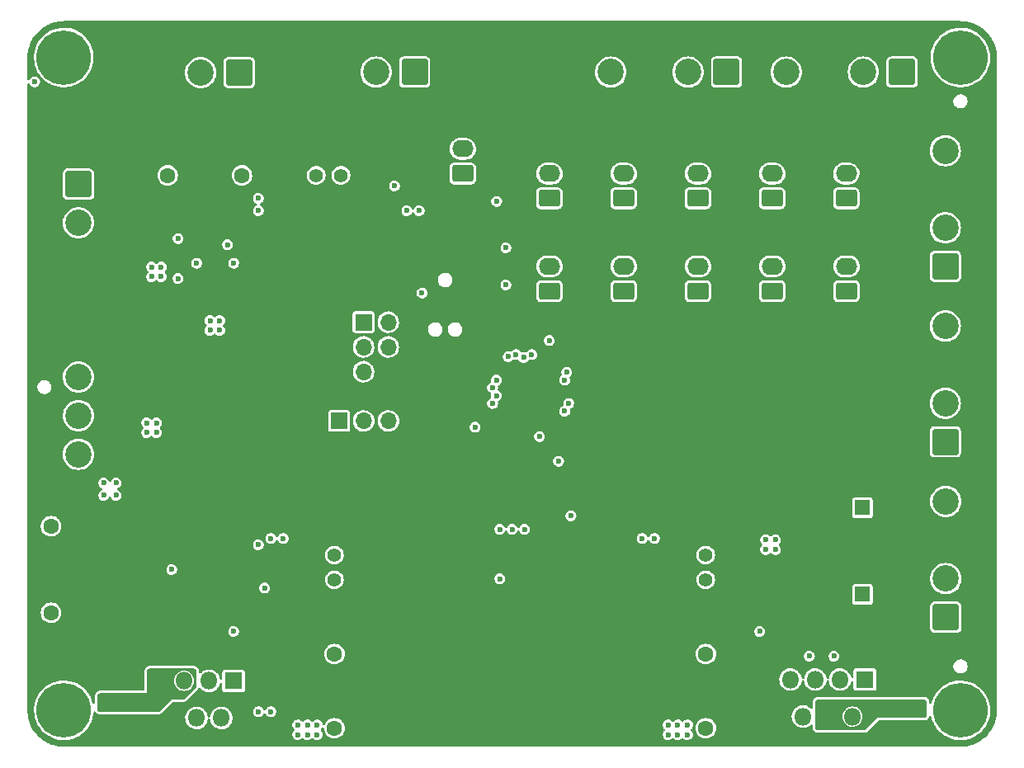
<source format=gbr>
%TF.GenerationSoftware,KiCad,Pcbnew,(5.99.0-11012-g5d9c1dd75a)*%
%TF.CreationDate,2021-06-14T21:45:00+02:00*%
%TF.ProjectId,Power-Supply,506f7765-722d-4537-9570-706c792e6b69,rev?*%
%TF.SameCoordinates,Original*%
%TF.FileFunction,Copper,L2,Inr*%
%TF.FilePolarity,Positive*%
%FSLAX46Y46*%
G04 Gerber Fmt 4.6, Leading zero omitted, Abs format (unit mm)*
G04 Created by KiCad (PCBNEW (5.99.0-11012-g5d9c1dd75a)) date 2021-06-14 21:45:00*
%MOMM*%
%LPD*%
G01*
G04 APERTURE LIST*
G04 Aperture macros list*
%AMRoundRect*
0 Rectangle with rounded corners*
0 $1 Rounding radius*
0 $2 $3 $4 $5 $6 $7 $8 $9 X,Y pos of 4 corners*
0 Add a 4 corners polygon primitive as box body*
4,1,4,$2,$3,$4,$5,$6,$7,$8,$9,$2,$3,0*
0 Add four circle primitives for the rounded corners*
1,1,$1+$1,$2,$3*
1,1,$1+$1,$4,$5*
1,1,$1+$1,$6,$7*
1,1,$1+$1,$8,$9*
0 Add four rect primitives between the rounded corners*
20,1,$1+$1,$2,$3,$4,$5,0*
20,1,$1+$1,$4,$5,$6,$7,0*
20,1,$1+$1,$6,$7,$8,$9,0*
20,1,$1+$1,$8,$9,$2,$3,0*%
G04 Aperture macros list end*
%TA.AperFunction,ComponentPad*%
%ADD10R,1.800000X1.800000*%
%TD*%
%TA.AperFunction,ComponentPad*%
%ADD11O,1.800000X1.800000*%
%TD*%
%TA.AperFunction,ComponentPad*%
%ADD12C,5.600000*%
%TD*%
%TA.AperFunction,ComponentPad*%
%ADD13RoundRect,0.250001X1.099999X1.099999X-1.099999X1.099999X-1.099999X-1.099999X1.099999X-1.099999X0*%
%TD*%
%TA.AperFunction,ComponentPad*%
%ADD14C,2.700000*%
%TD*%
%TA.AperFunction,ComponentPad*%
%ADD15RoundRect,0.250001X1.099999X-1.099999X1.099999X1.099999X-1.099999X1.099999X-1.099999X-1.099999X0*%
%TD*%
%TA.AperFunction,ComponentPad*%
%ADD16R,1.600000X1.600000*%
%TD*%
%TA.AperFunction,ComponentPad*%
%ADD17C,1.600000*%
%TD*%
%TA.AperFunction,ComponentPad*%
%ADD18RoundRect,0.250001X-1.099999X1.099999X-1.099999X-1.099999X1.099999X-1.099999X1.099999X1.099999X0*%
%TD*%
%TA.AperFunction,ComponentPad*%
%ADD19C,1.400000*%
%TD*%
%TA.AperFunction,ComponentPad*%
%ADD20R,1.700000X1.700000*%
%TD*%
%TA.AperFunction,ComponentPad*%
%ADD21O,1.700000X1.700000*%
%TD*%
%TA.AperFunction,ComponentPad*%
%ADD22RoundRect,0.250000X0.845000X-0.620000X0.845000X0.620000X-0.845000X0.620000X-0.845000X-0.620000X0*%
%TD*%
%TA.AperFunction,ComponentPad*%
%ADD23O,2.190000X1.740000*%
%TD*%
%TA.AperFunction,ViaPad*%
%ADD24C,0.600000*%
%TD*%
G04 APERTURE END LIST*
D10*
%TO.N,Net-(R2-Pad2)*%
%TO.C,U1*%
X186195000Y-130340000D03*
D11*
%TO.N,Net-(C4-Pad2)*%
X184925000Y-134140000D03*
%TO.N,/Microcontroller/ADC_I_13V5*%
X183655000Y-130340000D03*
%TO.N,/Positive Supply/13V5_OUT*%
X182385000Y-134140000D03*
%TO.N,/Microcontroller/ADC_T_13V5*%
X181115000Y-130340000D03*
%TO.N,/Positive Supply/13V5_IN*%
X179845000Y-134140000D03*
%TO.N,unconnected-(U1-Pad7)*%
X178575000Y-130340000D03*
%TD*%
D10*
%TO.N,Net-(R8-Pad2)*%
%TO.C,U3*%
X121425000Y-130480000D03*
D11*
%TO.N,/Negative Supply/~{ADC_I_-13V5}*%
X120155000Y-134280000D03*
%TO.N,/Negative Supply/-13V5_IN*%
X118885000Y-130480000D03*
X117615000Y-134280000D03*
%TO.N,Net-(C8-Pad2)*%
X116345000Y-130480000D03*
%TO.N,GND*%
X115075000Y-134280000D03*
%TO.N,/Negative Supply/-13V5_OUT*%
X113805000Y-130480000D03*
%TD*%
D12*
%TO.N,Earth*%
%TO.C,H1*%
X104000000Y-66500000D03*
%TD*%
%TO.N,Earth*%
%TO.C,H2*%
X196000000Y-66500000D03*
%TD*%
%TO.N,Earth*%
%TO.C,H4*%
X196000000Y-133500000D03*
%TD*%
D13*
%TO.N,/Positive Supply/13V5*%
%TO.C,J5*%
X172000000Y-68000000D03*
D14*
%TO.N,/Negative Supply/-13V5*%
X168040000Y-68000000D03*
%TO.N,GND*%
X164080000Y-68000000D03*
%TO.N,/Digital Supply/5V0*%
X160120000Y-68000000D03*
%TD*%
D13*
%TO.N,/Positive Supply/13V5*%
%TO.C,J4*%
X190000000Y-68000000D03*
D14*
%TO.N,/Negative Supply/-13V5*%
X186040000Y-68000000D03*
%TO.N,GND*%
X182080000Y-68000000D03*
%TO.N,/Digital Supply/5V0*%
X178120000Y-68000000D03*
%TD*%
D15*
%TO.N,/Positive Supply/13V5*%
%TO.C,J3*%
X194450000Y-87940000D03*
D14*
%TO.N,/Negative Supply/-13V5*%
X194450000Y-83980000D03*
%TO.N,GND*%
X194450000Y-80020000D03*
%TO.N,/Digital Supply/5V0*%
X194450000Y-76060000D03*
%TD*%
D12*
%TO.N,Earth*%
%TO.C,H3*%
X104000000Y-133500000D03*
%TD*%
D15*
%TO.N,/Positive Supply/13V5*%
%TO.C,J6*%
X194500000Y-123940000D03*
D14*
%TO.N,/Negative Supply/-13V5*%
X194500000Y-119980000D03*
%TO.N,GND*%
X194500000Y-116020000D03*
%TO.N,/Digital Supply/5V0*%
X194500000Y-112060000D03*
%TD*%
D16*
%TO.N,/Positive Supply/13V5_IN*%
%TO.C,C15*%
X185942651Y-121590000D03*
D17*
%TO.N,GND*%
X182442651Y-121590000D03*
%TD*%
D16*
%TO.N,GND*%
%TO.C,C17*%
X106185000Y-114605000D03*
D17*
%TO.N,/Negative Supply/-13V5_IN*%
X102685000Y-114605000D03*
%TD*%
D14*
%TO.N,Net-(F2-Pad2)*%
%TO.C,J9*%
X105500000Y-107220000D03*
%TO.N,Net-(F3-Pad2)*%
X105500000Y-103260000D03*
X105500000Y-99300000D03*
%TO.N,GND*%
X105500000Y-95340000D03*
X105500000Y-91380000D03*
X105500000Y-87420000D03*
%TO.N,Net-(F1-Pad2)*%
X105500000Y-83460000D03*
D18*
X105500000Y-79500000D03*
%TD*%
D16*
%TO.N,/Positive Supply/13V5_IN*%
%TO.C,C14*%
X185942651Y-112700000D03*
D17*
%TO.N,GND*%
X182442651Y-112700000D03*
%TD*%
D16*
%TO.N,GND*%
%TO.C,C16*%
X106185000Y-123495000D03*
D17*
%TO.N,/Negative Supply/-13V5_IN*%
X102685000Y-123495000D03*
%TD*%
D13*
%TO.N,/Digital Supply/5V0*%
%TO.C,J8*%
X140000000Y-68000000D03*
D14*
X136040000Y-68000000D03*
%TO.N,GND*%
X132080000Y-68000000D03*
X128120000Y-68000000D03*
%TD*%
D13*
%TO.N,/Digital Supply/5V0*%
%TO.C,J7*%
X122000000Y-68050000D03*
D14*
X118040000Y-68050000D03*
%TO.N,GND*%
X114080000Y-68050000D03*
X110120000Y-68050000D03*
%TD*%
D15*
%TO.N,/Positive Supply/13V5*%
%TO.C,J2*%
X194450000Y-105940000D03*
D14*
%TO.N,/Negative Supply/-13V5*%
X194450000Y-101980000D03*
%TO.N,GND*%
X194450000Y-98020000D03*
%TO.N,/Digital Supply/5V0*%
X194450000Y-94060000D03*
%TD*%
D17*
%TO.N,/Digital Supply/5V0*%
%TO.C,K3*%
X114655000Y-78592086D03*
%TO.N,Net-(K3-Pad14)*%
X122275000Y-78592086D03*
D19*
%TO.N,Net-(D3-Pad2)*%
X132435000Y-78592086D03*
%TO.N,Net-(D3-Pad1)*%
X129895000Y-78592086D03*
%TD*%
D20*
%TO.N,/Digital Supply/3V3*%
%TO.C,J22*%
X132230000Y-103810000D03*
D21*
%TO.N,/Microcontroller/UART_TX*%
X134770000Y-103810000D03*
%TO.N,/Microcontroller/UART_RX*%
X137310000Y-103810000D03*
%TO.N,GND*%
X139850000Y-103810000D03*
%TD*%
D22*
%TO.N,Net-(F4-Pad1)*%
%TO.C,J10*%
X176690000Y-80950000D03*
D23*
%TO.N,/Microcontroller/ONEWIRE*%
X176690000Y-78410000D03*
%TO.N,GND*%
X176690000Y-75870000D03*
%TD*%
D22*
%TO.N,Net-(F4-Pad1)*%
%TO.C,J11*%
X169070000Y-80950000D03*
D23*
%TO.N,/Microcontroller/ONEWIRE*%
X169070000Y-78410000D03*
%TO.N,GND*%
X169070000Y-75870000D03*
%TD*%
D17*
%TO.N,/Positive Supply/13V5*%
%TO.C,K1*%
X169867086Y-135345000D03*
%TO.N,/Positive Supply/13V5_PRE_RELAIS*%
X169867086Y-127725000D03*
D19*
%TO.N,Net-(D1-Pad2)*%
X169867086Y-117565000D03*
%TO.N,Net-(D1-Pad1)*%
X169867086Y-120105000D03*
%TD*%
D22*
%TO.N,Net-(F4-Pad1)*%
%TO.C,J14*%
X161450000Y-90475000D03*
D23*
%TO.N,/Microcontroller/ONEWIRE*%
X161450000Y-87935000D03*
%TO.N,GND*%
X161450000Y-85395000D03*
%TD*%
D20*
%TO.N,/Digital Supply/3V3*%
%TO.C,J18*%
X134755000Y-93665000D03*
D21*
%TO.N,/Microcontroller/SPI_NSS*%
X137295000Y-93665000D03*
%TO.N,/Microcontroller/SPI1_MISO*%
X134755000Y-96205000D03*
%TO.N,/Microcontroller/SPI_SCK*%
X137295000Y-96205000D03*
%TO.N,/Microcontroller/SPI1_MOSI*%
X134755000Y-98745000D03*
%TO.N,GND*%
X137295000Y-98745000D03*
%TD*%
D22*
%TO.N,Net-(F4-Pad1)*%
%TO.C,J16*%
X184310000Y-90475000D03*
D23*
%TO.N,/Microcontroller/ONEWIRE*%
X184310000Y-87935000D03*
%TO.N,GND*%
X184310000Y-85395000D03*
%TD*%
D22*
%TO.N,Net-(F4-Pad1)*%
%TO.C,J13*%
X176690000Y-90475000D03*
D23*
%TO.N,/Microcontroller/ONEWIRE*%
X176690000Y-87935000D03*
%TO.N,GND*%
X176690000Y-85395000D03*
%TD*%
D22*
%TO.N,Net-(F4-Pad1)*%
%TO.C,J12*%
X184290000Y-80950000D03*
D23*
%TO.N,/Microcontroller/ONEWIRE*%
X184290000Y-78410000D03*
%TO.N,GND*%
X184290000Y-75870000D03*
%TD*%
D17*
%TO.N,/Negative Supply/-13V5*%
%TO.C,K2*%
X131767086Y-135345000D03*
%TO.N,/Negative Supply/-13V5_PRE_RELAIS*%
X131767086Y-127725000D03*
D19*
%TO.N,Net-(D2-Pad2)*%
X131767086Y-117565000D03*
%TO.N,Net-(D2-Pad1)*%
X131767086Y-120105000D03*
%TD*%
D22*
%TO.N,Net-(F4-Pad1)*%
%TO.C,J17*%
X153830000Y-80950000D03*
D23*
%TO.N,/Microcontroller/ONEWIRE*%
X153830000Y-78410000D03*
%TO.N,GND*%
X153830000Y-75870000D03*
%TD*%
D22*
%TO.N,Net-(F4-Pad1)*%
%TO.C,J19*%
X153830000Y-90475000D03*
D23*
%TO.N,/Microcontroller/ONEWIRE*%
X153830000Y-87935000D03*
%TO.N,GND*%
X153830000Y-85395000D03*
%TD*%
D22*
%TO.N,Net-(D12-Pad1)*%
%TO.C,J21*%
X144940000Y-78410000D03*
D23*
%TO.N,Net-(D12-Pad2)*%
X144940000Y-75870000D03*
%TD*%
D22*
%TO.N,Net-(F4-Pad1)*%
%TO.C,J20*%
X169070000Y-90475000D03*
D23*
%TO.N,/Microcontroller/ONEWIRE*%
X169070000Y-87935000D03*
%TO.N,GND*%
X169070000Y-85395000D03*
%TD*%
D22*
%TO.N,Net-(F4-Pad1)*%
%TO.C,J15*%
X161450000Y-80950000D03*
D23*
%TO.N,/Microcontroller/ONEWIRE*%
X161450000Y-78410000D03*
%TO.N,GND*%
X161450000Y-75870000D03*
%TD*%
D24*
%TO.N,/Digital Supply/3V3*%
X140750000Y-90661152D03*
%TO.N,GND*%
X140750000Y-93145000D03*
X116027500Y-112700000D03*
%TO.N,/Digital Supply/ADC_I_5V0*%
X120790000Y-85712500D03*
%TO.N,/Digital Supply/ADC_U_5V0*%
X115710000Y-89178500D03*
%TO.N,/Digital Supply/ADC_I_5V0*%
X148400000Y-99600000D03*
%TO.N,/Digital Supply/ADC_U_5V0*%
X148000000Y-100400000D03*
%TO.N,/Digital Supply/ENABLE_5V0*%
X137935000Y-79680000D03*
%TO.N,/Microcontroller/FAN*%
X148412500Y-81267500D03*
%TO.N,/Digital Supply/ENABLE_5V0*%
X155600000Y-98800000D03*
%TO.N,/Microcontroller/FAN*%
X155400000Y-99600000D03*
%TO.N,/Microcontroller/ADC_I_13V5*%
X183020000Y-127940000D03*
%TO.N,/Microcontroller/ADC_T_13V5*%
X180506500Y-127940000D03*
%TO.N,/Microcontroller/ADC_U_13V5*%
X175400000Y-125400000D03*
%TO.N,/Microcontroller/ADC_I_13V5*%
X155800000Y-102000000D03*
%TO.N,/Microcontroller/ADC_T_13V5*%
X155400000Y-102800000D03*
%TO.N,/Microcontroller/ADC_U_13V5*%
X152800000Y-105400000D03*
%TO.N,GND*%
X146507500Y-110477500D03*
X152857500Y-109525000D03*
%TO.N,/Microcontroller/ADC_I_-13V5*%
X124600000Y-120955000D03*
%TO.N,/Microcontroller/ADC_U_-13V5*%
X115075000Y-119050000D03*
X148400000Y-101200000D03*
%TO.N,/Microcontroller/ADC_I_-13V5*%
X148000000Y-102000000D03*
%TO.N,/Digital Supply/3V3*%
X156032500Y-113544000D03*
%TO.N,GND*%
X143967500Y-81267500D03*
X147142500Y-84125000D03*
X152540000Y-118097500D03*
%TO.N,/Microcontroller/~{LED_OE}*%
X148730000Y-120002500D03*
%TO.N,/Microcontroller/LED_SDI*%
X151270000Y-114922500D03*
%TO.N,/Microcontroller/LED_LE*%
X148730000Y-114922500D03*
%TO.N,/Microcontroller/LED_CLK*%
X150000000Y-114922500D03*
%TO.N,/Microcontroller/LED_LE*%
X149600000Y-97200000D03*
%TO.N,/Microcontroller/~{LED_OE}*%
X152000000Y-97000000D03*
%TO.N,/Microcontroller/LED_SDI*%
X151200000Y-97300000D03*
%TO.N,/Microcontroller/LED_CLK*%
X150400000Y-97000000D03*
%TO.N,GND*%
X144400000Y-102400000D03*
X152857500Y-97200000D03*
X154445000Y-116827500D03*
%TO.N,/Digital Supply/3V3*%
X154762500Y-107937500D03*
%TO.N,GND*%
X144920000Y-107620000D03*
X143015000Y-104445000D03*
X156985000Y-95555000D03*
%TO.N,/Digital Supply/3V3*%
X153810000Y-95555000D03*
X146190000Y-104445000D03*
%TO.N,GND*%
X152540000Y-115240000D03*
X101500000Y-72500000D03*
X163970000Y-127940000D03*
X110632500Y-93332500D03*
X172225000Y-134925000D03*
X128727500Y-111430000D03*
X111265000Y-135560000D03*
X123330000Y-86665000D03*
X176035000Y-134925000D03*
X108725000Y-129845000D03*
X136347500Y-75552500D03*
X186830000Y-127940000D03*
X132855000Y-115875000D03*
X125235000Y-132385000D03*
X107455000Y-129845000D03*
X120790000Y-117780000D03*
X118885000Y-87617500D03*
X108725000Y-135560000D03*
X122060000Y-123495000D03*
X174765000Y-128575000D03*
X166827500Y-111430000D03*
X114757500Y-98730000D03*
X119520000Y-122225000D03*
X170955000Y-115875000D03*
X163970000Y-133020000D03*
X108725000Y-75235000D03*
X134760000Y-133020000D03*
X119202500Y-98730000D03*
X109995000Y-129845000D03*
X188735000Y-136195000D03*
X134125000Y-79680000D03*
X178575000Y-127940000D03*
X111265000Y-129845000D03*
X114757500Y-80632500D03*
X117615000Y-85712500D03*
X116980000Y-98730000D03*
X179210000Y-125400000D03*
X191275000Y-136195000D03*
X111900000Y-93332500D03*
X117615000Y-125400000D03*
X173495000Y-134925000D03*
X176035000Y-128575000D03*
X113805000Y-100317500D03*
X123965000Y-132385000D03*
X116662500Y-93015000D03*
X108725000Y-125400000D03*
X114440000Y-90157500D03*
X174765000Y-134925000D03*
X120155000Y-81585000D03*
%TO.N,Earth*%
X101000000Y-69000000D03*
%TO.N,/Positive Supply/13V5*%
X166000000Y-135000000D03*
X168000000Y-135000000D03*
X166000000Y-136000000D03*
X168000000Y-136000000D03*
X167000000Y-135000000D03*
X167000000Y-136000000D03*
%TO.N,/Negative Supply/-13V5*%
X128000000Y-135000000D03*
X129000000Y-136000000D03*
X129000000Y-135000000D03*
X130000000Y-136000000D03*
X128000000Y-136000000D03*
X130000000Y-135000000D03*
%TO.N,/Digital Supply/15V*%
X126505000Y-115875000D03*
X123965000Y-116510000D03*
X140475613Y-82222906D03*
X113500000Y-104000000D03*
X177000000Y-117000000D03*
X112500000Y-105000000D03*
X125235000Y-115875000D03*
X139204387Y-82222906D03*
X123965000Y-82220000D03*
X163335000Y-115875000D03*
X176000000Y-116000000D03*
X164605000Y-115875000D03*
X123965000Y-80950000D03*
X177000000Y-116000000D03*
X113500000Y-105000000D03*
X176000000Y-117000000D03*
X112500000Y-104000000D03*
%TO.N,/Digital Supply/3V3*%
X115710000Y-85077500D03*
X149365000Y-89840000D03*
X119000000Y-93500000D03*
X120000000Y-94500000D03*
X120000000Y-93500000D03*
X117615000Y-87617500D03*
X119000000Y-94500000D03*
X121425000Y-87617500D03*
%TO.N,Net-(F4-Pad1)*%
X149365000Y-86030000D03*
%TO.N,Net-(K3-Pad14)*%
X113000000Y-88000000D03*
X113000000Y-89000000D03*
X114000000Y-89000000D03*
X114000000Y-88000000D03*
%TO.N,/Negative Supply/~{ADC_I_-13V5}*%
X121425000Y-125400000D03*
%TO.N,/Negative Supply/-13V5_IN*%
X109360000Y-111430000D03*
X108090000Y-111430000D03*
X123965000Y-133655000D03*
X109360000Y-110160000D03*
X108090000Y-110160000D03*
X125235000Y-133655000D03*
%TD*%
%TA.AperFunction,Conductor*%
%TO.N,GND*%
G36*
X195987033Y-62756421D02*
G01*
X195994689Y-62757944D01*
X195994694Y-62757945D01*
X196000000Y-62759000D01*
X196005409Y-62759133D01*
X196005411Y-62759133D01*
X196086466Y-62761123D01*
X196178931Y-62763392D01*
X196188178Y-62763961D01*
X196527410Y-62797372D01*
X196542756Y-62798884D01*
X196554987Y-62800698D01*
X196902926Y-62869907D01*
X196914912Y-62872910D01*
X197020048Y-62904803D01*
X197254376Y-62975886D01*
X197266018Y-62980051D01*
X197593766Y-63115808D01*
X197604944Y-63121095D01*
X197917799Y-63288319D01*
X197928405Y-63294676D01*
X198223364Y-63491761D01*
X198233296Y-63499127D01*
X198507523Y-63724180D01*
X198516684Y-63732484D01*
X198767516Y-63983316D01*
X198775820Y-63992477D01*
X199000873Y-64266704D01*
X199008239Y-64276636D01*
X199205324Y-64571595D01*
X199211680Y-64582199D01*
X199254187Y-64661724D01*
X199378905Y-64895056D01*
X199384192Y-64906234D01*
X199519949Y-65233982D01*
X199524114Y-65245624D01*
X199627089Y-65585083D01*
X199630094Y-65597078D01*
X199699302Y-65945013D01*
X199701116Y-65957244D01*
X199720813Y-66157223D01*
X199736039Y-66311816D01*
X199736608Y-66321074D01*
X199740813Y-66492368D01*
X199741000Y-66500000D01*
X199742055Y-66505306D01*
X199742056Y-66505311D01*
X199743579Y-66512967D01*
X199746000Y-66537547D01*
X199746000Y-133462453D01*
X199743579Y-133487033D01*
X199741000Y-133500000D01*
X199740867Y-133505409D01*
X199740867Y-133505411D01*
X199740235Y-133531148D01*
X199736839Y-133669535D01*
X199736608Y-133678926D01*
X199736039Y-133688178D01*
X199705806Y-133995135D01*
X199701116Y-134042756D01*
X199699302Y-134054987D01*
X199636401Y-134371216D01*
X199630094Y-134402922D01*
X199627090Y-134414912D01*
X199601397Y-134499611D01*
X199524114Y-134754376D01*
X199519949Y-134766018D01*
X199384192Y-135093766D01*
X199378905Y-135104944D01*
X199216763Y-135408292D01*
X199211681Y-135417799D01*
X199205325Y-135428403D01*
X199152666Y-135507213D01*
X199008239Y-135723364D01*
X199000873Y-135733296D01*
X198775820Y-136007523D01*
X198767516Y-136016684D01*
X198516684Y-136267516D01*
X198507523Y-136275820D01*
X198233296Y-136500873D01*
X198223364Y-136508239D01*
X197928405Y-136705324D01*
X197917799Y-136711681D01*
X197604944Y-136878905D01*
X197593766Y-136884192D01*
X197266018Y-137019949D01*
X197254376Y-137024114D01*
X197020048Y-137095197D01*
X196914912Y-137127090D01*
X196902926Y-137130093D01*
X196565030Y-137197304D01*
X196554987Y-137199302D01*
X196542756Y-137201116D01*
X196188178Y-137236039D01*
X196178931Y-137236608D01*
X196086466Y-137238877D01*
X196005411Y-137240867D01*
X196005409Y-137240867D01*
X196000000Y-137241000D01*
X195994694Y-137242055D01*
X195994689Y-137242056D01*
X195987033Y-137243579D01*
X195962453Y-137246000D01*
X104037547Y-137246000D01*
X104012967Y-137243579D01*
X104005311Y-137242056D01*
X104005306Y-137242055D01*
X104000000Y-137241000D01*
X103994591Y-137240867D01*
X103994589Y-137240867D01*
X103913534Y-137238877D01*
X103821069Y-137236608D01*
X103811822Y-137236039D01*
X103457244Y-137201116D01*
X103445013Y-137199302D01*
X103434970Y-137197304D01*
X103097074Y-137130093D01*
X103085088Y-137127090D01*
X102979952Y-137095197D01*
X102745624Y-137024114D01*
X102733982Y-137019949D01*
X102406234Y-136884192D01*
X102395056Y-136878905D01*
X102082201Y-136711681D01*
X102071595Y-136705324D01*
X101776636Y-136508239D01*
X101766704Y-136500873D01*
X101492477Y-136275820D01*
X101483316Y-136267516D01*
X101232484Y-136016684D01*
X101224180Y-136007523D01*
X100999127Y-135733296D01*
X100991761Y-135723364D01*
X100847334Y-135507213D01*
X100794675Y-135428403D01*
X100788319Y-135417799D01*
X100783238Y-135408292D01*
X100621095Y-135104944D01*
X100615808Y-135093766D01*
X100480051Y-134766018D01*
X100475886Y-134754376D01*
X100398603Y-134499611D01*
X100372910Y-134414912D01*
X100369906Y-134402922D01*
X100363600Y-134371216D01*
X100300698Y-134054987D01*
X100298884Y-134042756D01*
X100294194Y-133995135D01*
X100263961Y-133688178D01*
X100263392Y-133678926D01*
X100263162Y-133669535D01*
X100261621Y-133606775D01*
X100942364Y-133606775D01*
X100942691Y-133610331D01*
X100942691Y-133610338D01*
X100973625Y-133946988D01*
X100974106Y-133952223D01*
X101044750Y-134291857D01*
X101045867Y-134295245D01*
X101045868Y-134295248D01*
X101050390Y-134308962D01*
X101153387Y-134621311D01*
X101154880Y-134624550D01*
X101154881Y-134624552D01*
X101265484Y-134864466D01*
X101298622Y-134936348D01*
X101478586Y-135232920D01*
X101566983Y-135347086D01*
X101685898Y-135500667D01*
X101690966Y-135507213D01*
X101933032Y-135755700D01*
X102201671Y-135975187D01*
X102204677Y-135977120D01*
X102204679Y-135977122D01*
X102407519Y-136107593D01*
X102493430Y-136162853D01*
X102804558Y-136316285D01*
X103131055Y-136433509D01*
X103468723Y-136513019D01*
X103472254Y-136513437D01*
X103472260Y-136513438D01*
X103809679Y-136553374D01*
X103809685Y-136553374D01*
X103813222Y-136553793D01*
X103816784Y-136553809D01*
X103816791Y-136553809D01*
X103986672Y-136554550D01*
X104160122Y-136555307D01*
X104504963Y-136517541D01*
X104508444Y-136516753D01*
X104508452Y-136516752D01*
X104791760Y-136452645D01*
X104843312Y-136440980D01*
X105125834Y-136342319D01*
X105167447Y-136327787D01*
X105167448Y-136327786D01*
X105170820Y-136326609D01*
X105174027Y-136325062D01*
X105174037Y-136325058D01*
X105480064Y-136177448D01*
X105480067Y-136177446D01*
X105483275Y-136175899D01*
X105776661Y-135990786D01*
X105779445Y-135988551D01*
X105779450Y-135988548D01*
X105942043Y-135858053D01*
X106047205Y-135773652D01*
X106291430Y-135527286D01*
X106304476Y-135510738D01*
X106478644Y-135289807D01*
X106506196Y-135254857D01*
X106508074Y-135251822D01*
X106508079Y-135251815D01*
X106686861Y-134962905D01*
X106688741Y-134959867D01*
X106836719Y-134646109D01*
X106948227Y-134317616D01*
X106950642Y-134306496D01*
X106962985Y-134249648D01*
X116455897Y-134249648D01*
X116469775Y-134461386D01*
X116522007Y-134667049D01*
X116610844Y-134859750D01*
X116733309Y-135033035D01*
X116885303Y-135181101D01*
X116890099Y-135184306D01*
X116890102Y-135184308D01*
X116979476Y-135244025D01*
X117061734Y-135298988D01*
X117067037Y-135301266D01*
X117067040Y-135301268D01*
X117251388Y-135380470D01*
X117256695Y-135382750D01*
X117332670Y-135399941D01*
X117458018Y-135428305D01*
X117458023Y-135428306D01*
X117463655Y-135429580D01*
X117469426Y-135429807D01*
X117469428Y-135429807D01*
X117532750Y-135432295D01*
X117675684Y-135437911D01*
X117780682Y-135422687D01*
X117879966Y-135408292D01*
X117879971Y-135408291D01*
X117885680Y-135407463D01*
X117891144Y-135405608D01*
X117891149Y-135405607D01*
X118081139Y-135341114D01*
X118081144Y-135341112D01*
X118086611Y-135339256D01*
X118093525Y-135335384D01*
X118266701Y-135238401D01*
X118266705Y-135238398D01*
X118271748Y-135235574D01*
X118434890Y-135099890D01*
X118570574Y-134936748D01*
X118573398Y-134931705D01*
X118573401Y-134931701D01*
X118671432Y-134756654D01*
X118671433Y-134756652D01*
X118674256Y-134751611D01*
X118676112Y-134746144D01*
X118676114Y-134746139D01*
X118740607Y-134556149D01*
X118740608Y-134556144D01*
X118742463Y-134550680D01*
X118743291Y-134544971D01*
X118743292Y-134544966D01*
X118758567Y-134439614D01*
X118788137Y-134375068D01*
X118847909Y-134336756D01*
X118918905Y-134336840D01*
X118978586Y-134375295D01*
X119008002Y-134439911D01*
X119008993Y-134449455D01*
X119009775Y-134461386D01*
X119062007Y-134667049D01*
X119150844Y-134859750D01*
X119273309Y-135033035D01*
X119425303Y-135181101D01*
X119430099Y-135184306D01*
X119430102Y-135184308D01*
X119519476Y-135244025D01*
X119601734Y-135298988D01*
X119607037Y-135301266D01*
X119607040Y-135301268D01*
X119791388Y-135380470D01*
X119796695Y-135382750D01*
X119872670Y-135399941D01*
X119998018Y-135428305D01*
X119998023Y-135428306D01*
X120003655Y-135429580D01*
X120009426Y-135429807D01*
X120009428Y-135429807D01*
X120072750Y-135432295D01*
X120215684Y-135437911D01*
X120320682Y-135422687D01*
X120419966Y-135408292D01*
X120419971Y-135408291D01*
X120425680Y-135407463D01*
X120431144Y-135405608D01*
X120431149Y-135405607D01*
X120621139Y-135341114D01*
X120621144Y-135341112D01*
X120626611Y-135339256D01*
X120633525Y-135335384D01*
X120806701Y-135238401D01*
X120806705Y-135238398D01*
X120811748Y-135235574D01*
X120974890Y-135099890D01*
X120999646Y-135070124D01*
X127444912Y-135070124D01*
X127484218Y-135216815D01*
X127561524Y-135347532D01*
X127625772Y-135409144D01*
X127661094Y-135470731D01*
X127657512Y-135541637D01*
X127623847Y-135592833D01*
X127595640Y-135618771D01*
X127568898Y-135643361D01*
X127564370Y-135650663D01*
X127564369Y-135650665D01*
X127498677Y-135756615D01*
X127488871Y-135772431D01*
X127446502Y-135918267D01*
X127444912Y-136070124D01*
X127484218Y-136216815D01*
X127561524Y-136347532D01*
X127567725Y-136353478D01*
X127567726Y-136353480D01*
X127586855Y-136371824D01*
X127671134Y-136452645D01*
X127804974Y-136524409D01*
X127813356Y-136526283D01*
X127813357Y-136526283D01*
X127944797Y-136555664D01*
X127944799Y-136555664D01*
X127953182Y-136557538D01*
X128048885Y-136552522D01*
X128096257Y-136550040D01*
X128096258Y-136550040D01*
X128104840Y-136549590D01*
X128248773Y-136501151D01*
X128255878Y-136496322D01*
X128255881Y-136496321D01*
X128367275Y-136420618D01*
X128367276Y-136420617D01*
X128374379Y-136415790D01*
X128379922Y-136409231D01*
X128379925Y-136409228D01*
X128403407Y-136381440D01*
X128462653Y-136342319D01*
X128533644Y-136341439D01*
X128586854Y-136371823D01*
X128671134Y-136452645D01*
X128804974Y-136524409D01*
X128813356Y-136526283D01*
X128813357Y-136526283D01*
X128944797Y-136555664D01*
X128944799Y-136555664D01*
X128953182Y-136557538D01*
X129048885Y-136552522D01*
X129096257Y-136550040D01*
X129096258Y-136550040D01*
X129104840Y-136549590D01*
X129248773Y-136501151D01*
X129255878Y-136496322D01*
X129255881Y-136496321D01*
X129367275Y-136420618D01*
X129367276Y-136420617D01*
X129374379Y-136415790D01*
X129379922Y-136409231D01*
X129379925Y-136409228D01*
X129403407Y-136381440D01*
X129462653Y-136342319D01*
X129533644Y-136341439D01*
X129586854Y-136371823D01*
X129671134Y-136452645D01*
X129804974Y-136524409D01*
X129813356Y-136526283D01*
X129813357Y-136526283D01*
X129944797Y-136555664D01*
X129944799Y-136555664D01*
X129953182Y-136557538D01*
X130048885Y-136552522D01*
X130096257Y-136550040D01*
X130096258Y-136550040D01*
X130104840Y-136549590D01*
X130248773Y-136501151D01*
X130255878Y-136496322D01*
X130255881Y-136496321D01*
X130367275Y-136420618D01*
X130367276Y-136420617D01*
X130374379Y-136415790D01*
X130379922Y-136409231D01*
X130466858Y-136306355D01*
X130466860Y-136306352D01*
X130472401Y-136299795D01*
X130535620Y-136161713D01*
X130559377Y-136011717D01*
X130559500Y-136000000D01*
X130538889Y-135849539D01*
X130522527Y-135811729D01*
X130481987Y-135718045D01*
X130481985Y-135718042D01*
X130478576Y-135710164D01*
X130383004Y-135592142D01*
X130379907Y-135589941D01*
X130345110Y-135530719D01*
X130347947Y-135459779D01*
X130375979Y-135417142D01*
X130374379Y-135415790D01*
X130401222Y-135384025D01*
X130472401Y-135299795D01*
X130475977Y-135291984D01*
X130477162Y-135290117D01*
X130530550Y-135243318D01*
X130600765Y-135232812D01*
X130665514Y-135261935D01*
X130704239Y-135321440D01*
X130709106Y-135347086D01*
X130724003Y-135524488D01*
X130724992Y-135536260D01*
X130781988Y-135735028D01*
X130784806Y-135740510D01*
X130784807Y-135740514D01*
X130873685Y-135913452D01*
X130873688Y-135913456D01*
X130876506Y-135918940D01*
X131004945Y-136080991D01*
X131162415Y-136215008D01*
X131342916Y-136315886D01*
X131539574Y-136379784D01*
X131744898Y-136404268D01*
X131751033Y-136403796D01*
X131751035Y-136403796D01*
X131944924Y-136388877D01*
X131944928Y-136388876D01*
X131951066Y-136388404D01*
X132150227Y-136332797D01*
X132334794Y-136239565D01*
X132374537Y-136208515D01*
X132492882Y-136116054D01*
X132492883Y-136116053D01*
X132497738Y-136112260D01*
X132632851Y-135955730D01*
X132714147Y-135812623D01*
X132731944Y-135781294D01*
X132731945Y-135781293D01*
X132734987Y-135775937D01*
X132737092Y-135769611D01*
X132781025Y-135637543D01*
X132800257Y-135579731D01*
X132826173Y-135374583D01*
X132826586Y-135345000D01*
X132806408Y-135139209D01*
X132785550Y-135070124D01*
X165444912Y-135070124D01*
X165484218Y-135216815D01*
X165561524Y-135347532D01*
X165625772Y-135409144D01*
X165661094Y-135470731D01*
X165657512Y-135541637D01*
X165623847Y-135592833D01*
X165595640Y-135618771D01*
X165568898Y-135643361D01*
X165564370Y-135650663D01*
X165564369Y-135650665D01*
X165498677Y-135756615D01*
X165488871Y-135772431D01*
X165446502Y-135918267D01*
X165444912Y-136070124D01*
X165484218Y-136216815D01*
X165561524Y-136347532D01*
X165567725Y-136353478D01*
X165567726Y-136353480D01*
X165586855Y-136371824D01*
X165671134Y-136452645D01*
X165804974Y-136524409D01*
X165813356Y-136526283D01*
X165813357Y-136526283D01*
X165944797Y-136555664D01*
X165944799Y-136555664D01*
X165953182Y-136557538D01*
X166048885Y-136552522D01*
X166096257Y-136550040D01*
X166096258Y-136550040D01*
X166104840Y-136549590D01*
X166248773Y-136501151D01*
X166255878Y-136496322D01*
X166255881Y-136496321D01*
X166367275Y-136420618D01*
X166367276Y-136420617D01*
X166374379Y-136415790D01*
X166379922Y-136409231D01*
X166379925Y-136409228D01*
X166403407Y-136381440D01*
X166462653Y-136342319D01*
X166533644Y-136341439D01*
X166586854Y-136371823D01*
X166671134Y-136452645D01*
X166804974Y-136524409D01*
X166813356Y-136526283D01*
X166813357Y-136526283D01*
X166944797Y-136555664D01*
X166944799Y-136555664D01*
X166953182Y-136557538D01*
X167048885Y-136552522D01*
X167096257Y-136550040D01*
X167096258Y-136550040D01*
X167104840Y-136549590D01*
X167248773Y-136501151D01*
X167255878Y-136496322D01*
X167255881Y-136496321D01*
X167367275Y-136420618D01*
X167367276Y-136420617D01*
X167374379Y-136415790D01*
X167379922Y-136409231D01*
X167379925Y-136409228D01*
X167403407Y-136381440D01*
X167462653Y-136342319D01*
X167533644Y-136341439D01*
X167586854Y-136371823D01*
X167671134Y-136452645D01*
X167804974Y-136524409D01*
X167813356Y-136526283D01*
X167813357Y-136526283D01*
X167944797Y-136555664D01*
X167944799Y-136555664D01*
X167953182Y-136557538D01*
X168048885Y-136552522D01*
X168096257Y-136550040D01*
X168096258Y-136550040D01*
X168104840Y-136549590D01*
X168248773Y-136501151D01*
X168255878Y-136496322D01*
X168255881Y-136496321D01*
X168367275Y-136420618D01*
X168367276Y-136420617D01*
X168374379Y-136415790D01*
X168379922Y-136409231D01*
X168466858Y-136306355D01*
X168466860Y-136306352D01*
X168472401Y-136299795D01*
X168535620Y-136161713D01*
X168559377Y-136011717D01*
X168559500Y-136000000D01*
X168538889Y-135849539D01*
X168522527Y-135811729D01*
X168481987Y-135718045D01*
X168481985Y-135718042D01*
X168478576Y-135710164D01*
X168383004Y-135592142D01*
X168379907Y-135589941D01*
X168345110Y-135530719D01*
X168347947Y-135459779D01*
X168375979Y-135417142D01*
X168374379Y-135415790D01*
X168446702Y-135330207D01*
X168807689Y-135330207D01*
X168810451Y-135363096D01*
X168823078Y-135513463D01*
X168824992Y-135536260D01*
X168881988Y-135735028D01*
X168884806Y-135740510D01*
X168884807Y-135740514D01*
X168973685Y-135913452D01*
X168973688Y-135913456D01*
X168976506Y-135918940D01*
X169104945Y-136080991D01*
X169262415Y-136215008D01*
X169442916Y-136315886D01*
X169639574Y-136379784D01*
X169844898Y-136404268D01*
X169851033Y-136403796D01*
X169851035Y-136403796D01*
X170044924Y-136388877D01*
X170044928Y-136388876D01*
X170051066Y-136388404D01*
X170250227Y-136332797D01*
X170434794Y-136239565D01*
X170474537Y-136208515D01*
X170592882Y-136116054D01*
X170592883Y-136116053D01*
X170597738Y-136112260D01*
X170732851Y-135955730D01*
X170814147Y-135812623D01*
X170831944Y-135781294D01*
X170831945Y-135781293D01*
X170834987Y-135775937D01*
X170837092Y-135769611D01*
X170881025Y-135637543D01*
X170900257Y-135579731D01*
X170926173Y-135374583D01*
X170926586Y-135345000D01*
X170906408Y-135139209D01*
X170846643Y-134941256D01*
X170842307Y-134933101D01*
X170752462Y-134764128D01*
X170752461Y-134764126D01*
X170749566Y-134758682D01*
X170701030Y-134699171D01*
X170622771Y-134603215D01*
X170622768Y-134603212D01*
X170618876Y-134598440D01*
X170561144Y-134550680D01*
X170464301Y-134470564D01*
X170464297Y-134470562D01*
X170459551Y-134466635D01*
X170277659Y-134368286D01*
X170080128Y-134307140D01*
X170074003Y-134306496D01*
X170074002Y-134306496D01*
X169880611Y-134286170D01*
X169880610Y-134286170D01*
X169874483Y-134285526D01*
X169788515Y-134293350D01*
X169674694Y-134303708D01*
X169674691Y-134303709D01*
X169668555Y-134304267D01*
X169662649Y-134306005D01*
X169662645Y-134306006D01*
X169532365Y-134344350D01*
X169470190Y-134362649D01*
X169286943Y-134458448D01*
X169125793Y-134588016D01*
X169121834Y-134592734D01*
X169121833Y-134592735D01*
X169016685Y-134718045D01*
X168992878Y-134746417D01*
X168989915Y-134751806D01*
X168989912Y-134751811D01*
X168902848Y-134910182D01*
X168893262Y-134927619D01*
X168830739Y-135124718D01*
X168830053Y-135130837D01*
X168830052Y-135130840D01*
X168808727Y-135320957D01*
X168807689Y-135330207D01*
X168446702Y-135330207D01*
X168466858Y-135306355D01*
X168466860Y-135306352D01*
X168472401Y-135299795D01*
X168517581Y-135201114D01*
X168532045Y-135169522D01*
X168532045Y-135169520D01*
X168535620Y-135161713D01*
X168559377Y-135011717D01*
X168559500Y-135000000D01*
X168538889Y-134849539D01*
X168535477Y-134841654D01*
X168481987Y-134718045D01*
X168481985Y-134718042D01*
X168478576Y-134710164D01*
X168383004Y-134592142D01*
X168259214Y-134504169D01*
X168116327Y-134452726D01*
X168107767Y-134452097D01*
X168107765Y-134452097D01*
X168015187Y-134445299D01*
X167964869Y-134441604D01*
X167815999Y-134471621D01*
X167808347Y-134475520D01*
X167688337Y-134536668D01*
X167688334Y-134536670D01*
X167680686Y-134540567D01*
X167584884Y-134628661D01*
X167521205Y-134660045D01*
X167450664Y-134652019D01*
X167401681Y-134615205D01*
X167388414Y-134598822D01*
X167388410Y-134598818D01*
X167383004Y-134592142D01*
X167259214Y-134504169D01*
X167116327Y-134452726D01*
X167107767Y-134452097D01*
X167107765Y-134452097D01*
X167015187Y-134445299D01*
X166964869Y-134441604D01*
X166815999Y-134471621D01*
X166808347Y-134475520D01*
X166688337Y-134536668D01*
X166688334Y-134536670D01*
X166680686Y-134540567D01*
X166584884Y-134628661D01*
X166521205Y-134660045D01*
X166450664Y-134652019D01*
X166401681Y-134615205D01*
X166388414Y-134598822D01*
X166388410Y-134598818D01*
X166383004Y-134592142D01*
X166259214Y-134504169D01*
X166116327Y-134452726D01*
X166107767Y-134452097D01*
X166107765Y-134452097D01*
X166015187Y-134445299D01*
X165964869Y-134441604D01*
X165815999Y-134471621D01*
X165808347Y-134475520D01*
X165688337Y-134536668D01*
X165688334Y-134536670D01*
X165680686Y-134540567D01*
X165674367Y-134546378D01*
X165674363Y-134546381D01*
X165596566Y-134617919D01*
X165568898Y-134643361D01*
X165564370Y-134650663D01*
X165564369Y-134650665D01*
X165498677Y-134756615D01*
X165488871Y-134772431D01*
X165446502Y-134918267D01*
X165446412Y-134926853D01*
X165446412Y-134926854D01*
X165446100Y-134956637D01*
X165444912Y-135070124D01*
X132785550Y-135070124D01*
X132746643Y-134941256D01*
X132742307Y-134933101D01*
X132652462Y-134764128D01*
X132652461Y-134764126D01*
X132649566Y-134758682D01*
X132601030Y-134699171D01*
X132522771Y-134603215D01*
X132522768Y-134603212D01*
X132518876Y-134598440D01*
X132461144Y-134550680D01*
X132364301Y-134470564D01*
X132364297Y-134470562D01*
X132359551Y-134466635D01*
X132177659Y-134368286D01*
X131980128Y-134307140D01*
X131974003Y-134306496D01*
X131974002Y-134306496D01*
X131780611Y-134286170D01*
X131780610Y-134286170D01*
X131774483Y-134285526D01*
X131688515Y-134293350D01*
X131574694Y-134303708D01*
X131574691Y-134303709D01*
X131568555Y-134304267D01*
X131562649Y-134306005D01*
X131562645Y-134306006D01*
X131432365Y-134344350D01*
X131370190Y-134362649D01*
X131186943Y-134458448D01*
X131025793Y-134588016D01*
X131021834Y-134592734D01*
X131021833Y-134592735D01*
X130916685Y-134718045D01*
X130892878Y-134746417D01*
X130889915Y-134751806D01*
X130889912Y-134751811D01*
X130802848Y-134910182D01*
X130793262Y-134927619D01*
X130791399Y-134933492D01*
X130788972Y-134939155D01*
X130787258Y-134938420D01*
X130752459Y-134990073D01*
X130687254Y-135018159D01*
X130617216Y-135006534D01*
X130564580Y-134958889D01*
X130547196Y-134910182D01*
X130544201Y-134888320D01*
X130538889Y-134849539D01*
X130535477Y-134841654D01*
X130481987Y-134718045D01*
X130481985Y-134718042D01*
X130478576Y-134710164D01*
X130383004Y-134592142D01*
X130259214Y-134504169D01*
X130116327Y-134452726D01*
X130107767Y-134452097D01*
X130107765Y-134452097D01*
X130015187Y-134445299D01*
X129964869Y-134441604D01*
X129815999Y-134471621D01*
X129808347Y-134475520D01*
X129688337Y-134536668D01*
X129688334Y-134536670D01*
X129680686Y-134540567D01*
X129584884Y-134628661D01*
X129521205Y-134660045D01*
X129450664Y-134652019D01*
X129401681Y-134615205D01*
X129388414Y-134598822D01*
X129388410Y-134598818D01*
X129383004Y-134592142D01*
X129259214Y-134504169D01*
X129116327Y-134452726D01*
X129107767Y-134452097D01*
X129107765Y-134452097D01*
X129015187Y-134445299D01*
X128964869Y-134441604D01*
X128815999Y-134471621D01*
X128808347Y-134475520D01*
X128688337Y-134536668D01*
X128688334Y-134536670D01*
X128680686Y-134540567D01*
X128584884Y-134628661D01*
X128521205Y-134660045D01*
X128450664Y-134652019D01*
X128401681Y-134615205D01*
X128388414Y-134598822D01*
X128388410Y-134598818D01*
X128383004Y-134592142D01*
X128259214Y-134504169D01*
X128116327Y-134452726D01*
X128107767Y-134452097D01*
X128107765Y-134452097D01*
X128015187Y-134445299D01*
X127964869Y-134441604D01*
X127815999Y-134471621D01*
X127808347Y-134475520D01*
X127688337Y-134536668D01*
X127688334Y-134536670D01*
X127680686Y-134540567D01*
X127674367Y-134546378D01*
X127674363Y-134546381D01*
X127596566Y-134617919D01*
X127568898Y-134643361D01*
X127564370Y-134650663D01*
X127564369Y-134650665D01*
X127498677Y-134756615D01*
X127488871Y-134772431D01*
X127446502Y-134918267D01*
X127446412Y-134926853D01*
X127446412Y-134926854D01*
X127446100Y-134956637D01*
X127444912Y-135070124D01*
X120999646Y-135070124D01*
X121110574Y-134936748D01*
X121113398Y-134931705D01*
X121113401Y-134931701D01*
X121211432Y-134756654D01*
X121211433Y-134756652D01*
X121214256Y-134751611D01*
X121216112Y-134746144D01*
X121216114Y-134746139D01*
X121280607Y-134556149D01*
X121280608Y-134556144D01*
X121282463Y-134550680D01*
X121283291Y-134544971D01*
X121283292Y-134544966D01*
X121303887Y-134402922D01*
X121312911Y-134340684D01*
X121314500Y-134280000D01*
X121295084Y-134068698D01*
X121284127Y-134029845D01*
X121269677Y-133978611D01*
X121237487Y-133864472D01*
X121234934Y-133859295D01*
X121234932Y-133859290D01*
X121168768Y-133725124D01*
X123409912Y-133725124D01*
X123449218Y-133871815D01*
X123526524Y-134002532D01*
X123532725Y-134008478D01*
X123532726Y-134008480D01*
X123558724Y-134033411D01*
X123636134Y-134107645D01*
X123769974Y-134179409D01*
X123778356Y-134181283D01*
X123778357Y-134181283D01*
X123909797Y-134210664D01*
X123909799Y-134210664D01*
X123918182Y-134212538D01*
X124013885Y-134207522D01*
X124061257Y-134205040D01*
X124061258Y-134205040D01*
X124069840Y-134204590D01*
X124213773Y-134156151D01*
X124220878Y-134151322D01*
X124220881Y-134151321D01*
X124332275Y-134075618D01*
X124332276Y-134075617D01*
X124339379Y-134070790D01*
X124345849Y-134063134D01*
X124431858Y-133961355D01*
X124431860Y-133961352D01*
X124437401Y-133954795D01*
X124483679Y-133853715D01*
X124530224Y-133800104D01*
X124598363Y-133780167D01*
X124666465Y-133800234D01*
X124714397Y-133857338D01*
X124716994Y-133863515D01*
X124719218Y-133871815D01*
X124796524Y-134002532D01*
X124802725Y-134008478D01*
X124802726Y-134008480D01*
X124828724Y-134033411D01*
X124906134Y-134107645D01*
X125039974Y-134179409D01*
X125048356Y-134181283D01*
X125048357Y-134181283D01*
X125179797Y-134210664D01*
X125179799Y-134210664D01*
X125188182Y-134212538D01*
X125283885Y-134207522D01*
X125331257Y-134205040D01*
X125331258Y-134205040D01*
X125339840Y-134204590D01*
X125483773Y-134156151D01*
X125490878Y-134151322D01*
X125490881Y-134151321D01*
X125552201Y-134109648D01*
X178685897Y-134109648D01*
X178699775Y-134321386D01*
X178752007Y-134527049D01*
X178840844Y-134719750D01*
X178963309Y-134893035D01*
X179115303Y-135041101D01*
X179120099Y-135044306D01*
X179120102Y-135044308D01*
X179259968Y-135137763D01*
X179291734Y-135158988D01*
X179297037Y-135161266D01*
X179297040Y-135161268D01*
X179463815Y-135232920D01*
X179486695Y-135242750D01*
X179526757Y-135251815D01*
X179688018Y-135288305D01*
X179688023Y-135288306D01*
X179693655Y-135289580D01*
X179699426Y-135289807D01*
X179699428Y-135289807D01*
X179754889Y-135291986D01*
X179905684Y-135297911D01*
X180010682Y-135282687D01*
X180109966Y-135268292D01*
X180109971Y-135268291D01*
X180115680Y-135267463D01*
X180121144Y-135265608D01*
X180121149Y-135265607D01*
X180311139Y-135201114D01*
X180311144Y-135201112D01*
X180316611Y-135199256D01*
X180321654Y-135196432D01*
X180496701Y-135098401D01*
X180496705Y-135098398D01*
X180501748Y-135095574D01*
X180654430Y-134968589D01*
X180719595Y-134940408D01*
X180789650Y-134951932D01*
X180842354Y-134999500D01*
X180861000Y-135065463D01*
X180861000Y-135299845D01*
X180861076Y-135301385D01*
X180861076Y-135301400D01*
X180862037Y-135320957D01*
X180862223Y-135324743D01*
X180863424Y-135336936D01*
X180863651Y-135338465D01*
X180863653Y-135338483D01*
X180864996Y-135347532D01*
X180867081Y-135361591D01*
X180867378Y-135363082D01*
X180867380Y-135363096D01*
X180869665Y-135374583D01*
X180882789Y-135440561D01*
X180897243Y-135488208D01*
X180898424Y-135491058D01*
X180898426Y-135491065D01*
X180903854Y-135504169D01*
X180906575Y-135510738D01*
X180930048Y-135554654D01*
X180931761Y-135557218D01*
X180931766Y-135557226D01*
X180955097Y-135592142D01*
X180971295Y-135616384D01*
X181002883Y-135654873D01*
X181020127Y-135672117D01*
X181058616Y-135703705D01*
X181077386Y-135716247D01*
X181117774Y-135743234D01*
X181117782Y-135743239D01*
X181120346Y-135744952D01*
X181164264Y-135768426D01*
X181167117Y-135769608D01*
X181167124Y-135769611D01*
X181183945Y-135776578D01*
X181183949Y-135776579D01*
X181186792Y-135777757D01*
X181189734Y-135778649D01*
X181189744Y-135778653D01*
X181230678Y-135791069D01*
X181234436Y-135792209D01*
X181237466Y-135792812D01*
X181237475Y-135792814D01*
X181286899Y-135802645D01*
X181313408Y-135807918D01*
X181314926Y-135808143D01*
X181314942Y-135808146D01*
X181326761Y-135809899D01*
X181338064Y-135811576D01*
X181350257Y-135812777D01*
X181351823Y-135812854D01*
X181351824Y-135812854D01*
X181373600Y-135813924D01*
X181373616Y-135813924D01*
X181375155Y-135814000D01*
X186083635Y-135814000D01*
X186085174Y-135813924D01*
X186085190Y-135813924D01*
X186106966Y-135812854D01*
X186106967Y-135812854D01*
X186108533Y-135812777D01*
X186114140Y-135812225D01*
X186119177Y-135811729D01*
X186119194Y-135811727D01*
X186120726Y-135811576D01*
X186145383Y-135807918D01*
X186224354Y-135792209D01*
X186227321Y-135791309D01*
X186269048Y-135778652D01*
X186269056Y-135778649D01*
X186271997Y-135777757D01*
X186274840Y-135776579D01*
X186274844Y-135776578D01*
X186291665Y-135769611D01*
X186291672Y-135769608D01*
X186294525Y-135768426D01*
X186338441Y-135744953D01*
X186405392Y-135700218D01*
X186406618Y-135699308D01*
X186406636Y-135699296D01*
X186424173Y-135686289D01*
X186424189Y-135686277D01*
X186425418Y-135685365D01*
X186434889Y-135677592D01*
X186438770Y-135674075D01*
X186452210Y-135661893D01*
X186452213Y-135661891D01*
X186453354Y-135660856D01*
X187533305Y-134580905D01*
X187595617Y-134546879D01*
X187622400Y-134544000D01*
X192284845Y-134544000D01*
X192286384Y-134543924D01*
X192286400Y-134543924D01*
X192308176Y-134542854D01*
X192308177Y-134542854D01*
X192309743Y-134542777D01*
X192321936Y-134541576D01*
X192333239Y-134539899D01*
X192345058Y-134538146D01*
X192345074Y-134538143D01*
X192346592Y-134537918D01*
X192374860Y-134532295D01*
X192422525Y-134522814D01*
X192422534Y-134522812D01*
X192425564Y-134522209D01*
X192429322Y-134521069D01*
X192470256Y-134508653D01*
X192470266Y-134508649D01*
X192473208Y-134507757D01*
X192476051Y-134506579D01*
X192476055Y-134506578D01*
X192492876Y-134499611D01*
X192492883Y-134499608D01*
X192495736Y-134498426D01*
X192539654Y-134474952D01*
X192542218Y-134473239D01*
X192542226Y-134473234D01*
X192592096Y-134439911D01*
X192601384Y-134433705D01*
X192639873Y-134402117D01*
X192657117Y-134384873D01*
X192688705Y-134346384D01*
X192707927Y-134317616D01*
X192728234Y-134287226D01*
X192728239Y-134287218D01*
X192729952Y-134284654D01*
X192753425Y-134240738D01*
X192762757Y-134218208D01*
X192777211Y-134170561D01*
X192778383Y-134170916D01*
X192811857Y-134113904D01*
X192875198Y-134081834D01*
X192945822Y-134089099D01*
X193001306Y-134133393D01*
X193021498Y-134180069D01*
X193044750Y-134291857D01*
X193045867Y-134295245D01*
X193045868Y-134295248D01*
X193050390Y-134308962D01*
X193153387Y-134621311D01*
X193154880Y-134624550D01*
X193154881Y-134624552D01*
X193265484Y-134864466D01*
X193298622Y-134936348D01*
X193478586Y-135232920D01*
X193566983Y-135347086D01*
X193685898Y-135500667D01*
X193690966Y-135507213D01*
X193933032Y-135755700D01*
X194201671Y-135975187D01*
X194204677Y-135977120D01*
X194204679Y-135977122D01*
X194407519Y-136107593D01*
X194493430Y-136162853D01*
X194804558Y-136316285D01*
X195131055Y-136433509D01*
X195468723Y-136513019D01*
X195472254Y-136513437D01*
X195472260Y-136513438D01*
X195809679Y-136553374D01*
X195809685Y-136553374D01*
X195813222Y-136553793D01*
X195816784Y-136553809D01*
X195816791Y-136553809D01*
X195986672Y-136554550D01*
X196160122Y-136555307D01*
X196504963Y-136517541D01*
X196508444Y-136516753D01*
X196508452Y-136516752D01*
X196791760Y-136452645D01*
X196843312Y-136440980D01*
X197125834Y-136342319D01*
X197167447Y-136327787D01*
X197167448Y-136327786D01*
X197170820Y-136326609D01*
X197174027Y-136325062D01*
X197174037Y-136325058D01*
X197480064Y-136177448D01*
X197480067Y-136177446D01*
X197483275Y-136175899D01*
X197776661Y-135990786D01*
X197779445Y-135988551D01*
X197779450Y-135988548D01*
X197942043Y-135858053D01*
X198047205Y-135773652D01*
X198291430Y-135527286D01*
X198304476Y-135510738D01*
X198478644Y-135289807D01*
X198506196Y-135254857D01*
X198508074Y-135251822D01*
X198508079Y-135251815D01*
X198686861Y-134962905D01*
X198688741Y-134959867D01*
X198836719Y-134646109D01*
X198948227Y-134317616D01*
X198950642Y-134306496D01*
X199021075Y-133982097D01*
X199021832Y-133978611D01*
X199056588Y-133633454D01*
X199058820Y-133531148D01*
X199059446Y-133502483D01*
X199059446Y-133502478D01*
X199059500Y-133500000D01*
X199058470Y-133481853D01*
X199040036Y-133157223D01*
X199040035Y-133157216D01*
X199039833Y-133153655D01*
X198981085Y-132811762D01*
X198977164Y-132798310D01*
X198885017Y-132482165D01*
X198885015Y-132482160D01*
X198884012Y-132478718D01*
X198753399Y-132167243D01*
X198751241Y-132162096D01*
X198751240Y-132162094D01*
X198749860Y-132158803D01*
X198587808Y-131869439D01*
X198582109Y-131859262D01*
X198582108Y-131859261D01*
X198580356Y-131856132D01*
X198377678Y-131574594D01*
X198367685Y-131563592D01*
X198146842Y-131320463D01*
X198146840Y-131320461D01*
X198144432Y-131317810D01*
X197883616Y-131089081D01*
X197598584Y-130891347D01*
X197293001Y-130727151D01*
X196970794Y-130598604D01*
X196636106Y-130507357D01*
X196534225Y-130491676D01*
X196296763Y-130455127D01*
X196296759Y-130455127D01*
X196293240Y-130454585D01*
X196258821Y-130453233D01*
X195950174Y-130441106D01*
X195950169Y-130441106D01*
X195946604Y-130440966D01*
X195740205Y-130456304D01*
X195604217Y-130466409D01*
X195604212Y-130466410D01*
X195600655Y-130466674D01*
X195259840Y-130531380D01*
X195256431Y-130532438D01*
X195256425Y-130532440D01*
X195107441Y-130578701D01*
X194928541Y-130634251D01*
X194925267Y-130635692D01*
X194925266Y-130635692D01*
X194614297Y-130772522D01*
X194614292Y-130772524D01*
X194611016Y-130773966D01*
X194311349Y-130948726D01*
X194308489Y-130950862D01*
X194308487Y-130950863D01*
X194300732Y-130956654D01*
X194033391Y-131156287D01*
X194030793Y-131158731D01*
X194030787Y-131158736D01*
X193947512Y-131237074D01*
X193780717Y-131393979D01*
X193556575Y-131658747D01*
X193363846Y-131947186D01*
X193362207Y-131950368D01*
X193362206Y-131950370D01*
X193232729Y-132201766D01*
X193205008Y-132255589D01*
X193203742Y-132258930D01*
X193203740Y-132258935D01*
X193176368Y-132331183D01*
X193082103Y-132579991D01*
X193081225Y-132583450D01*
X193081222Y-132583458D01*
X193047123Y-132717726D01*
X193010968Y-132778827D01*
X192947519Y-132810682D01*
X192876921Y-132803177D01*
X192821587Y-132758695D01*
X192799000Y-132686711D01*
X192799000Y-132645155D01*
X192798642Y-132637854D01*
X192797854Y-132621824D01*
X192797854Y-132621823D01*
X192797777Y-132620257D01*
X192796576Y-132608064D01*
X192792919Y-132583409D01*
X192790243Y-132569953D01*
X192781344Y-132525218D01*
X192777211Y-132504439D01*
X192762757Y-132456792D01*
X192753425Y-132434262D01*
X192729952Y-132390346D01*
X192728239Y-132387782D01*
X192728234Y-132387774D01*
X192690420Y-132331183D01*
X192688705Y-132328616D01*
X192657117Y-132290127D01*
X192639873Y-132272883D01*
X192601384Y-132241295D01*
X192582614Y-132228753D01*
X192542226Y-132201766D01*
X192542218Y-132201761D01*
X192539654Y-132200048D01*
X192495736Y-132176574D01*
X192492883Y-132175392D01*
X192492876Y-132175389D01*
X192476055Y-132168422D01*
X192476051Y-132168421D01*
X192473208Y-132167243D01*
X192470266Y-132166351D01*
X192470256Y-132166347D01*
X192428531Y-132153691D01*
X192425564Y-132152791D01*
X192422535Y-132152188D01*
X192422525Y-132152186D01*
X192370417Y-132141821D01*
X192346591Y-132137082D01*
X192345110Y-132136862D01*
X192345097Y-132136860D01*
X192323434Y-132133646D01*
X192323429Y-132133645D01*
X192321937Y-132133424D01*
X192309745Y-132132223D01*
X192308200Y-132132147D01*
X192308185Y-132132146D01*
X192286402Y-132131076D01*
X192286383Y-132131076D01*
X192284845Y-132131000D01*
X181375155Y-132131000D01*
X181373617Y-132131076D01*
X181373598Y-132131076D01*
X181351815Y-132132146D01*
X181351800Y-132132147D01*
X181350255Y-132132223D01*
X181338063Y-132133424D01*
X181336571Y-132133645D01*
X181336566Y-132133646D01*
X181314903Y-132136860D01*
X181314890Y-132136862D01*
X181313409Y-132137082D01*
X181289583Y-132141821D01*
X181237475Y-132152186D01*
X181237465Y-132152188D01*
X181234436Y-132152791D01*
X181231469Y-132153691D01*
X181189744Y-132166347D01*
X181189734Y-132166351D01*
X181186792Y-132167243D01*
X181183949Y-132168421D01*
X181183945Y-132168422D01*
X181167124Y-132175389D01*
X181167117Y-132175392D01*
X181164264Y-132176574D01*
X181120346Y-132200048D01*
X181117782Y-132201761D01*
X181117774Y-132201766D01*
X181077386Y-132228753D01*
X181058616Y-132241295D01*
X181020127Y-132272883D01*
X181002883Y-132290127D01*
X180971295Y-132328616D01*
X180969580Y-132331183D01*
X180931766Y-132387774D01*
X180931761Y-132387782D01*
X180930048Y-132390346D01*
X180906575Y-132434262D01*
X180897243Y-132456792D01*
X180882789Y-132504439D01*
X180878656Y-132525218D01*
X180869758Y-132569953D01*
X180867081Y-132583409D01*
X180863424Y-132608064D01*
X180862223Y-132620257D01*
X180862146Y-132621823D01*
X180862146Y-132621824D01*
X180861359Y-132637854D01*
X180861000Y-132645155D01*
X180861000Y-133218738D01*
X180840998Y-133286859D01*
X180787342Y-133333352D01*
X180717068Y-133343456D01*
X180649471Y-133311263D01*
X180555099Y-133224026D01*
X180555096Y-133224024D01*
X180550859Y-133220107D01*
X180371402Y-133106878D01*
X180174316Y-133028249D01*
X179966201Y-132986852D01*
X179960427Y-132986776D01*
X179960423Y-132986776D01*
X179851966Y-132985356D01*
X179754027Y-132984074D01*
X179748330Y-132985053D01*
X179748329Y-132985053D01*
X179738302Y-132986776D01*
X179544899Y-133020009D01*
X179345822Y-133093452D01*
X179340861Y-133096404D01*
X179340860Y-133096404D01*
X179226999Y-133164145D01*
X179163463Y-133201945D01*
X179003928Y-133341853D01*
X179000361Y-133346378D01*
X179000356Y-133346383D01*
X178878094Y-133501472D01*
X178872561Y-133508491D01*
X178773762Y-133696279D01*
X178755604Y-133754758D01*
X178714756Y-133886309D01*
X178710838Y-133898926D01*
X178685897Y-134109648D01*
X125552201Y-134109648D01*
X125602275Y-134075618D01*
X125602276Y-134075617D01*
X125609379Y-134070790D01*
X125615849Y-134063134D01*
X125701858Y-133961355D01*
X125701860Y-133961352D01*
X125707401Y-133954795D01*
X125751127Y-133859290D01*
X125767045Y-133824522D01*
X125767045Y-133824520D01*
X125770620Y-133816713D01*
X125794377Y-133666717D01*
X125794500Y-133655000D01*
X125773889Y-133504539D01*
X125769627Y-133494689D01*
X125716987Y-133373045D01*
X125716985Y-133373042D01*
X125713576Y-133365164D01*
X125618004Y-133247142D01*
X125494214Y-133159169D01*
X125351327Y-133107726D01*
X125342767Y-133107097D01*
X125342765Y-133107097D01*
X125250187Y-133100299D01*
X125199869Y-133096604D01*
X125050999Y-133126621D01*
X125043347Y-133130520D01*
X124923337Y-133191668D01*
X124923334Y-133191670D01*
X124915686Y-133195567D01*
X124909364Y-133201380D01*
X124909363Y-133201381D01*
X124859598Y-133247142D01*
X124803898Y-133298361D01*
X124799370Y-133305663D01*
X124799369Y-133305665D01*
X124763184Y-133364026D01*
X124723871Y-133427431D01*
X124721475Y-133435678D01*
X124721474Y-133435681D01*
X124719743Y-133441638D01*
X124681529Y-133501472D01*
X124617032Y-133531148D01*
X124546730Y-133521243D01*
X124492942Y-133474903D01*
X124483110Y-133456522D01*
X124446988Y-133373048D01*
X124446986Y-133373045D01*
X124443576Y-133365164D01*
X124348004Y-133247142D01*
X124224214Y-133159169D01*
X124081327Y-133107726D01*
X124072767Y-133107097D01*
X124072765Y-133107097D01*
X123980187Y-133100299D01*
X123929869Y-133096604D01*
X123780999Y-133126621D01*
X123773347Y-133130520D01*
X123653337Y-133191668D01*
X123653334Y-133191670D01*
X123645686Y-133195567D01*
X123639364Y-133201380D01*
X123639363Y-133201381D01*
X123589598Y-133247142D01*
X123533898Y-133298361D01*
X123529370Y-133305663D01*
X123529369Y-133305665D01*
X123493184Y-133364026D01*
X123453871Y-133427431D01*
X123451475Y-133435678D01*
X123447375Y-133449790D01*
X123411502Y-133573267D01*
X123409912Y-133725124D01*
X121168768Y-133725124D01*
X121146190Y-133679342D01*
X121143636Y-133674163D01*
X121023738Y-133513600D01*
X121020129Y-133508767D01*
X121020128Y-133508766D01*
X121016676Y-133504143D01*
X120898438Y-133394845D01*
X120865099Y-133364026D01*
X120865096Y-133364024D01*
X120860859Y-133360107D01*
X120681402Y-133246878D01*
X120484316Y-133168249D01*
X120276201Y-133126852D01*
X120270427Y-133126776D01*
X120270423Y-133126776D01*
X120161966Y-133125356D01*
X120064027Y-133124074D01*
X120058330Y-133125053D01*
X120058329Y-133125053D01*
X119871112Y-133157223D01*
X119854899Y-133160009D01*
X119655822Y-133233452D01*
X119650861Y-133236404D01*
X119650860Y-133236404D01*
X119546721Y-133298361D01*
X119473463Y-133341945D01*
X119313928Y-133481853D01*
X119310361Y-133486378D01*
X119310356Y-133486383D01*
X119194415Y-133633454D01*
X119182561Y-133648491D01*
X119083762Y-133836279D01*
X119063164Y-133902615D01*
X119023658Y-134029845D01*
X119020838Y-134038926D01*
X119020160Y-134044655D01*
X119020160Y-134044656D01*
X119010596Y-134125458D01*
X118982725Y-134190756D01*
X118923977Y-134230619D01*
X118853002Y-134232393D01*
X118792336Y-134195514D01*
X118761238Y-134131690D01*
X118759998Y-134122177D01*
X118755613Y-134074455D01*
X118755084Y-134068698D01*
X118744127Y-134029845D01*
X118729677Y-133978611D01*
X118697487Y-133864472D01*
X118694934Y-133859295D01*
X118694932Y-133859290D01*
X118606190Y-133679342D01*
X118603636Y-133674163D01*
X118483738Y-133513600D01*
X118480129Y-133508767D01*
X118480128Y-133508766D01*
X118476676Y-133504143D01*
X118358438Y-133394845D01*
X118325099Y-133364026D01*
X118325096Y-133364024D01*
X118320859Y-133360107D01*
X118141402Y-133246878D01*
X117944316Y-133168249D01*
X117736201Y-133126852D01*
X117730427Y-133126776D01*
X117730423Y-133126776D01*
X117621966Y-133125356D01*
X117524027Y-133124074D01*
X117518330Y-133125053D01*
X117518329Y-133125053D01*
X117331112Y-133157223D01*
X117314899Y-133160009D01*
X117115822Y-133233452D01*
X117110861Y-133236404D01*
X117110860Y-133236404D01*
X117006721Y-133298361D01*
X116933463Y-133341945D01*
X116773928Y-133481853D01*
X116770361Y-133486378D01*
X116770356Y-133486383D01*
X116654415Y-133633454D01*
X116642561Y-133648491D01*
X116543762Y-133836279D01*
X116523164Y-133902615D01*
X116483658Y-134029845D01*
X116480838Y-134038926D01*
X116455897Y-134249648D01*
X106962985Y-134249648D01*
X107021075Y-133982097D01*
X107021832Y-133978611D01*
X107047966Y-133719078D01*
X107074692Y-133653304D01*
X107132736Y-133612421D01*
X107203669Y-133609409D01*
X107264970Y-133645224D01*
X107278097Y-133661700D01*
X107311295Y-133711384D01*
X107342883Y-133749873D01*
X107360127Y-133767117D01*
X107398616Y-133798705D01*
X107401183Y-133800420D01*
X107457774Y-133838234D01*
X107457782Y-133838239D01*
X107460346Y-133839952D01*
X107504264Y-133863426D01*
X107507117Y-133864608D01*
X107507124Y-133864611D01*
X107523945Y-133871578D01*
X107523949Y-133871579D01*
X107526792Y-133872757D01*
X107529734Y-133873649D01*
X107529744Y-133873653D01*
X107570678Y-133886069D01*
X107574436Y-133887209D01*
X107577466Y-133887812D01*
X107577475Y-133887814D01*
X107626899Y-133897645D01*
X107653408Y-133902918D01*
X107654926Y-133903143D01*
X107654942Y-133903146D01*
X107665116Y-133904655D01*
X107678064Y-133906576D01*
X107690257Y-133907777D01*
X107691823Y-133907854D01*
X107691824Y-133907854D01*
X107713600Y-133908924D01*
X107713616Y-133908924D01*
X107715155Y-133909000D01*
X113693635Y-133909000D01*
X113695174Y-133908924D01*
X113695190Y-133908924D01*
X113716966Y-133907854D01*
X113716967Y-133907854D01*
X113718533Y-133907777D01*
X113724140Y-133907225D01*
X113729177Y-133906729D01*
X113729194Y-133906727D01*
X113730726Y-133906576D01*
X113755383Y-133902918D01*
X113834354Y-133887209D01*
X113837321Y-133886309D01*
X113879048Y-133873652D01*
X113879056Y-133873649D01*
X113881997Y-133872757D01*
X113884840Y-133871579D01*
X113884844Y-133871578D01*
X113901665Y-133864611D01*
X113901672Y-133864608D01*
X113904525Y-133863426D01*
X113948441Y-133839953D01*
X114015392Y-133795218D01*
X114016618Y-133794308D01*
X114016636Y-133794296D01*
X114034173Y-133781289D01*
X114034189Y-133781277D01*
X114035418Y-133780365D01*
X114044889Y-133772592D01*
X114048770Y-133769075D01*
X114062210Y-133756893D01*
X114062213Y-133756891D01*
X114063354Y-133755856D01*
X115143305Y-132675905D01*
X115205617Y-132641879D01*
X115232400Y-132639000D01*
X116233635Y-132639000D01*
X116235174Y-132638924D01*
X116235190Y-132638924D01*
X116256966Y-132637854D01*
X116256967Y-132637854D01*
X116258533Y-132637777D01*
X116264140Y-132637225D01*
X116269177Y-132636729D01*
X116269194Y-132636727D01*
X116270726Y-132636576D01*
X116295383Y-132632918D01*
X116374354Y-132617209D01*
X116377308Y-132616313D01*
X116419048Y-132603652D01*
X116419056Y-132603649D01*
X116421997Y-132602757D01*
X116424840Y-132601579D01*
X116424844Y-132601578D01*
X116441665Y-132594611D01*
X116441672Y-132594608D01*
X116444525Y-132593426D01*
X116488441Y-132569953D01*
X116555392Y-132525218D01*
X116556618Y-132524308D01*
X116556636Y-132524296D01*
X116574173Y-132511289D01*
X116574189Y-132511277D01*
X116575418Y-132510365D01*
X116584889Y-132502592D01*
X116586130Y-132501468D01*
X116602210Y-132486893D01*
X116602213Y-132486891D01*
X116603354Y-132485856D01*
X117715856Y-131373354D01*
X117718896Y-131370000D01*
X117731551Y-131356038D01*
X117731559Y-131356029D01*
X117732592Y-131354889D01*
X117740365Y-131345418D01*
X117741277Y-131344189D01*
X117741289Y-131344173D01*
X117754296Y-131326636D01*
X117754308Y-131326618D01*
X117755218Y-131325392D01*
X117756072Y-131324114D01*
X117798232Y-131261017D01*
X117798234Y-131261014D01*
X117799953Y-131258441D01*
X117801412Y-131255711D01*
X117802859Y-131253297D01*
X117855037Y-131205151D01*
X117924961Y-131192857D01*
X117990432Y-131220319D01*
X118002980Y-131232569D01*
X118003309Y-131233035D01*
X118084539Y-131312165D01*
X118148478Y-131374452D01*
X118155303Y-131381101D01*
X118160099Y-131384306D01*
X118160102Y-131384308D01*
X118249476Y-131444025D01*
X118331734Y-131498988D01*
X118337037Y-131501266D01*
X118337040Y-131501268D01*
X118489491Y-131566766D01*
X118526695Y-131582750D01*
X118602670Y-131599941D01*
X118728018Y-131628305D01*
X118728023Y-131628306D01*
X118733655Y-131629580D01*
X118739426Y-131629807D01*
X118739428Y-131629807D01*
X118802750Y-131632295D01*
X118945684Y-131637911D01*
X119050682Y-131622687D01*
X119149966Y-131608292D01*
X119149971Y-131608291D01*
X119155680Y-131607463D01*
X119161144Y-131605608D01*
X119161149Y-131605607D01*
X119351139Y-131541114D01*
X119351144Y-131541112D01*
X119356611Y-131539256D01*
X119361654Y-131536432D01*
X119536701Y-131438401D01*
X119536705Y-131438398D01*
X119541748Y-131435574D01*
X119704890Y-131299890D01*
X119840574Y-131136748D01*
X119843398Y-131131705D01*
X119843401Y-131131701D01*
X119941432Y-130956654D01*
X119941433Y-130956652D01*
X119944256Y-130951611D01*
X119946112Y-130946144D01*
X119946114Y-130946139D01*
X120010607Y-130756149D01*
X120010608Y-130756144D01*
X120012463Y-130750680D01*
X120014804Y-130734534D01*
X120044374Y-130669989D01*
X120104145Y-130631676D01*
X120175142Y-130631760D01*
X120234822Y-130670215D01*
X120264239Y-130734830D01*
X120265500Y-130752614D01*
X120265500Y-131380000D01*
X120285253Y-131479306D01*
X120341506Y-131563494D01*
X120425694Y-131619747D01*
X120525000Y-131639500D01*
X122325000Y-131639500D01*
X122424306Y-131619747D01*
X122508494Y-131563494D01*
X122564747Y-131479306D01*
X122584500Y-131380000D01*
X122584500Y-130309648D01*
X177415897Y-130309648D01*
X177429775Y-130521386D01*
X177482007Y-130727049D01*
X177570844Y-130919750D01*
X177693309Y-131093035D01*
X177769306Y-131167068D01*
X177837822Y-131233813D01*
X177845303Y-131241101D01*
X177850099Y-131244306D01*
X177850102Y-131244308D01*
X177964077Y-131320463D01*
X178021734Y-131358988D01*
X178027037Y-131361266D01*
X178027040Y-131361268D01*
X178187919Y-131430387D01*
X178216695Y-131442750D01*
X178292670Y-131459941D01*
X178418018Y-131488305D01*
X178418023Y-131488306D01*
X178423655Y-131489580D01*
X178429426Y-131489807D01*
X178429428Y-131489807D01*
X178492750Y-131492295D01*
X178635684Y-131497911D01*
X178740682Y-131482687D01*
X178839966Y-131468292D01*
X178839971Y-131468291D01*
X178845680Y-131467463D01*
X178851144Y-131465608D01*
X178851149Y-131465607D01*
X179041139Y-131401114D01*
X179041144Y-131401112D01*
X179046611Y-131399256D01*
X179070160Y-131386068D01*
X179226701Y-131298401D01*
X179226705Y-131298398D01*
X179231748Y-131295574D01*
X179394890Y-131159890D01*
X179530574Y-130996748D01*
X179533398Y-130991705D01*
X179533401Y-130991701D01*
X179631432Y-130816654D01*
X179631433Y-130816652D01*
X179634256Y-130811611D01*
X179636112Y-130806144D01*
X179636114Y-130806139D01*
X179700607Y-130616149D01*
X179700608Y-130616144D01*
X179702463Y-130610680D01*
X179703291Y-130604971D01*
X179703292Y-130604966D01*
X179718567Y-130499614D01*
X179748137Y-130435068D01*
X179807909Y-130396756D01*
X179878905Y-130396840D01*
X179938586Y-130435295D01*
X179968002Y-130499911D01*
X179968993Y-130509455D01*
X179969775Y-130521386D01*
X180022007Y-130727049D01*
X180110844Y-130919750D01*
X180233309Y-131093035D01*
X180309306Y-131167068D01*
X180377822Y-131233813D01*
X180385303Y-131241101D01*
X180390099Y-131244306D01*
X180390102Y-131244308D01*
X180504077Y-131320463D01*
X180561734Y-131358988D01*
X180567037Y-131361266D01*
X180567040Y-131361268D01*
X180727919Y-131430387D01*
X180756695Y-131442750D01*
X180832670Y-131459941D01*
X180958018Y-131488305D01*
X180958023Y-131488306D01*
X180963655Y-131489580D01*
X180969426Y-131489807D01*
X180969428Y-131489807D01*
X181032750Y-131492295D01*
X181175684Y-131497911D01*
X181280682Y-131482687D01*
X181379966Y-131468292D01*
X181379971Y-131468291D01*
X181385680Y-131467463D01*
X181391144Y-131465608D01*
X181391149Y-131465607D01*
X181581139Y-131401114D01*
X181581144Y-131401112D01*
X181586611Y-131399256D01*
X181610160Y-131386068D01*
X181766701Y-131298401D01*
X181766705Y-131298398D01*
X181771748Y-131295574D01*
X181934890Y-131159890D01*
X182070574Y-130996748D01*
X182073398Y-130991705D01*
X182073401Y-130991701D01*
X182171432Y-130816654D01*
X182171433Y-130816652D01*
X182174256Y-130811611D01*
X182176112Y-130806144D01*
X182176114Y-130806139D01*
X182240607Y-130616149D01*
X182240608Y-130616144D01*
X182242463Y-130610680D01*
X182243291Y-130604971D01*
X182243292Y-130604966D01*
X182258567Y-130499614D01*
X182288137Y-130435068D01*
X182347909Y-130396756D01*
X182418905Y-130396840D01*
X182478586Y-130435295D01*
X182508002Y-130499911D01*
X182508993Y-130509455D01*
X182509775Y-130521386D01*
X182562007Y-130727049D01*
X182650844Y-130919750D01*
X182773309Y-131093035D01*
X182849306Y-131167068D01*
X182917822Y-131233813D01*
X182925303Y-131241101D01*
X182930099Y-131244306D01*
X182930102Y-131244308D01*
X183044077Y-131320463D01*
X183101734Y-131358988D01*
X183107037Y-131361266D01*
X183107040Y-131361268D01*
X183267919Y-131430387D01*
X183296695Y-131442750D01*
X183372670Y-131459941D01*
X183498018Y-131488305D01*
X183498023Y-131488306D01*
X183503655Y-131489580D01*
X183509426Y-131489807D01*
X183509428Y-131489807D01*
X183572750Y-131492295D01*
X183715684Y-131497911D01*
X183820682Y-131482687D01*
X183919966Y-131468292D01*
X183919971Y-131468291D01*
X183925680Y-131467463D01*
X183931144Y-131465608D01*
X183931149Y-131465607D01*
X184121139Y-131401114D01*
X184121144Y-131401112D01*
X184126611Y-131399256D01*
X184150160Y-131386068D01*
X184306701Y-131298401D01*
X184306705Y-131298398D01*
X184311748Y-131295574D01*
X184474890Y-131159890D01*
X184610574Y-130996748D01*
X184613398Y-130991705D01*
X184613401Y-130991701D01*
X184711432Y-130816654D01*
X184711433Y-130816652D01*
X184714256Y-130811611D01*
X184716112Y-130806144D01*
X184716114Y-130806139D01*
X184780607Y-130616149D01*
X184780608Y-130616144D01*
X184782463Y-130610680D01*
X184784804Y-130594534D01*
X184814374Y-130529989D01*
X184874145Y-130491676D01*
X184945142Y-130491760D01*
X185004822Y-130530215D01*
X185034239Y-130594830D01*
X185035500Y-130612614D01*
X185035500Y-131240000D01*
X185055253Y-131339306D01*
X185111506Y-131423494D01*
X185195694Y-131479747D01*
X185295000Y-131499500D01*
X187095000Y-131499500D01*
X187194306Y-131479747D01*
X187278494Y-131423494D01*
X187334747Y-131339306D01*
X187354500Y-131240000D01*
X187354500Y-129440000D01*
X187334747Y-129340694D01*
X187278494Y-129256506D01*
X187194306Y-129200253D01*
X187095000Y-129180500D01*
X185295000Y-129180500D01*
X185195694Y-129200253D01*
X185111506Y-129256506D01*
X185055253Y-129340694D01*
X185035500Y-129440000D01*
X185035500Y-130070198D01*
X185015498Y-130138319D01*
X184961842Y-130184812D01*
X184891568Y-130194916D01*
X184826988Y-130165422D01*
X184788231Y-130104399D01*
X184737487Y-129924472D01*
X184734934Y-129919295D01*
X184734932Y-129919290D01*
X184646190Y-129739342D01*
X184643636Y-129734163D01*
X184516676Y-129564143D01*
X184422048Y-129476670D01*
X184365099Y-129424026D01*
X184365096Y-129424024D01*
X184360859Y-129420107D01*
X184181402Y-129306878D01*
X183984316Y-129228249D01*
X183776201Y-129186852D01*
X183770427Y-129186776D01*
X183770423Y-129186776D01*
X183661966Y-129185356D01*
X183564027Y-129184074D01*
X183558330Y-129185053D01*
X183558329Y-129185053D01*
X183366183Y-129218070D01*
X183354899Y-129220009D01*
X183155822Y-129293452D01*
X183150861Y-129296404D01*
X183150860Y-129296404D01*
X182984841Y-129395176D01*
X182973463Y-129401945D01*
X182813928Y-129541853D01*
X182810361Y-129546378D01*
X182810356Y-129546383D01*
X182686135Y-129703957D01*
X182682561Y-129708491D01*
X182583762Y-129896279D01*
X182520838Y-130098926D01*
X182513672Y-130159467D01*
X182510596Y-130185458D01*
X182482725Y-130250756D01*
X182423977Y-130290619D01*
X182353002Y-130292393D01*
X182292336Y-130255514D01*
X182261238Y-130191690D01*
X182259998Y-130182177D01*
X182255613Y-130134455D01*
X182255084Y-130128698D01*
X182238586Y-130070198D01*
X182199056Y-129930037D01*
X182197487Y-129924472D01*
X182194934Y-129919295D01*
X182194932Y-129919290D01*
X182106190Y-129739342D01*
X182103636Y-129734163D01*
X181976676Y-129564143D01*
X181882048Y-129476670D01*
X181825099Y-129424026D01*
X181825096Y-129424024D01*
X181820859Y-129420107D01*
X181641402Y-129306878D01*
X181444316Y-129228249D01*
X181236201Y-129186852D01*
X181230427Y-129186776D01*
X181230423Y-129186776D01*
X181121966Y-129185356D01*
X181024027Y-129184074D01*
X181018330Y-129185053D01*
X181018329Y-129185053D01*
X180826183Y-129218070D01*
X180814899Y-129220009D01*
X180615822Y-129293452D01*
X180610861Y-129296404D01*
X180610860Y-129296404D01*
X180444841Y-129395176D01*
X180433463Y-129401945D01*
X180273928Y-129541853D01*
X180270361Y-129546378D01*
X180270356Y-129546383D01*
X180146135Y-129703957D01*
X180142561Y-129708491D01*
X180043762Y-129896279D01*
X179980838Y-130098926D01*
X179973672Y-130159467D01*
X179970596Y-130185458D01*
X179942725Y-130250756D01*
X179883977Y-130290619D01*
X179813002Y-130292393D01*
X179752336Y-130255514D01*
X179721238Y-130191690D01*
X179719998Y-130182177D01*
X179715613Y-130134455D01*
X179715084Y-130128698D01*
X179698586Y-130070198D01*
X179659056Y-129930037D01*
X179657487Y-129924472D01*
X179654934Y-129919295D01*
X179654932Y-129919290D01*
X179566190Y-129739342D01*
X179563636Y-129734163D01*
X179436676Y-129564143D01*
X179342048Y-129476670D01*
X179285099Y-129424026D01*
X179285096Y-129424024D01*
X179280859Y-129420107D01*
X179101402Y-129306878D01*
X178904316Y-129228249D01*
X178696201Y-129186852D01*
X178690427Y-129186776D01*
X178690423Y-129186776D01*
X178581966Y-129185356D01*
X178484027Y-129184074D01*
X178478330Y-129185053D01*
X178478329Y-129185053D01*
X178286183Y-129218070D01*
X178274899Y-129220009D01*
X178075822Y-129293452D01*
X178070861Y-129296404D01*
X178070860Y-129296404D01*
X177904841Y-129395176D01*
X177893463Y-129401945D01*
X177733928Y-129541853D01*
X177730361Y-129546378D01*
X177730356Y-129546383D01*
X177606135Y-129703957D01*
X177602561Y-129708491D01*
X177503762Y-129896279D01*
X177440838Y-130098926D01*
X177415897Y-130309648D01*
X122584500Y-130309648D01*
X122584500Y-129580000D01*
X122564747Y-129480694D01*
X122508494Y-129396506D01*
X122424306Y-129340253D01*
X122325000Y-129320500D01*
X120525000Y-129320500D01*
X120425694Y-129340253D01*
X120341506Y-129396506D01*
X120285253Y-129480694D01*
X120265500Y-129580000D01*
X120265500Y-130210198D01*
X120245498Y-130278319D01*
X120191842Y-130324812D01*
X120121568Y-130334916D01*
X120056988Y-130305422D01*
X120018231Y-130244399D01*
X120008585Y-130210198D01*
X119967487Y-130064472D01*
X119964934Y-130059295D01*
X119964932Y-130059290D01*
X119876190Y-129879342D01*
X119873636Y-129874163D01*
X119764032Y-129727385D01*
X119750129Y-129708767D01*
X119750128Y-129708766D01*
X119746676Y-129704143D01*
X119653176Y-129617712D01*
X119595099Y-129564026D01*
X119595096Y-129564024D01*
X119590859Y-129560107D01*
X119411402Y-129446878D01*
X119214316Y-129368249D01*
X119006201Y-129326852D01*
X119000427Y-129326776D01*
X119000423Y-129326776D01*
X118891966Y-129325356D01*
X118794027Y-129324074D01*
X118788330Y-129325053D01*
X118788329Y-129325053D01*
X118590596Y-129359030D01*
X118584899Y-129360009D01*
X118385822Y-129433452D01*
X118380861Y-129436404D01*
X118380860Y-129436404D01*
X118230866Y-129525642D01*
X118203463Y-129541945D01*
X118153259Y-129585973D01*
X118078077Y-129651905D01*
X118013673Y-129681782D01*
X117943340Y-129672096D01*
X117889409Y-129625923D01*
X117869000Y-129557173D01*
X117869000Y-129470155D01*
X117867777Y-129445257D01*
X117866576Y-129433064D01*
X117866338Y-129431454D01*
X117863145Y-129409935D01*
X117862919Y-129408409D01*
X117862604Y-129406822D01*
X117854931Y-129368249D01*
X117847211Y-129329439D01*
X117845881Y-129325053D01*
X117839718Y-129304738D01*
X117832757Y-129281792D01*
X117823425Y-129259262D01*
X117799952Y-129215346D01*
X117798239Y-129212782D01*
X117798234Y-129212774D01*
X117760420Y-129156183D01*
X117758705Y-129153616D01*
X117727117Y-129115127D01*
X117709873Y-129097883D01*
X117686604Y-129078786D01*
X195274767Y-129078786D01*
X195312343Y-129243512D01*
X195315567Y-129250079D01*
X195315568Y-129250081D01*
X195369541Y-129360009D01*
X195386807Y-129395176D01*
X195391455Y-129400825D01*
X195391456Y-129400826D01*
X195404786Y-129417025D01*
X195494163Y-129525642D01*
X195628654Y-129627911D01*
X195635342Y-129630882D01*
X195635346Y-129630884D01*
X195682672Y-129651905D01*
X195783065Y-129696498D01*
X195790260Y-129697851D01*
X195896866Y-129717898D01*
X195949113Y-129727723D01*
X195956421Y-129727385D01*
X195956424Y-129727385D01*
X196110573Y-129720250D01*
X196110576Y-129720250D01*
X196117890Y-129719911D01*
X196124933Y-129717898D01*
X196124934Y-129717898D01*
X196210217Y-129693524D01*
X196280343Y-129673482D01*
X196286729Y-129669906D01*
X196286733Y-129669904D01*
X196421367Y-129594505D01*
X196421369Y-129594504D01*
X196427759Y-129590925D01*
X196451898Y-129568767D01*
X196546838Y-129481618D01*
X196546839Y-129481617D01*
X196552228Y-129476670D01*
X196647074Y-129336846D01*
X196664362Y-129291454D01*
X196704604Y-129185796D01*
X196704605Y-129185791D01*
X196707210Y-129178952D01*
X196729410Y-129011458D01*
X196729500Y-129000000D01*
X196729047Y-128996118D01*
X196729047Y-128996110D01*
X196710782Y-128839451D01*
X196710782Y-128839450D01*
X196709934Y-128832179D01*
X196652286Y-128673360D01*
X196559647Y-128532062D01*
X196436988Y-128415866D01*
X196359176Y-128370670D01*
X196297220Y-128334683D01*
X196297217Y-128334682D01*
X196290887Y-128331005D01*
X196283879Y-128328883D01*
X196283878Y-128328882D01*
X196251561Y-128319094D01*
X196129183Y-128282029D01*
X196121874Y-128281576D01*
X196121871Y-128281575D01*
X196050926Y-128277174D01*
X195960550Y-128271567D01*
X195953334Y-128272807D01*
X195953332Y-128272807D01*
X195801247Y-128298940D01*
X195801245Y-128298941D01*
X195794032Y-128300180D01*
X195638563Y-128366333D01*
X195502482Y-128466477D01*
X195393089Y-128595241D01*
X195380669Y-128619565D01*
X195332217Y-128714454D01*
X195316253Y-128745717D01*
X195276094Y-128909833D01*
X195276037Y-128917152D01*
X195276036Y-128917156D01*
X195275681Y-128962378D01*
X195274767Y-129078786D01*
X117686604Y-129078786D01*
X117671384Y-129066295D01*
X117652614Y-129053753D01*
X117612226Y-129026766D01*
X117612218Y-129026761D01*
X117609654Y-129025048D01*
X117565736Y-129001574D01*
X117562883Y-129000392D01*
X117562876Y-129000389D01*
X117546055Y-128993422D01*
X117546051Y-128993421D01*
X117543208Y-128992243D01*
X117540266Y-128991351D01*
X117540256Y-128991347D01*
X117498531Y-128978691D01*
X117495564Y-128977791D01*
X117492535Y-128977188D01*
X117492525Y-128977186D01*
X117440417Y-128966821D01*
X117416591Y-128962082D01*
X117415110Y-128961862D01*
X117415097Y-128961860D01*
X117393434Y-128958646D01*
X117393429Y-128958645D01*
X117391937Y-128958424D01*
X117379745Y-128957223D01*
X117378200Y-128957147D01*
X117378185Y-128957146D01*
X117356402Y-128956076D01*
X117356383Y-128956076D01*
X117354845Y-128956000D01*
X112795155Y-128956000D01*
X112793617Y-128956076D01*
X112793598Y-128956076D01*
X112771815Y-128957146D01*
X112771800Y-128957147D01*
X112770255Y-128957223D01*
X112758063Y-128958424D01*
X112756571Y-128958645D01*
X112756566Y-128958646D01*
X112734903Y-128961860D01*
X112734890Y-128961862D01*
X112733409Y-128962082D01*
X112709583Y-128966821D01*
X112657475Y-128977186D01*
X112657465Y-128977188D01*
X112654436Y-128977791D01*
X112651469Y-128978691D01*
X112609744Y-128991347D01*
X112609734Y-128991351D01*
X112606792Y-128992243D01*
X112603949Y-128993421D01*
X112603945Y-128993422D01*
X112587124Y-129000389D01*
X112587117Y-129000392D01*
X112584264Y-129001574D01*
X112540346Y-129025048D01*
X112537782Y-129026761D01*
X112537774Y-129026766D01*
X112497386Y-129053753D01*
X112478616Y-129066295D01*
X112440127Y-129097883D01*
X112422883Y-129115127D01*
X112391295Y-129153616D01*
X112389580Y-129156183D01*
X112351766Y-129212774D01*
X112351761Y-129212782D01*
X112350048Y-129215346D01*
X112326575Y-129259262D01*
X112317243Y-129281792D01*
X112310282Y-129304738D01*
X112304120Y-129325053D01*
X112302789Y-129329439D01*
X112295069Y-129368249D01*
X112287397Y-129406822D01*
X112287081Y-129408409D01*
X112286855Y-129409935D01*
X112283663Y-129431454D01*
X112283424Y-129433064D01*
X112282223Y-129445257D01*
X112281000Y-129470155D01*
X112281000Y-131370000D01*
X112260998Y-131438121D01*
X112207342Y-131484614D01*
X112155000Y-131496000D01*
X107715155Y-131496000D01*
X107713617Y-131496076D01*
X107713598Y-131496076D01*
X107691815Y-131497146D01*
X107691800Y-131497147D01*
X107690255Y-131497223D01*
X107678063Y-131498424D01*
X107676571Y-131498645D01*
X107676566Y-131498646D01*
X107654903Y-131501860D01*
X107654890Y-131501862D01*
X107653409Y-131502082D01*
X107629583Y-131506821D01*
X107577475Y-131517186D01*
X107577465Y-131517188D01*
X107574436Y-131517791D01*
X107571469Y-131518691D01*
X107529744Y-131531347D01*
X107529734Y-131531351D01*
X107526792Y-131532243D01*
X107523949Y-131533421D01*
X107523945Y-131533422D01*
X107507124Y-131540389D01*
X107507117Y-131540392D01*
X107504264Y-131541574D01*
X107460346Y-131565048D01*
X107457782Y-131566761D01*
X107457774Y-131566766D01*
X107433853Y-131582750D01*
X107398616Y-131606295D01*
X107360127Y-131637883D01*
X107342883Y-131655127D01*
X107311295Y-131693616D01*
X107309580Y-131696183D01*
X107271766Y-131752774D01*
X107271761Y-131752782D01*
X107270048Y-131755346D01*
X107246575Y-131799262D01*
X107237243Y-131821792D01*
X107222789Y-131869439D01*
X107207081Y-131948409D01*
X107203424Y-131973064D01*
X107202223Y-131985257D01*
X107201000Y-132010155D01*
X107201000Y-132683696D01*
X107180998Y-132751817D01*
X107127342Y-132798310D01*
X107057068Y-132808414D01*
X106992488Y-132778920D01*
X106954034Y-132718954D01*
X106885017Y-132482165D01*
X106885015Y-132482160D01*
X106884012Y-132478718D01*
X106753399Y-132167243D01*
X106751241Y-132162096D01*
X106751240Y-132162094D01*
X106749860Y-132158803D01*
X106587808Y-131869439D01*
X106582109Y-131859262D01*
X106582108Y-131859261D01*
X106580356Y-131856132D01*
X106377678Y-131574594D01*
X106367685Y-131563592D01*
X106146842Y-131320463D01*
X106146840Y-131320461D01*
X106144432Y-131317810D01*
X105883616Y-131089081D01*
X105598584Y-130891347D01*
X105293001Y-130727151D01*
X104970794Y-130598604D01*
X104636106Y-130507357D01*
X104534225Y-130491676D01*
X104296763Y-130455127D01*
X104296759Y-130455127D01*
X104293240Y-130454585D01*
X104258821Y-130453233D01*
X103950174Y-130441106D01*
X103950169Y-130441106D01*
X103946604Y-130440966D01*
X103740205Y-130456304D01*
X103604217Y-130466409D01*
X103604212Y-130466410D01*
X103600655Y-130466674D01*
X103259840Y-130531380D01*
X103256431Y-130532438D01*
X103256425Y-130532440D01*
X103107441Y-130578701D01*
X102928541Y-130634251D01*
X102925267Y-130635692D01*
X102925266Y-130635692D01*
X102614297Y-130772522D01*
X102614292Y-130772524D01*
X102611016Y-130773966D01*
X102311349Y-130948726D01*
X102308489Y-130950862D01*
X102308487Y-130950863D01*
X102300732Y-130956654D01*
X102033391Y-131156287D01*
X102030793Y-131158731D01*
X102030787Y-131158736D01*
X101947512Y-131237074D01*
X101780717Y-131393979D01*
X101556575Y-131658747D01*
X101363846Y-131947186D01*
X101362207Y-131950368D01*
X101362206Y-131950370D01*
X101232729Y-132201766D01*
X101205008Y-132255589D01*
X101203742Y-132258930D01*
X101203740Y-132258935D01*
X101176368Y-132331183D01*
X101082103Y-132579991D01*
X101081225Y-132583450D01*
X101081222Y-132583458D01*
X101026657Y-132798310D01*
X100996712Y-132916220D01*
X100996229Y-132919769D01*
X100951711Y-133246878D01*
X100949931Y-133259954D01*
X100942364Y-133606775D01*
X100261621Y-133606775D01*
X100259765Y-133531148D01*
X100259133Y-133505411D01*
X100259133Y-133505409D01*
X100259000Y-133500000D01*
X100256421Y-133487033D01*
X100254000Y-133462453D01*
X100254000Y-127710207D01*
X130707689Y-127710207D01*
X130724992Y-127916260D01*
X130781988Y-128115028D01*
X130784806Y-128120510D01*
X130784807Y-128120514D01*
X130873685Y-128293452D01*
X130873688Y-128293456D01*
X130876506Y-128298940D01*
X131004945Y-128460991D01*
X131162415Y-128595008D01*
X131167793Y-128598014D01*
X131167795Y-128598015D01*
X131199575Y-128615776D01*
X131342916Y-128695886D01*
X131539574Y-128759784D01*
X131744898Y-128784268D01*
X131751033Y-128783796D01*
X131751035Y-128783796D01*
X131944924Y-128768877D01*
X131944928Y-128768876D01*
X131951066Y-128768404D01*
X132150227Y-128712797D01*
X132334794Y-128619565D01*
X132365928Y-128595241D01*
X132492882Y-128496054D01*
X132492883Y-128496053D01*
X132497738Y-128492260D01*
X132632851Y-128335730D01*
X132734987Y-128155937D01*
X132750428Y-128109522D01*
X132798310Y-127965583D01*
X132800257Y-127959731D01*
X132826173Y-127754583D01*
X132826586Y-127725000D01*
X132825136Y-127710207D01*
X168807689Y-127710207D01*
X168824992Y-127916260D01*
X168881988Y-128115028D01*
X168884806Y-128120510D01*
X168884807Y-128120514D01*
X168973685Y-128293452D01*
X168973688Y-128293456D01*
X168976506Y-128298940D01*
X169104945Y-128460991D01*
X169262415Y-128595008D01*
X169267793Y-128598014D01*
X169267795Y-128598015D01*
X169299575Y-128615776D01*
X169442916Y-128695886D01*
X169639574Y-128759784D01*
X169844898Y-128784268D01*
X169851033Y-128783796D01*
X169851035Y-128783796D01*
X170044924Y-128768877D01*
X170044928Y-128768876D01*
X170051066Y-128768404D01*
X170250227Y-128712797D01*
X170434794Y-128619565D01*
X170465928Y-128595241D01*
X170592882Y-128496054D01*
X170592883Y-128496053D01*
X170597738Y-128492260D01*
X170732851Y-128335730D01*
X170834987Y-128155937D01*
X170850428Y-128109522D01*
X170883493Y-128010124D01*
X179951412Y-128010124D01*
X179990718Y-128156815D01*
X180068024Y-128287532D01*
X180074225Y-128293478D01*
X180074226Y-128293480D01*
X180111143Y-128328882D01*
X180177634Y-128392645D01*
X180311474Y-128464409D01*
X180319856Y-128466283D01*
X180319857Y-128466283D01*
X180451297Y-128495664D01*
X180451299Y-128495664D01*
X180459682Y-128497538D01*
X180560393Y-128492260D01*
X180602757Y-128490040D01*
X180602758Y-128490040D01*
X180611340Y-128489590D01*
X180755273Y-128441151D01*
X180762378Y-128436322D01*
X180762381Y-128436321D01*
X180873775Y-128360618D01*
X180873776Y-128360617D01*
X180880879Y-128355790D01*
X180903618Y-128328882D01*
X180973358Y-128246355D01*
X180973360Y-128246352D01*
X180978901Y-128239795D01*
X181042120Y-128101713D01*
X181056626Y-128010124D01*
X182464912Y-128010124D01*
X182504218Y-128156815D01*
X182581524Y-128287532D01*
X182587725Y-128293478D01*
X182587726Y-128293480D01*
X182624643Y-128328882D01*
X182691134Y-128392645D01*
X182824974Y-128464409D01*
X182833356Y-128466283D01*
X182833357Y-128466283D01*
X182964797Y-128495664D01*
X182964799Y-128495664D01*
X182973182Y-128497538D01*
X183073893Y-128492260D01*
X183116257Y-128490040D01*
X183116258Y-128490040D01*
X183124840Y-128489590D01*
X183268773Y-128441151D01*
X183275878Y-128436322D01*
X183275881Y-128436321D01*
X183387275Y-128360618D01*
X183387276Y-128360617D01*
X183394379Y-128355790D01*
X183417118Y-128328882D01*
X183486858Y-128246355D01*
X183486860Y-128246352D01*
X183492401Y-128239795D01*
X183555620Y-128101713D01*
X183579377Y-127951717D01*
X183579500Y-127940000D01*
X183558889Y-127789539D01*
X183555477Y-127781654D01*
X183501987Y-127658045D01*
X183501985Y-127658042D01*
X183498576Y-127650164D01*
X183403004Y-127532142D01*
X183279214Y-127444169D01*
X183136327Y-127392726D01*
X183127767Y-127392097D01*
X183127765Y-127392097D01*
X183035187Y-127385299D01*
X182984869Y-127381604D01*
X182835999Y-127411621D01*
X182828347Y-127415520D01*
X182708337Y-127476668D01*
X182708334Y-127476670D01*
X182700686Y-127480567D01*
X182588898Y-127583361D01*
X182584370Y-127590663D01*
X182584369Y-127590665D01*
X182513397Y-127705131D01*
X182508871Y-127712431D01*
X182466502Y-127858267D01*
X182464912Y-128010124D01*
X181056626Y-128010124D01*
X181065877Y-127951717D01*
X181066000Y-127940000D01*
X181045389Y-127789539D01*
X181041977Y-127781654D01*
X180988487Y-127658045D01*
X180988485Y-127658042D01*
X180985076Y-127650164D01*
X180889504Y-127532142D01*
X180765714Y-127444169D01*
X180622827Y-127392726D01*
X180614267Y-127392097D01*
X180614265Y-127392097D01*
X180521687Y-127385299D01*
X180471369Y-127381604D01*
X180322499Y-127411621D01*
X180314847Y-127415520D01*
X180194837Y-127476668D01*
X180194834Y-127476670D01*
X180187186Y-127480567D01*
X180075398Y-127583361D01*
X180070870Y-127590663D01*
X180070869Y-127590665D01*
X179999897Y-127705131D01*
X179995371Y-127712431D01*
X179953002Y-127858267D01*
X179951412Y-128010124D01*
X170883493Y-128010124D01*
X170898310Y-127965583D01*
X170900257Y-127959731D01*
X170926173Y-127754583D01*
X170926586Y-127725000D01*
X170906408Y-127519209D01*
X170846643Y-127321256D01*
X170749566Y-127138682D01*
X170701030Y-127079171D01*
X170622771Y-126983215D01*
X170622768Y-126983212D01*
X170618876Y-126978440D01*
X170601611Y-126964157D01*
X170464301Y-126850564D01*
X170464297Y-126850562D01*
X170459551Y-126846635D01*
X170277659Y-126748286D01*
X170080128Y-126687140D01*
X170074003Y-126686496D01*
X170074002Y-126686496D01*
X169880611Y-126666170D01*
X169880610Y-126666170D01*
X169874483Y-126665526D01*
X169788515Y-126673350D01*
X169674694Y-126683708D01*
X169674691Y-126683709D01*
X169668555Y-126684267D01*
X169662649Y-126686005D01*
X169662645Y-126686006D01*
X169516702Y-126728960D01*
X169470190Y-126742649D01*
X169286943Y-126838448D01*
X169125793Y-126968016D01*
X168992878Y-127126417D01*
X168989915Y-127131806D01*
X168989912Y-127131811D01*
X168986135Y-127138682D01*
X168893262Y-127307619D01*
X168830739Y-127504718D01*
X168830053Y-127510837D01*
X168830052Y-127510840D01*
X168821098Y-127590665D01*
X168807689Y-127710207D01*
X132825136Y-127710207D01*
X132806408Y-127519209D01*
X132746643Y-127321256D01*
X132649566Y-127138682D01*
X132601030Y-127079171D01*
X132522771Y-126983215D01*
X132522768Y-126983212D01*
X132518876Y-126978440D01*
X132501611Y-126964157D01*
X132364301Y-126850564D01*
X132364297Y-126850562D01*
X132359551Y-126846635D01*
X132177659Y-126748286D01*
X131980128Y-126687140D01*
X131974003Y-126686496D01*
X131974002Y-126686496D01*
X131780611Y-126666170D01*
X131780610Y-126666170D01*
X131774483Y-126665526D01*
X131688515Y-126673350D01*
X131574694Y-126683708D01*
X131574691Y-126683709D01*
X131568555Y-126684267D01*
X131562649Y-126686005D01*
X131562645Y-126686006D01*
X131416702Y-126728960D01*
X131370190Y-126742649D01*
X131186943Y-126838448D01*
X131025793Y-126968016D01*
X130892878Y-127126417D01*
X130889915Y-127131806D01*
X130889912Y-127131811D01*
X130886135Y-127138682D01*
X130793262Y-127307619D01*
X130730739Y-127504718D01*
X130730053Y-127510837D01*
X130730052Y-127510840D01*
X130721098Y-127590665D01*
X130707689Y-127710207D01*
X100254000Y-127710207D01*
X100254000Y-125470124D01*
X120869912Y-125470124D01*
X120909218Y-125616815D01*
X120986524Y-125747532D01*
X121096134Y-125852645D01*
X121229974Y-125924409D01*
X121238356Y-125926283D01*
X121238357Y-125926283D01*
X121369797Y-125955664D01*
X121369799Y-125955664D01*
X121378182Y-125957538D01*
X121473885Y-125952522D01*
X121521257Y-125950040D01*
X121521258Y-125950040D01*
X121529840Y-125949590D01*
X121673773Y-125901151D01*
X121680878Y-125896322D01*
X121680881Y-125896321D01*
X121792275Y-125820618D01*
X121792276Y-125820617D01*
X121799379Y-125815790D01*
X121804922Y-125809231D01*
X121891858Y-125706355D01*
X121891860Y-125706352D01*
X121897401Y-125699795D01*
X121960620Y-125561713D01*
X121975126Y-125470124D01*
X174844912Y-125470124D01*
X174884218Y-125616815D01*
X174961524Y-125747532D01*
X175071134Y-125852645D01*
X175204974Y-125924409D01*
X175213356Y-125926283D01*
X175213357Y-125926283D01*
X175344797Y-125955664D01*
X175344799Y-125955664D01*
X175353182Y-125957538D01*
X175448885Y-125952522D01*
X175496257Y-125950040D01*
X175496258Y-125950040D01*
X175504840Y-125949590D01*
X175648773Y-125901151D01*
X175655878Y-125896322D01*
X175655881Y-125896321D01*
X175767275Y-125820618D01*
X175767276Y-125820617D01*
X175774379Y-125815790D01*
X175779922Y-125809231D01*
X175866858Y-125706355D01*
X175866860Y-125706352D01*
X175872401Y-125699795D01*
X175935620Y-125561713D01*
X175959377Y-125411717D01*
X175959500Y-125400000D01*
X175938889Y-125249539D01*
X175935477Y-125241654D01*
X175881987Y-125118045D01*
X175881985Y-125118042D01*
X175878576Y-125110164D01*
X175783004Y-124992142D01*
X175659214Y-124904169D01*
X175516327Y-124852726D01*
X175507767Y-124852097D01*
X175507765Y-124852097D01*
X175415187Y-124845299D01*
X175364869Y-124841604D01*
X175215999Y-124871621D01*
X175208347Y-124875520D01*
X175088337Y-124936668D01*
X175088334Y-124936670D01*
X175080686Y-124940567D01*
X174968898Y-125043361D01*
X174964370Y-125050663D01*
X174964369Y-125050665D01*
X174930716Y-125104942D01*
X174888871Y-125172431D01*
X174846502Y-125318267D01*
X174844912Y-125470124D01*
X121975126Y-125470124D01*
X121984377Y-125411717D01*
X121984500Y-125400000D01*
X121963889Y-125249539D01*
X121960477Y-125241654D01*
X121906987Y-125118045D01*
X121906985Y-125118042D01*
X121903576Y-125110164D01*
X121808004Y-124992142D01*
X121684214Y-124904169D01*
X121541327Y-124852726D01*
X121532767Y-124852097D01*
X121532765Y-124852097D01*
X121440187Y-124845299D01*
X121389869Y-124841604D01*
X121240999Y-124871621D01*
X121233347Y-124875520D01*
X121113337Y-124936668D01*
X121113334Y-124936670D01*
X121105686Y-124940567D01*
X120993898Y-125043361D01*
X120989370Y-125050663D01*
X120989369Y-125050665D01*
X120955716Y-125104942D01*
X120913871Y-125172431D01*
X120871502Y-125318267D01*
X120869912Y-125470124D01*
X100254000Y-125470124D01*
X100254000Y-123480207D01*
X101625603Y-123480207D01*
X101642906Y-123686260D01*
X101699902Y-123885028D01*
X101702720Y-123890510D01*
X101702721Y-123890514D01*
X101791599Y-124063452D01*
X101791602Y-124063456D01*
X101794420Y-124068940D01*
X101922859Y-124230991D01*
X102080329Y-124365008D01*
X102260830Y-124465886D01*
X102457488Y-124529784D01*
X102662812Y-124554268D01*
X102668947Y-124553796D01*
X102668949Y-124553796D01*
X102862838Y-124538877D01*
X102862842Y-124538876D01*
X102868980Y-124538404D01*
X103068141Y-124482797D01*
X103252708Y-124389565D01*
X103415652Y-124262260D01*
X103550765Y-124105730D01*
X103652901Y-123925937D01*
X103718171Y-123729731D01*
X103744087Y-123524583D01*
X103744500Y-123495000D01*
X103724322Y-123289209D01*
X103664557Y-123091256D01*
X103567480Y-122908682D01*
X103479370Y-122800648D01*
X103456587Y-122772713D01*
X192895500Y-122772713D01*
X192895500Y-125074913D01*
X192900136Y-125107287D01*
X192909466Y-125172431D01*
X192910979Y-125182999D01*
X192914696Y-125191175D01*
X192914697Y-125191177D01*
X192943130Y-125253710D01*
X192970771Y-125314503D01*
X193065068Y-125423940D01*
X193186290Y-125502513D01*
X193194887Y-125505084D01*
X193194889Y-125505085D01*
X193318151Y-125541948D01*
X193318153Y-125541948D01*
X193324692Y-125543904D01*
X193332713Y-125544500D01*
X195634913Y-125544500D01*
X195677402Y-125538415D01*
X195734106Y-125530295D01*
X195734109Y-125530294D01*
X195742999Y-125529021D01*
X195751175Y-125525304D01*
X195751177Y-125525303D01*
X195866331Y-125472945D01*
X195866333Y-125472944D01*
X195874503Y-125469229D01*
X195927064Y-125423940D01*
X195977138Y-125380793D01*
X195983940Y-125374932D01*
X196062513Y-125253710D01*
X196081215Y-125191177D01*
X196101948Y-125121849D01*
X196101948Y-125121847D01*
X196103904Y-125115308D01*
X196104500Y-125107287D01*
X196104500Y-122805087D01*
X196089021Y-122697001D01*
X196085303Y-122688823D01*
X196032945Y-122573669D01*
X196032944Y-122573667D01*
X196029229Y-122565497D01*
X195988550Y-122518286D01*
X195940793Y-122462862D01*
X195934932Y-122456060D01*
X195813710Y-122377487D01*
X195805113Y-122374916D01*
X195805111Y-122374915D01*
X195681849Y-122338052D01*
X195681847Y-122338052D01*
X195675308Y-122336096D01*
X195667287Y-122335500D01*
X193365087Y-122335500D01*
X193322598Y-122341585D01*
X193265894Y-122349705D01*
X193265891Y-122349706D01*
X193257001Y-122350979D01*
X193248825Y-122354696D01*
X193248823Y-122354697D01*
X193133669Y-122407055D01*
X193133667Y-122407056D01*
X193125497Y-122410771D01*
X193118698Y-122416629D01*
X193118697Y-122416630D01*
X193065042Y-122462862D01*
X193016060Y-122505068D01*
X192937487Y-122626290D01*
X192934916Y-122634887D01*
X192934915Y-122634889D01*
X192902131Y-122744511D01*
X192896096Y-122764692D01*
X192895500Y-122772713D01*
X103456587Y-122772713D01*
X103440685Y-122753215D01*
X103440682Y-122753212D01*
X103436790Y-122748440D01*
X103374611Y-122697001D01*
X103282215Y-122620564D01*
X103282211Y-122620562D01*
X103277465Y-122616635D01*
X103095573Y-122518286D01*
X102898042Y-122457140D01*
X102891917Y-122456496D01*
X102891916Y-122456496D01*
X102698525Y-122436170D01*
X102698524Y-122436170D01*
X102692397Y-122435526D01*
X102606429Y-122443350D01*
X102492608Y-122453708D01*
X102492605Y-122453709D01*
X102486469Y-122454267D01*
X102480563Y-122456005D01*
X102480559Y-122456006D01*
X102334616Y-122498960D01*
X102288104Y-122512649D01*
X102104857Y-122608448D01*
X101943707Y-122738016D01*
X101939748Y-122742734D01*
X101939747Y-122742735D01*
X101912625Y-122775058D01*
X101810792Y-122896417D01*
X101807829Y-122901806D01*
X101807826Y-122901811D01*
X101804049Y-122908682D01*
X101711176Y-123077619D01*
X101648653Y-123274718D01*
X101647967Y-123280837D01*
X101647966Y-123280840D01*
X101626290Y-123474082D01*
X101625603Y-123480207D01*
X100254000Y-123480207D01*
X100254000Y-121025124D01*
X124044912Y-121025124D01*
X124084218Y-121171815D01*
X124161524Y-121302532D01*
X124271134Y-121407645D01*
X124404974Y-121479409D01*
X124413356Y-121481283D01*
X124413357Y-121481283D01*
X124544797Y-121510664D01*
X124544799Y-121510664D01*
X124553182Y-121512538D01*
X124648885Y-121507522D01*
X124696257Y-121505040D01*
X124696258Y-121505040D01*
X124704840Y-121504590D01*
X124848773Y-121456151D01*
X124855878Y-121451322D01*
X124855881Y-121451321D01*
X124967275Y-121375618D01*
X124967276Y-121375617D01*
X124974379Y-121370790D01*
X124979922Y-121364231D01*
X125066858Y-121261355D01*
X125066860Y-121261352D01*
X125072401Y-121254795D01*
X125135620Y-121116713D01*
X125159377Y-120966717D01*
X125159500Y-120955000D01*
X125138889Y-120804539D01*
X125135275Y-120796187D01*
X125081987Y-120673045D01*
X125081985Y-120673042D01*
X125078576Y-120665164D01*
X124983004Y-120547142D01*
X124859214Y-120459169D01*
X124716327Y-120407726D01*
X124707767Y-120407097D01*
X124707765Y-120407097D01*
X124615187Y-120400299D01*
X124564869Y-120396604D01*
X124415999Y-120426621D01*
X124408347Y-120430520D01*
X124288337Y-120491668D01*
X124288334Y-120491670D01*
X124280686Y-120495567D01*
X124274364Y-120501380D01*
X124274363Y-120501381D01*
X124241384Y-120531707D01*
X124168898Y-120598361D01*
X124164370Y-120605663D01*
X124164369Y-120605665D01*
X124128879Y-120662905D01*
X124088871Y-120727431D01*
X124046502Y-120873267D01*
X124044912Y-121025124D01*
X100254000Y-121025124D01*
X100254000Y-120198631D01*
X130812165Y-120198631D01*
X130818849Y-120231781D01*
X130842693Y-120350032D01*
X130850496Y-120388732D01*
X130852991Y-120394609D01*
X130852991Y-120394610D01*
X130923212Y-120560038D01*
X130926270Y-120567243D01*
X131036390Y-120726871D01*
X131176359Y-120861096D01*
X131247358Y-120905806D01*
X131335051Y-120961030D01*
X131335055Y-120961032D01*
X131340459Y-120964435D01*
X131521986Y-121032667D01*
X131528290Y-121033665D01*
X131528292Y-121033666D01*
X131617756Y-121047836D01*
X131713525Y-121063004D01*
X131907253Y-121054207D01*
X131989394Y-121033422D01*
X132089066Y-121008201D01*
X132089068Y-121008200D01*
X132095254Y-121006635D01*
X132168400Y-120971275D01*
X132264102Y-120925011D01*
X132264104Y-120925010D01*
X132269850Y-120922232D01*
X132274919Y-120918356D01*
X132274923Y-120918354D01*
X132418835Y-120808324D01*
X132423909Y-120804445D01*
X132551137Y-120658087D01*
X132646336Y-120489135D01*
X132705619Y-120304491D01*
X132726563Y-120111699D01*
X132726586Y-120105000D01*
X132723298Y-120072624D01*
X148174912Y-120072624D01*
X148214218Y-120219315D01*
X148291524Y-120350032D01*
X148401134Y-120455145D01*
X148534974Y-120526909D01*
X148543356Y-120528783D01*
X148543357Y-120528783D01*
X148674797Y-120558164D01*
X148674799Y-120558164D01*
X148683182Y-120560038D01*
X148778885Y-120555022D01*
X148826257Y-120552540D01*
X148826258Y-120552540D01*
X148834840Y-120552090D01*
X148978773Y-120503651D01*
X148985878Y-120498822D01*
X148985881Y-120498821D01*
X149097275Y-120423118D01*
X149097276Y-120423117D01*
X149104379Y-120418290D01*
X149121270Y-120398302D01*
X149196858Y-120308855D01*
X149196860Y-120308852D01*
X149202401Y-120302295D01*
X149249862Y-120198631D01*
X168912165Y-120198631D01*
X168918849Y-120231781D01*
X168942693Y-120350032D01*
X168950496Y-120388732D01*
X168952991Y-120394609D01*
X168952991Y-120394610D01*
X169023212Y-120560038D01*
X169026270Y-120567243D01*
X169136390Y-120726871D01*
X169276359Y-120861096D01*
X169347358Y-120905806D01*
X169435051Y-120961030D01*
X169435055Y-120961032D01*
X169440459Y-120964435D01*
X169621986Y-121032667D01*
X169628290Y-121033665D01*
X169628292Y-121033666D01*
X169717756Y-121047836D01*
X169813525Y-121063004D01*
X170007253Y-121054207D01*
X170089394Y-121033422D01*
X170189066Y-121008201D01*
X170189068Y-121008200D01*
X170195254Y-121006635D01*
X170268400Y-120971275D01*
X170364102Y-120925011D01*
X170364104Y-120925010D01*
X170369850Y-120922232D01*
X170374919Y-120918356D01*
X170374923Y-120918354D01*
X170518835Y-120808324D01*
X170523909Y-120804445D01*
X170536466Y-120790000D01*
X184883151Y-120790000D01*
X184883151Y-122390000D01*
X184902904Y-122489306D01*
X184959157Y-122573494D01*
X185043345Y-122629747D01*
X185142651Y-122649500D01*
X186742651Y-122649500D01*
X186841957Y-122629747D01*
X186926145Y-122573494D01*
X186982398Y-122489306D01*
X187002151Y-122390000D01*
X187002151Y-120790000D01*
X186982398Y-120690694D01*
X186926145Y-120606506D01*
X186841957Y-120550253D01*
X186742651Y-120530500D01*
X185142651Y-120530500D01*
X185043345Y-120550253D01*
X184959157Y-120606506D01*
X184902904Y-120690694D01*
X184883151Y-120790000D01*
X170536466Y-120790000D01*
X170651137Y-120658087D01*
X170746336Y-120489135D01*
X170805619Y-120304491D01*
X170826563Y-120111699D01*
X170826586Y-120105000D01*
X170817828Y-120018775D01*
X170813889Y-119980000D01*
X192890500Y-119980000D01*
X192910316Y-120231781D01*
X192911470Y-120236588D01*
X192911471Y-120236594D01*
X192946494Y-120382475D01*
X192969275Y-120477363D01*
X192971168Y-120481934D01*
X192971169Y-120481936D01*
X193053365Y-120680375D01*
X193065925Y-120710698D01*
X193197887Y-120926040D01*
X193361912Y-121118088D01*
X193553960Y-121282113D01*
X193769302Y-121414075D01*
X193773872Y-121415968D01*
X193773876Y-121415970D01*
X193988912Y-121505040D01*
X194002637Y-121510725D01*
X194088021Y-121531224D01*
X194243406Y-121568529D01*
X194243412Y-121568530D01*
X194248219Y-121569684D01*
X194500000Y-121589500D01*
X194751781Y-121569684D01*
X194756588Y-121568530D01*
X194756594Y-121568529D01*
X194911979Y-121531224D01*
X194997363Y-121510725D01*
X195011088Y-121505040D01*
X195226124Y-121415970D01*
X195226128Y-121415968D01*
X195230698Y-121414075D01*
X195446040Y-121282113D01*
X195638088Y-121118088D01*
X195802113Y-120926040D01*
X195934075Y-120710698D01*
X195946636Y-120680375D01*
X196028831Y-120481936D01*
X196028832Y-120481934D01*
X196030725Y-120477363D01*
X196053506Y-120382475D01*
X196088529Y-120236594D01*
X196088530Y-120236588D01*
X196089684Y-120231781D01*
X196109500Y-119980000D01*
X196089684Y-119728219D01*
X196066506Y-119631673D01*
X196037689Y-119511645D01*
X196030725Y-119482637D01*
X195999083Y-119406245D01*
X195935970Y-119253876D01*
X195935968Y-119253872D01*
X195934075Y-119249302D01*
X195802113Y-119033960D01*
X195638088Y-118841912D01*
X195446040Y-118677887D01*
X195230698Y-118545925D01*
X195226128Y-118544032D01*
X195226124Y-118544030D01*
X195001936Y-118451169D01*
X195001934Y-118451168D01*
X194997363Y-118449275D01*
X194879714Y-118421030D01*
X194756594Y-118391471D01*
X194756588Y-118391470D01*
X194751781Y-118390316D01*
X194500000Y-118370500D01*
X194248219Y-118390316D01*
X194243412Y-118391470D01*
X194243406Y-118391471D01*
X194120286Y-118421030D01*
X194002637Y-118449275D01*
X193998066Y-118451168D01*
X193998064Y-118451169D01*
X193773876Y-118544030D01*
X193773872Y-118544032D01*
X193769302Y-118545925D01*
X193553960Y-118677887D01*
X193361912Y-118841912D01*
X193197887Y-119033960D01*
X193065925Y-119249302D01*
X193064032Y-119253872D01*
X193064030Y-119253876D01*
X193000917Y-119406245D01*
X192969275Y-119482637D01*
X192962311Y-119511645D01*
X192933495Y-119631673D01*
X192910316Y-119728219D01*
X192890500Y-119980000D01*
X170813889Y-119980000D01*
X170807633Y-119918415D01*
X170807633Y-119918414D01*
X170806988Y-119912066D01*
X170748996Y-119727013D01*
X170654979Y-119557400D01*
X170528776Y-119410157D01*
X170375544Y-119291298D01*
X170201541Y-119205678D01*
X170195363Y-119204069D01*
X170195361Y-119204068D01*
X170020058Y-119158405D01*
X170020055Y-119158405D01*
X170013876Y-119156795D01*
X169930577Y-119152430D01*
X169826596Y-119146980D01*
X169826592Y-119146980D01*
X169820215Y-119146646D01*
X169681073Y-119167689D01*
X169634782Y-119174689D01*
X169634781Y-119174689D01*
X169628468Y-119175644D01*
X169622479Y-119177847D01*
X169622477Y-119177848D01*
X169553489Y-119203231D01*
X169446469Y-119242607D01*
X169281652Y-119344798D01*
X169140749Y-119478043D01*
X169123523Y-119502645D01*
X169059106Y-119594642D01*
X169029517Y-119636899D01*
X168952500Y-119814876D01*
X168951194Y-119821126D01*
X168951194Y-119821127D01*
X168932101Y-119912521D01*
X168912842Y-120004705D01*
X168912165Y-120198631D01*
X149249862Y-120198631D01*
X149265620Y-120164213D01*
X149289377Y-120014217D01*
X149289500Y-120002500D01*
X149268889Y-119852039D01*
X149250271Y-119809015D01*
X149211987Y-119720545D01*
X149211985Y-119720542D01*
X149208576Y-119712664D01*
X149113004Y-119594642D01*
X148989214Y-119506669D01*
X148846327Y-119455226D01*
X148837767Y-119454597D01*
X148837765Y-119454597D01*
X148745187Y-119447799D01*
X148694869Y-119444104D01*
X148545999Y-119474121D01*
X148529286Y-119482637D01*
X148418337Y-119539168D01*
X148418334Y-119539170D01*
X148410686Y-119543067D01*
X148404364Y-119548880D01*
X148404363Y-119548881D01*
X148374564Y-119576283D01*
X148298898Y-119645861D01*
X148294370Y-119653163D01*
X148294369Y-119653165D01*
X148223397Y-119767631D01*
X148218871Y-119774931D01*
X148176502Y-119920767D01*
X148174912Y-120072624D01*
X132723298Y-120072624D01*
X132717828Y-120018775D01*
X132707633Y-119918415D01*
X132707633Y-119918414D01*
X132706988Y-119912066D01*
X132648996Y-119727013D01*
X132554979Y-119557400D01*
X132428776Y-119410157D01*
X132275544Y-119291298D01*
X132101541Y-119205678D01*
X132095363Y-119204069D01*
X132095361Y-119204068D01*
X131920058Y-119158405D01*
X131920055Y-119158405D01*
X131913876Y-119156795D01*
X131830577Y-119152430D01*
X131726596Y-119146980D01*
X131726592Y-119146980D01*
X131720215Y-119146646D01*
X131581073Y-119167689D01*
X131534782Y-119174689D01*
X131534781Y-119174689D01*
X131528468Y-119175644D01*
X131522479Y-119177847D01*
X131522477Y-119177848D01*
X131453489Y-119203231D01*
X131346469Y-119242607D01*
X131181652Y-119344798D01*
X131040749Y-119478043D01*
X131023523Y-119502645D01*
X130959106Y-119594642D01*
X130929517Y-119636899D01*
X130852500Y-119814876D01*
X130851194Y-119821126D01*
X130851194Y-119821127D01*
X130832101Y-119912521D01*
X130812842Y-120004705D01*
X130812165Y-120198631D01*
X100254000Y-120198631D01*
X100254000Y-119120124D01*
X114519912Y-119120124D01*
X114559218Y-119266815D01*
X114636524Y-119397532D01*
X114642725Y-119403478D01*
X114642726Y-119403480D01*
X114649689Y-119410157D01*
X114746134Y-119502645D01*
X114879974Y-119574409D01*
X114888356Y-119576283D01*
X114888357Y-119576283D01*
X115019797Y-119605664D01*
X115019799Y-119605664D01*
X115028182Y-119607538D01*
X115123885Y-119602522D01*
X115171257Y-119600040D01*
X115171258Y-119600040D01*
X115179840Y-119599590D01*
X115323773Y-119551151D01*
X115330878Y-119546322D01*
X115330881Y-119546321D01*
X115442275Y-119470618D01*
X115442276Y-119470617D01*
X115449379Y-119465790D01*
X115466270Y-119445802D01*
X115541858Y-119356355D01*
X115541860Y-119356352D01*
X115547401Y-119349795D01*
X115591316Y-119253876D01*
X115607045Y-119219522D01*
X115607045Y-119219520D01*
X115610620Y-119211713D01*
X115634377Y-119061717D01*
X115634500Y-119050000D01*
X115613889Y-118899539D01*
X115588952Y-118841912D01*
X115556987Y-118768045D01*
X115556985Y-118768042D01*
X115553576Y-118760164D01*
X115458004Y-118642142D01*
X115334214Y-118554169D01*
X115191327Y-118502726D01*
X115182767Y-118502097D01*
X115182765Y-118502097D01*
X115090187Y-118495299D01*
X115039869Y-118491604D01*
X114890999Y-118521621D01*
X114883347Y-118525520D01*
X114763337Y-118586668D01*
X114763334Y-118586670D01*
X114755686Y-118590567D01*
X114643898Y-118693361D01*
X114639370Y-118700663D01*
X114639369Y-118700665D01*
X114602478Y-118760164D01*
X114563871Y-118822431D01*
X114521502Y-118968267D01*
X114521412Y-118976853D01*
X114521412Y-118976854D01*
X114520814Y-119033960D01*
X114519912Y-119120124D01*
X100254000Y-119120124D01*
X100254000Y-117658631D01*
X130812165Y-117658631D01*
X130850496Y-117848732D01*
X130926270Y-118027243D01*
X131036390Y-118186871D01*
X131176359Y-118321096D01*
X131247358Y-118365806D01*
X131335051Y-118421030D01*
X131335055Y-118421032D01*
X131340459Y-118424435D01*
X131521986Y-118492667D01*
X131528290Y-118493665D01*
X131528292Y-118493666D01*
X131603862Y-118505635D01*
X131713525Y-118523004D01*
X131907253Y-118514207D01*
X131989868Y-118493302D01*
X132089066Y-118468201D01*
X132089068Y-118468200D01*
X132095254Y-118466635D01*
X132131165Y-118449275D01*
X132264102Y-118385011D01*
X132264104Y-118385010D01*
X132269850Y-118382232D01*
X132274919Y-118378356D01*
X132274923Y-118378354D01*
X132418835Y-118268324D01*
X132423909Y-118264445D01*
X132551137Y-118118087D01*
X132646336Y-117949135D01*
X132705619Y-117764491D01*
X132717119Y-117658631D01*
X168912165Y-117658631D01*
X168950496Y-117848732D01*
X169026270Y-118027243D01*
X169136390Y-118186871D01*
X169276359Y-118321096D01*
X169347358Y-118365806D01*
X169435051Y-118421030D01*
X169435055Y-118421032D01*
X169440459Y-118424435D01*
X169621986Y-118492667D01*
X169628290Y-118493665D01*
X169628292Y-118493666D01*
X169703862Y-118505635D01*
X169813525Y-118523004D01*
X170007253Y-118514207D01*
X170089868Y-118493302D01*
X170189066Y-118468201D01*
X170189068Y-118468200D01*
X170195254Y-118466635D01*
X170231165Y-118449275D01*
X170364102Y-118385011D01*
X170364104Y-118385010D01*
X170369850Y-118382232D01*
X170374919Y-118378356D01*
X170374923Y-118378354D01*
X170518835Y-118268324D01*
X170523909Y-118264445D01*
X170651137Y-118118087D01*
X170746336Y-117949135D01*
X170805619Y-117764491D01*
X170826563Y-117571699D01*
X170826586Y-117565000D01*
X170825067Y-117550040D01*
X170807633Y-117378415D01*
X170807633Y-117378414D01*
X170806988Y-117372066D01*
X170748996Y-117187013D01*
X170654979Y-117017400D01*
X170528776Y-116870157D01*
X170375544Y-116751298D01*
X170201541Y-116665678D01*
X170195363Y-116664069D01*
X170195361Y-116664068D01*
X170020058Y-116618405D01*
X170020055Y-116618405D01*
X170013876Y-116616795D01*
X169930577Y-116612430D01*
X169826596Y-116606980D01*
X169826592Y-116606980D01*
X169820215Y-116606646D01*
X169681073Y-116627689D01*
X169634782Y-116634689D01*
X169634781Y-116634689D01*
X169628468Y-116635644D01*
X169622479Y-116637847D01*
X169622477Y-116637848D01*
X169562148Y-116660045D01*
X169446469Y-116702607D01*
X169281652Y-116804798D01*
X169140749Y-116938043D01*
X169092940Y-117006321D01*
X169042455Y-117078422D01*
X169029517Y-117096899D01*
X168952500Y-117274876D01*
X168951194Y-117281126D01*
X168951194Y-117281127D01*
X168915362Y-117452645D01*
X168912842Y-117464705D01*
X168912165Y-117658631D01*
X132717119Y-117658631D01*
X132726563Y-117571699D01*
X132726586Y-117565000D01*
X132725067Y-117550040D01*
X132707633Y-117378415D01*
X132707633Y-117378414D01*
X132706988Y-117372066D01*
X132648996Y-117187013D01*
X132554979Y-117017400D01*
X132428776Y-116870157D01*
X132275544Y-116751298D01*
X132101541Y-116665678D01*
X132095363Y-116664069D01*
X132095361Y-116664068D01*
X131920058Y-116618405D01*
X131920055Y-116618405D01*
X131913876Y-116616795D01*
X131830577Y-116612430D01*
X131726596Y-116606980D01*
X131726592Y-116606980D01*
X131720215Y-116606646D01*
X131581073Y-116627689D01*
X131534782Y-116634689D01*
X131534781Y-116634689D01*
X131528468Y-116635644D01*
X131522479Y-116637847D01*
X131522477Y-116637848D01*
X131462148Y-116660045D01*
X131346469Y-116702607D01*
X131181652Y-116804798D01*
X131040749Y-116938043D01*
X130992940Y-117006321D01*
X130942455Y-117078422D01*
X130929517Y-117096899D01*
X130852500Y-117274876D01*
X130851194Y-117281126D01*
X130851194Y-117281127D01*
X130815362Y-117452645D01*
X130812842Y-117464705D01*
X130812165Y-117658631D01*
X100254000Y-117658631D01*
X100254000Y-116580124D01*
X123409912Y-116580124D01*
X123449218Y-116726815D01*
X123526524Y-116857532D01*
X123532725Y-116863478D01*
X123532726Y-116863480D01*
X123539689Y-116870157D01*
X123636134Y-116962645D01*
X123769974Y-117034409D01*
X123778356Y-117036283D01*
X123778357Y-117036283D01*
X123909797Y-117065664D01*
X123909799Y-117065664D01*
X123918182Y-117067538D01*
X124013885Y-117062522D01*
X124061257Y-117060040D01*
X124061258Y-117060040D01*
X124069840Y-117059590D01*
X124213773Y-117011151D01*
X124220878Y-117006322D01*
X124220881Y-117006321D01*
X124332275Y-116930618D01*
X124332276Y-116930617D01*
X124339379Y-116925790D01*
X124344922Y-116919231D01*
X124431858Y-116816355D01*
X124431860Y-116816352D01*
X124437401Y-116809795D01*
X124500620Y-116671713D01*
X124524377Y-116521717D01*
X124524500Y-116510000D01*
X124503889Y-116359539D01*
X124496437Y-116342319D01*
X124446987Y-116228045D01*
X124446985Y-116228042D01*
X124443576Y-116220164D01*
X124348004Y-116102142D01*
X124224214Y-116014169D01*
X124081327Y-115962726D01*
X124072767Y-115962097D01*
X124072765Y-115962097D01*
X123980187Y-115955299D01*
X123929869Y-115951604D01*
X123780999Y-115981621D01*
X123773347Y-115985520D01*
X123653337Y-116046668D01*
X123653334Y-116046670D01*
X123645686Y-116050567D01*
X123639364Y-116056380D01*
X123639363Y-116056381D01*
X123589598Y-116102142D01*
X123533898Y-116153361D01*
X123529370Y-116160663D01*
X123529369Y-116160665D01*
X123458397Y-116275131D01*
X123453871Y-116282431D01*
X123451475Y-116290678D01*
X123451095Y-116291986D01*
X123411502Y-116428267D01*
X123409912Y-116580124D01*
X100254000Y-116580124D01*
X100254000Y-115945124D01*
X124679912Y-115945124D01*
X124719218Y-116091815D01*
X124796524Y-116222532D01*
X124802725Y-116228478D01*
X124802726Y-116228480D01*
X124845494Y-116269493D01*
X124906134Y-116327645D01*
X125039974Y-116399409D01*
X125048356Y-116401283D01*
X125048357Y-116401283D01*
X125179797Y-116430664D01*
X125179799Y-116430664D01*
X125188182Y-116432538D01*
X125283885Y-116427522D01*
X125331257Y-116425040D01*
X125331258Y-116425040D01*
X125339840Y-116424590D01*
X125483773Y-116376151D01*
X125490878Y-116371322D01*
X125490881Y-116371321D01*
X125602275Y-116295618D01*
X125602276Y-116295617D01*
X125609379Y-116290790D01*
X125622612Y-116275131D01*
X125701858Y-116181355D01*
X125701860Y-116181352D01*
X125707401Y-116174795D01*
X125753679Y-116073715D01*
X125800224Y-116020104D01*
X125868363Y-116000167D01*
X125936465Y-116020234D01*
X125984397Y-116077338D01*
X125986994Y-116083515D01*
X125989218Y-116091815D01*
X126066524Y-116222532D01*
X126072725Y-116228478D01*
X126072726Y-116228480D01*
X126115494Y-116269493D01*
X126176134Y-116327645D01*
X126309974Y-116399409D01*
X126318356Y-116401283D01*
X126318357Y-116401283D01*
X126449797Y-116430664D01*
X126449799Y-116430664D01*
X126458182Y-116432538D01*
X126553885Y-116427522D01*
X126601257Y-116425040D01*
X126601258Y-116425040D01*
X126609840Y-116424590D01*
X126753773Y-116376151D01*
X126760878Y-116371322D01*
X126760881Y-116371321D01*
X126872275Y-116295618D01*
X126872276Y-116295617D01*
X126879379Y-116290790D01*
X126892612Y-116275131D01*
X126971858Y-116181355D01*
X126971860Y-116181352D01*
X126977401Y-116174795D01*
X127021524Y-116078422D01*
X127037045Y-116044522D01*
X127037045Y-116044520D01*
X127040620Y-116036713D01*
X127055126Y-115945124D01*
X162779912Y-115945124D01*
X162819218Y-116091815D01*
X162896524Y-116222532D01*
X162902725Y-116228478D01*
X162902726Y-116228480D01*
X162945494Y-116269493D01*
X163006134Y-116327645D01*
X163139974Y-116399409D01*
X163148356Y-116401283D01*
X163148357Y-116401283D01*
X163279797Y-116430664D01*
X163279799Y-116430664D01*
X163288182Y-116432538D01*
X163383885Y-116427522D01*
X163431257Y-116425040D01*
X163431258Y-116425040D01*
X163439840Y-116424590D01*
X163583773Y-116376151D01*
X163590878Y-116371322D01*
X163590881Y-116371321D01*
X163702275Y-116295618D01*
X163702276Y-116295617D01*
X163709379Y-116290790D01*
X163722612Y-116275131D01*
X163801858Y-116181355D01*
X163801860Y-116181352D01*
X163807401Y-116174795D01*
X163853679Y-116073715D01*
X163900224Y-116020104D01*
X163968363Y-116000167D01*
X164036465Y-116020234D01*
X164084397Y-116077338D01*
X164086994Y-116083515D01*
X164089218Y-116091815D01*
X164166524Y-116222532D01*
X164172725Y-116228478D01*
X164172726Y-116228480D01*
X164215494Y-116269493D01*
X164276134Y-116327645D01*
X164409974Y-116399409D01*
X164418356Y-116401283D01*
X164418357Y-116401283D01*
X164549797Y-116430664D01*
X164549799Y-116430664D01*
X164558182Y-116432538D01*
X164653885Y-116427522D01*
X164701257Y-116425040D01*
X164701258Y-116425040D01*
X164709840Y-116424590D01*
X164853773Y-116376151D01*
X164860878Y-116371322D01*
X164860881Y-116371321D01*
X164972275Y-116295618D01*
X164972276Y-116295617D01*
X164979379Y-116290790D01*
X164992612Y-116275131D01*
X165071858Y-116181355D01*
X165071860Y-116181352D01*
X165077401Y-116174795D01*
X165121524Y-116078422D01*
X165125323Y-116070124D01*
X175444912Y-116070124D01*
X175484218Y-116216815D01*
X175561524Y-116347532D01*
X175617575Y-116401283D01*
X175625772Y-116409144D01*
X175661094Y-116470731D01*
X175657512Y-116541637D01*
X175623847Y-116592833D01*
X175568898Y-116643361D01*
X175564370Y-116650663D01*
X175564369Y-116650665D01*
X175503719Y-116748483D01*
X175488871Y-116772431D01*
X175446502Y-116918267D01*
X175444912Y-117070124D01*
X175484218Y-117216815D01*
X175561524Y-117347532D01*
X175567725Y-117353478D01*
X175567726Y-117353480D01*
X175593728Y-117378415D01*
X175671134Y-117452645D01*
X175804974Y-117524409D01*
X175813356Y-117526283D01*
X175813357Y-117526283D01*
X175944797Y-117555664D01*
X175944799Y-117555664D01*
X175953182Y-117557538D01*
X176048885Y-117552522D01*
X176096257Y-117550040D01*
X176096258Y-117550040D01*
X176104840Y-117549590D01*
X176248773Y-117501151D01*
X176255878Y-117496322D01*
X176255881Y-117496321D01*
X176367275Y-117420618D01*
X176367276Y-117420617D01*
X176374379Y-117415790D01*
X176379922Y-117409231D01*
X176379925Y-117409228D01*
X176403407Y-117381440D01*
X176462653Y-117342319D01*
X176533644Y-117341439D01*
X176586854Y-117371823D01*
X176671134Y-117452645D01*
X176804974Y-117524409D01*
X176813356Y-117526283D01*
X176813357Y-117526283D01*
X176944797Y-117555664D01*
X176944799Y-117555664D01*
X176953182Y-117557538D01*
X177048885Y-117552522D01*
X177096257Y-117550040D01*
X177096258Y-117550040D01*
X177104840Y-117549590D01*
X177248773Y-117501151D01*
X177255878Y-117496322D01*
X177255881Y-117496321D01*
X177367275Y-117420618D01*
X177367276Y-117420617D01*
X177374379Y-117415790D01*
X177379922Y-117409231D01*
X177466858Y-117306355D01*
X177466860Y-117306352D01*
X177472401Y-117299795D01*
X177514192Y-117208515D01*
X177532045Y-117169522D01*
X177532045Y-117169520D01*
X177535620Y-117161713D01*
X177559377Y-117011717D01*
X177559500Y-117000000D01*
X177538889Y-116849539D01*
X177518311Y-116801986D01*
X177481987Y-116718045D01*
X177481985Y-116718042D01*
X177478576Y-116710164D01*
X177383004Y-116592142D01*
X177379907Y-116589941D01*
X177345110Y-116530719D01*
X177347947Y-116459779D01*
X177375979Y-116417142D01*
X177374379Y-116415790D01*
X177466858Y-116306355D01*
X177466860Y-116306352D01*
X177472401Y-116299795D01*
X177510392Y-116216815D01*
X177532045Y-116169522D01*
X177532045Y-116169520D01*
X177535620Y-116161713D01*
X177559377Y-116011717D01*
X177559500Y-116000000D01*
X177538889Y-115849539D01*
X177510970Y-115785021D01*
X177481987Y-115718045D01*
X177481985Y-115718042D01*
X177478576Y-115710164D01*
X177383004Y-115592142D01*
X177259214Y-115504169D01*
X177116327Y-115452726D01*
X177107767Y-115452097D01*
X177107765Y-115452097D01*
X177015187Y-115445299D01*
X176964869Y-115441604D01*
X176815999Y-115471621D01*
X176808347Y-115475520D01*
X176688337Y-115536668D01*
X176688334Y-115536670D01*
X176680686Y-115540567D01*
X176584884Y-115628661D01*
X176521205Y-115660045D01*
X176450664Y-115652019D01*
X176401681Y-115615205D01*
X176388414Y-115598822D01*
X176388410Y-115598818D01*
X176383004Y-115592142D01*
X176259214Y-115504169D01*
X176116327Y-115452726D01*
X176107767Y-115452097D01*
X176107765Y-115452097D01*
X176015187Y-115445299D01*
X175964869Y-115441604D01*
X175815999Y-115471621D01*
X175808347Y-115475520D01*
X175688337Y-115536668D01*
X175688334Y-115536670D01*
X175680686Y-115540567D01*
X175674367Y-115546378D01*
X175674363Y-115546381D01*
X175584886Y-115628659D01*
X175568898Y-115643361D01*
X175564370Y-115650663D01*
X175564369Y-115650665D01*
X175527478Y-115710164D01*
X175488871Y-115772431D01*
X175446502Y-115918267D01*
X175444912Y-116070124D01*
X165125323Y-116070124D01*
X165137045Y-116044522D01*
X165137045Y-116044520D01*
X165140620Y-116036713D01*
X165164377Y-115886717D01*
X165164500Y-115875000D01*
X165143889Y-115724539D01*
X165140477Y-115716654D01*
X165086987Y-115593045D01*
X165086985Y-115593042D01*
X165083576Y-115585164D01*
X164988004Y-115467142D01*
X164864214Y-115379169D01*
X164721327Y-115327726D01*
X164712767Y-115327097D01*
X164712765Y-115327097D01*
X164620187Y-115320299D01*
X164569869Y-115316604D01*
X164420999Y-115346621D01*
X164413347Y-115350520D01*
X164293337Y-115411668D01*
X164293334Y-115411670D01*
X164285686Y-115415567D01*
X164279364Y-115421380D01*
X164279363Y-115421381D01*
X164192495Y-115501260D01*
X164173898Y-115518361D01*
X164169370Y-115525663D01*
X164169369Y-115525665D01*
X164127592Y-115593045D01*
X164093871Y-115647431D01*
X164091475Y-115655678D01*
X164091474Y-115655681D01*
X164089743Y-115661638D01*
X164051529Y-115721472D01*
X163987032Y-115751148D01*
X163916730Y-115741243D01*
X163862942Y-115694903D01*
X163853110Y-115676522D01*
X163816988Y-115593048D01*
X163816986Y-115593045D01*
X163813576Y-115585164D01*
X163718004Y-115467142D01*
X163594214Y-115379169D01*
X163451327Y-115327726D01*
X163442767Y-115327097D01*
X163442765Y-115327097D01*
X163350187Y-115320299D01*
X163299869Y-115316604D01*
X163150999Y-115346621D01*
X163143347Y-115350520D01*
X163023337Y-115411668D01*
X163023334Y-115411670D01*
X163015686Y-115415567D01*
X163009364Y-115421380D01*
X163009363Y-115421381D01*
X162922495Y-115501260D01*
X162903898Y-115518361D01*
X162899370Y-115525663D01*
X162899369Y-115525665D01*
X162857592Y-115593045D01*
X162823871Y-115647431D01*
X162821475Y-115655678D01*
X162819191Y-115663539D01*
X162781502Y-115793267D01*
X162779912Y-115945124D01*
X127055126Y-115945124D01*
X127064377Y-115886717D01*
X127064500Y-115875000D01*
X127043889Y-115724539D01*
X127040477Y-115716654D01*
X126986987Y-115593045D01*
X126986985Y-115593042D01*
X126983576Y-115585164D01*
X126888004Y-115467142D01*
X126764214Y-115379169D01*
X126621327Y-115327726D01*
X126612767Y-115327097D01*
X126612765Y-115327097D01*
X126520187Y-115320299D01*
X126469869Y-115316604D01*
X126320999Y-115346621D01*
X126313347Y-115350520D01*
X126193337Y-115411668D01*
X126193334Y-115411670D01*
X126185686Y-115415567D01*
X126179364Y-115421380D01*
X126179363Y-115421381D01*
X126092495Y-115501260D01*
X126073898Y-115518361D01*
X126069370Y-115525663D01*
X126069369Y-115525665D01*
X126027592Y-115593045D01*
X125993871Y-115647431D01*
X125991475Y-115655678D01*
X125991474Y-115655681D01*
X125989743Y-115661638D01*
X125951529Y-115721472D01*
X125887032Y-115751148D01*
X125816730Y-115741243D01*
X125762942Y-115694903D01*
X125753110Y-115676522D01*
X125716988Y-115593048D01*
X125716986Y-115593045D01*
X125713576Y-115585164D01*
X125618004Y-115467142D01*
X125494214Y-115379169D01*
X125351327Y-115327726D01*
X125342767Y-115327097D01*
X125342765Y-115327097D01*
X125250187Y-115320299D01*
X125199869Y-115316604D01*
X125050999Y-115346621D01*
X125043347Y-115350520D01*
X124923337Y-115411668D01*
X124923334Y-115411670D01*
X124915686Y-115415567D01*
X124909364Y-115421380D01*
X124909363Y-115421381D01*
X124822495Y-115501260D01*
X124803898Y-115518361D01*
X124799370Y-115525663D01*
X124799369Y-115525665D01*
X124757592Y-115593045D01*
X124723871Y-115647431D01*
X124721475Y-115655678D01*
X124719191Y-115663539D01*
X124681502Y-115793267D01*
X124679912Y-115945124D01*
X100254000Y-115945124D01*
X100254000Y-114590207D01*
X101625603Y-114590207D01*
X101626119Y-114596350D01*
X101640615Y-114768972D01*
X101642906Y-114796260D01*
X101699902Y-114995028D01*
X101702720Y-115000510D01*
X101702721Y-115000514D01*
X101791599Y-115173452D01*
X101791602Y-115173456D01*
X101794420Y-115178940D01*
X101922859Y-115340991D01*
X101927552Y-115344985D01*
X101927553Y-115344986D01*
X101944851Y-115359707D01*
X102080329Y-115475008D01*
X102085707Y-115478014D01*
X102085709Y-115478015D01*
X102170579Y-115525447D01*
X102260830Y-115575886D01*
X102457488Y-115639784D01*
X102662812Y-115664268D01*
X102668947Y-115663796D01*
X102668949Y-115663796D01*
X102862838Y-115648877D01*
X102862842Y-115648876D01*
X102868980Y-115648404D01*
X103068141Y-115592797D01*
X103252708Y-115499565D01*
X103283485Y-115475520D01*
X103410796Y-115376054D01*
X103410797Y-115376053D01*
X103415652Y-115372260D01*
X103550765Y-115215730D01*
X103604457Y-115121215D01*
X103649858Y-115041294D01*
X103649859Y-115041293D01*
X103652901Y-115035937D01*
X103667310Y-114992624D01*
X148174912Y-114992624D01*
X148214218Y-115139315D01*
X148291524Y-115270032D01*
X148401134Y-115375145D01*
X148534974Y-115446909D01*
X148543356Y-115448783D01*
X148543357Y-115448783D01*
X148674797Y-115478164D01*
X148674799Y-115478164D01*
X148683182Y-115480038D01*
X148779161Y-115475008D01*
X148826257Y-115472540D01*
X148826258Y-115472540D01*
X148834840Y-115472090D01*
X148978773Y-115423651D01*
X148985878Y-115418822D01*
X148985881Y-115418821D01*
X149097275Y-115343118D01*
X149097276Y-115343117D01*
X149104379Y-115338290D01*
X149121270Y-115318302D01*
X149196858Y-115228855D01*
X149196860Y-115228852D01*
X149202401Y-115222295D01*
X149248679Y-115121215D01*
X149295224Y-115067604D01*
X149363363Y-115047667D01*
X149431465Y-115067734D01*
X149479397Y-115124838D01*
X149481994Y-115131015D01*
X149484218Y-115139315D01*
X149561524Y-115270032D01*
X149671134Y-115375145D01*
X149804974Y-115446909D01*
X149813356Y-115448783D01*
X149813357Y-115448783D01*
X149944797Y-115478164D01*
X149944799Y-115478164D01*
X149953182Y-115480038D01*
X150049161Y-115475008D01*
X150096257Y-115472540D01*
X150096258Y-115472540D01*
X150104840Y-115472090D01*
X150248773Y-115423651D01*
X150255878Y-115418822D01*
X150255881Y-115418821D01*
X150367275Y-115343118D01*
X150367276Y-115343117D01*
X150374379Y-115338290D01*
X150391270Y-115318302D01*
X150466858Y-115228855D01*
X150466860Y-115228852D01*
X150472401Y-115222295D01*
X150518679Y-115121215D01*
X150565224Y-115067604D01*
X150633363Y-115047667D01*
X150701465Y-115067734D01*
X150749397Y-115124838D01*
X150751994Y-115131015D01*
X150754218Y-115139315D01*
X150831524Y-115270032D01*
X150941134Y-115375145D01*
X151074974Y-115446909D01*
X151083356Y-115448783D01*
X151083357Y-115448783D01*
X151214797Y-115478164D01*
X151214799Y-115478164D01*
X151223182Y-115480038D01*
X151319161Y-115475008D01*
X151366257Y-115472540D01*
X151366258Y-115472540D01*
X151374840Y-115472090D01*
X151518773Y-115423651D01*
X151525878Y-115418822D01*
X151525881Y-115418821D01*
X151637275Y-115343118D01*
X151637276Y-115343117D01*
X151644379Y-115338290D01*
X151661270Y-115318302D01*
X151736858Y-115228855D01*
X151736860Y-115228852D01*
X151742401Y-115222295D01*
X151784192Y-115131015D01*
X151802045Y-115092022D01*
X151802045Y-115092020D01*
X151805620Y-115084213D01*
X151829377Y-114934217D01*
X151829500Y-114922500D01*
X151808889Y-114772039D01*
X151805477Y-114764154D01*
X151751987Y-114640545D01*
X151751985Y-114640542D01*
X151748576Y-114632664D01*
X151653004Y-114514642D01*
X151529214Y-114426669D01*
X151386327Y-114375226D01*
X151377767Y-114374597D01*
X151377765Y-114374597D01*
X151285187Y-114367799D01*
X151234869Y-114364104D01*
X151085999Y-114394121D01*
X151078347Y-114398020D01*
X150958337Y-114459168D01*
X150958334Y-114459170D01*
X150950686Y-114463067D01*
X150838898Y-114565861D01*
X150834370Y-114573163D01*
X150834369Y-114573165D01*
X150798474Y-114631058D01*
X150758871Y-114694931D01*
X150756475Y-114703178D01*
X150756474Y-114703181D01*
X150754743Y-114709138D01*
X150716529Y-114768972D01*
X150652032Y-114798648D01*
X150581730Y-114788743D01*
X150527942Y-114742403D01*
X150518110Y-114724022D01*
X150481988Y-114640548D01*
X150481986Y-114640545D01*
X150478576Y-114632664D01*
X150383004Y-114514642D01*
X150259214Y-114426669D01*
X150116327Y-114375226D01*
X150107767Y-114374597D01*
X150107765Y-114374597D01*
X150015187Y-114367799D01*
X149964869Y-114364104D01*
X149815999Y-114394121D01*
X149808347Y-114398020D01*
X149688337Y-114459168D01*
X149688334Y-114459170D01*
X149680686Y-114463067D01*
X149568898Y-114565861D01*
X149564370Y-114573163D01*
X149564369Y-114573165D01*
X149528474Y-114631058D01*
X149488871Y-114694931D01*
X149486475Y-114703178D01*
X149486474Y-114703181D01*
X149484743Y-114709138D01*
X149446529Y-114768972D01*
X149382032Y-114798648D01*
X149311730Y-114788743D01*
X149257942Y-114742403D01*
X149248110Y-114724022D01*
X149211988Y-114640548D01*
X149211986Y-114640545D01*
X149208576Y-114632664D01*
X149113004Y-114514642D01*
X148989214Y-114426669D01*
X148846327Y-114375226D01*
X148837767Y-114374597D01*
X148837765Y-114374597D01*
X148745187Y-114367799D01*
X148694869Y-114364104D01*
X148545999Y-114394121D01*
X148538347Y-114398020D01*
X148418337Y-114459168D01*
X148418334Y-114459170D01*
X148410686Y-114463067D01*
X148298898Y-114565861D01*
X148294370Y-114573163D01*
X148294369Y-114573165D01*
X148258474Y-114631058D01*
X148218871Y-114694931D01*
X148216475Y-114703178D01*
X148212375Y-114717290D01*
X148176502Y-114840767D01*
X148174912Y-114992624D01*
X103667310Y-114992624D01*
X103718171Y-114839731D01*
X103744087Y-114634583D01*
X103744500Y-114605000D01*
X103724322Y-114399209D01*
X103664557Y-114201256D01*
X103611536Y-114101538D01*
X103570376Y-114024128D01*
X103570375Y-114024126D01*
X103567480Y-114018682D01*
X103514100Y-113953231D01*
X103440685Y-113863215D01*
X103440682Y-113863212D01*
X103436790Y-113858440D01*
X103419525Y-113844157D01*
X103282215Y-113730564D01*
X103282211Y-113730562D01*
X103277465Y-113726635D01*
X103095573Y-113628286D01*
X103049823Y-113614124D01*
X155477412Y-113614124D01*
X155516718Y-113760815D01*
X155594024Y-113891532D01*
X155703634Y-113996645D01*
X155837474Y-114068409D01*
X155845856Y-114070283D01*
X155845857Y-114070283D01*
X155977297Y-114099664D01*
X155977299Y-114099664D01*
X155985682Y-114101538D01*
X156081385Y-114096522D01*
X156128757Y-114094040D01*
X156128758Y-114094040D01*
X156137340Y-114093590D01*
X156281273Y-114045151D01*
X156288378Y-114040322D01*
X156288381Y-114040321D01*
X156399775Y-113964618D01*
X156399776Y-113964617D01*
X156406879Y-113959790D01*
X156412422Y-113953231D01*
X156499358Y-113850355D01*
X156499360Y-113850352D01*
X156504901Y-113843795D01*
X156560522Y-113722308D01*
X156564545Y-113713522D01*
X156564545Y-113713520D01*
X156568120Y-113705713D01*
X156591877Y-113555717D01*
X156592000Y-113544000D01*
X156571389Y-113393539D01*
X156556400Y-113358902D01*
X156514487Y-113262045D01*
X156514485Y-113262042D01*
X156511076Y-113254164D01*
X156415504Y-113136142D01*
X156291714Y-113048169D01*
X156148827Y-112996726D01*
X156140267Y-112996097D01*
X156140265Y-112996097D01*
X156047687Y-112989299D01*
X155997369Y-112985604D01*
X155848499Y-113015621D01*
X155840847Y-113019520D01*
X155720837Y-113080668D01*
X155720834Y-113080670D01*
X155713186Y-113084567D01*
X155601398Y-113187361D01*
X155596870Y-113194663D01*
X155596869Y-113194665D01*
X155559978Y-113254164D01*
X155521371Y-113316431D01*
X155479002Y-113462267D01*
X155478912Y-113470853D01*
X155478912Y-113470854D01*
X155478098Y-113548617D01*
X155477412Y-113614124D01*
X103049823Y-113614124D01*
X102898042Y-113567140D01*
X102891917Y-113566496D01*
X102891916Y-113566496D01*
X102698525Y-113546170D01*
X102698524Y-113546170D01*
X102692397Y-113545526D01*
X102606429Y-113553350D01*
X102492608Y-113563708D01*
X102492605Y-113563709D01*
X102486469Y-113564267D01*
X102480563Y-113566005D01*
X102480559Y-113566006D01*
X102334616Y-113608960D01*
X102288104Y-113622649D01*
X102104857Y-113718448D01*
X101943707Y-113848016D01*
X101939748Y-113852734D01*
X101939747Y-113852735D01*
X101849917Y-113959790D01*
X101810792Y-114006417D01*
X101807829Y-114011806D01*
X101807826Y-114011811D01*
X101758499Y-114101538D01*
X101711176Y-114187619D01*
X101648653Y-114384718D01*
X101647967Y-114390837D01*
X101647966Y-114390840D01*
X101628334Y-114565861D01*
X101625603Y-114590207D01*
X100254000Y-114590207D01*
X100254000Y-110230124D01*
X107534912Y-110230124D01*
X107574218Y-110376815D01*
X107651524Y-110507532D01*
X107761134Y-110612645D01*
X107894974Y-110684409D01*
X107893328Y-110687479D01*
X107937086Y-110720217D01*
X107961915Y-110786730D01*
X107946842Y-110856108D01*
X107893442Y-110908019D01*
X107770686Y-110970567D01*
X107658898Y-111073361D01*
X107654370Y-111080663D01*
X107654369Y-111080665D01*
X107617478Y-111140164D01*
X107578871Y-111202431D01*
X107576475Y-111210678D01*
X107572375Y-111224790D01*
X107536502Y-111348267D01*
X107534912Y-111500124D01*
X107574218Y-111646815D01*
X107651524Y-111777532D01*
X107761134Y-111882645D01*
X107894974Y-111954409D01*
X107903356Y-111956283D01*
X107903357Y-111956283D01*
X108034797Y-111985664D01*
X108034799Y-111985664D01*
X108043182Y-111987538D01*
X108138885Y-111982522D01*
X108186257Y-111980040D01*
X108186258Y-111980040D01*
X108194840Y-111979590D01*
X108338773Y-111931151D01*
X108345878Y-111926322D01*
X108345881Y-111926321D01*
X108457275Y-111850618D01*
X108457276Y-111850617D01*
X108464379Y-111845790D01*
X108511208Y-111790375D01*
X108556858Y-111736355D01*
X108556860Y-111736352D01*
X108562401Y-111729795D01*
X108608679Y-111628715D01*
X108655224Y-111575104D01*
X108723363Y-111555167D01*
X108791465Y-111575234D01*
X108839397Y-111632338D01*
X108841994Y-111638515D01*
X108844218Y-111646815D01*
X108921524Y-111777532D01*
X109031134Y-111882645D01*
X109164974Y-111954409D01*
X109173356Y-111956283D01*
X109173357Y-111956283D01*
X109304797Y-111985664D01*
X109304799Y-111985664D01*
X109313182Y-111987538D01*
X109408885Y-111982522D01*
X109456257Y-111980040D01*
X109456258Y-111980040D01*
X109464840Y-111979590D01*
X109608773Y-111931151D01*
X109615878Y-111926322D01*
X109615881Y-111926321D01*
X109654611Y-111900000D01*
X184883151Y-111900000D01*
X184883151Y-113500000D01*
X184902904Y-113599306D01*
X184959157Y-113683494D01*
X185043345Y-113739747D01*
X185142651Y-113759500D01*
X186742651Y-113759500D01*
X186841957Y-113739747D01*
X186926145Y-113683494D01*
X186982398Y-113599306D01*
X187002151Y-113500000D01*
X187002151Y-112060000D01*
X192890500Y-112060000D01*
X192910316Y-112311781D01*
X192969275Y-112557363D01*
X193065925Y-112790698D01*
X193197887Y-113006040D01*
X193361912Y-113198088D01*
X193553960Y-113362113D01*
X193769302Y-113494075D01*
X193773872Y-113495968D01*
X193773876Y-113495970D01*
X193998064Y-113588831D01*
X194002637Y-113590725D01*
X194064313Y-113605532D01*
X194243406Y-113648529D01*
X194243412Y-113648530D01*
X194248219Y-113649684D01*
X194500000Y-113669500D01*
X194751781Y-113649684D01*
X194756588Y-113648530D01*
X194756594Y-113648529D01*
X194935687Y-113605532D01*
X194997363Y-113590725D01*
X195001936Y-113588831D01*
X195226124Y-113495970D01*
X195226128Y-113495968D01*
X195230698Y-113494075D01*
X195446040Y-113362113D01*
X195638088Y-113198088D01*
X195802113Y-113006040D01*
X195934075Y-112790698D01*
X196030725Y-112557363D01*
X196089684Y-112311781D01*
X196109500Y-112060000D01*
X196089684Y-111808219D01*
X196087878Y-111800694D01*
X196039580Y-111599522D01*
X196030725Y-111562637D01*
X196008269Y-111508422D01*
X195935970Y-111333876D01*
X195935968Y-111333872D01*
X195934075Y-111329302D01*
X195802113Y-111113960D01*
X195652806Y-110939145D01*
X195641296Y-110925668D01*
X195638088Y-110921912D01*
X195446040Y-110757887D01*
X195230698Y-110625925D01*
X195226128Y-110624032D01*
X195226124Y-110624030D01*
X195001936Y-110531169D01*
X195001934Y-110531168D01*
X194997363Y-110529275D01*
X194906797Y-110507532D01*
X194756594Y-110471471D01*
X194756588Y-110471470D01*
X194751781Y-110470316D01*
X194500000Y-110450500D01*
X194248219Y-110470316D01*
X194243412Y-110471470D01*
X194243406Y-110471471D01*
X194093203Y-110507532D01*
X194002637Y-110529275D01*
X193998066Y-110531168D01*
X193998064Y-110531169D01*
X193773876Y-110624030D01*
X193773872Y-110624032D01*
X193769302Y-110625925D01*
X193553960Y-110757887D01*
X193361912Y-110921912D01*
X193358704Y-110925668D01*
X193347194Y-110939145D01*
X193197887Y-111113960D01*
X193065925Y-111329302D01*
X193064032Y-111333872D01*
X193064030Y-111333876D01*
X192991731Y-111508422D01*
X192969275Y-111562637D01*
X192960420Y-111599522D01*
X192912123Y-111800694D01*
X192910316Y-111808219D01*
X192890500Y-112060000D01*
X187002151Y-112060000D01*
X187002151Y-111900000D01*
X186982398Y-111800694D01*
X186939408Y-111736355D01*
X186933038Y-111726822D01*
X186926145Y-111716506D01*
X186841957Y-111660253D01*
X186742651Y-111640500D01*
X185142651Y-111640500D01*
X185043345Y-111660253D01*
X184959157Y-111716506D01*
X184952264Y-111726822D01*
X184945894Y-111736355D01*
X184902904Y-111800694D01*
X184883151Y-111900000D01*
X109654611Y-111900000D01*
X109727275Y-111850618D01*
X109727276Y-111850617D01*
X109734379Y-111845790D01*
X109781208Y-111790375D01*
X109826858Y-111736355D01*
X109826860Y-111736352D01*
X109832401Y-111729795D01*
X109874192Y-111638515D01*
X109892045Y-111599522D01*
X109892045Y-111599520D01*
X109895620Y-111591713D01*
X109919377Y-111441717D01*
X109919500Y-111430000D01*
X109898889Y-111279539D01*
X109895477Y-111271654D01*
X109841987Y-111148045D01*
X109841985Y-111148042D01*
X109838576Y-111140164D01*
X109743004Y-111022142D01*
X109619214Y-110934169D01*
X109562651Y-110913805D01*
X109505332Y-110871911D01*
X109479763Y-110805678D01*
X109494061Y-110736136D01*
X109543686Y-110685364D01*
X109565141Y-110675836D01*
X109600626Y-110663894D01*
X109600634Y-110663890D01*
X109608773Y-110661151D01*
X109615878Y-110656322D01*
X109615881Y-110656321D01*
X109727275Y-110580618D01*
X109727276Y-110580617D01*
X109734379Y-110575790D01*
X109739922Y-110569231D01*
X109826858Y-110466355D01*
X109826860Y-110466352D01*
X109832401Y-110459795D01*
X109874192Y-110368515D01*
X109892045Y-110329522D01*
X109892045Y-110329520D01*
X109895620Y-110321713D01*
X109919377Y-110171717D01*
X109919500Y-110160000D01*
X109898889Y-110009539D01*
X109895477Y-110001654D01*
X109841987Y-109878045D01*
X109841985Y-109878042D01*
X109838576Y-109870164D01*
X109743004Y-109752142D01*
X109619214Y-109664169D01*
X109476327Y-109612726D01*
X109467767Y-109612097D01*
X109467765Y-109612097D01*
X109375187Y-109605299D01*
X109324869Y-109601604D01*
X109175999Y-109631621D01*
X109168347Y-109635520D01*
X109048337Y-109696668D01*
X109048334Y-109696670D01*
X109040686Y-109700567D01*
X108928898Y-109803361D01*
X108924370Y-109810663D01*
X108924369Y-109810665D01*
X108887478Y-109870164D01*
X108848871Y-109932431D01*
X108846475Y-109940678D01*
X108846474Y-109940681D01*
X108844743Y-109946638D01*
X108806529Y-110006472D01*
X108742032Y-110036148D01*
X108671730Y-110026243D01*
X108617942Y-109979903D01*
X108608110Y-109961522D01*
X108571988Y-109878048D01*
X108571986Y-109878045D01*
X108568576Y-109870164D01*
X108473004Y-109752142D01*
X108349214Y-109664169D01*
X108206327Y-109612726D01*
X108197767Y-109612097D01*
X108197765Y-109612097D01*
X108105187Y-109605299D01*
X108054869Y-109601604D01*
X107905999Y-109631621D01*
X107898347Y-109635520D01*
X107778337Y-109696668D01*
X107778334Y-109696670D01*
X107770686Y-109700567D01*
X107658898Y-109803361D01*
X107654370Y-109810663D01*
X107654369Y-109810665D01*
X107617478Y-109870164D01*
X107578871Y-109932431D01*
X107576475Y-109940678D01*
X107572375Y-109954790D01*
X107536502Y-110078267D01*
X107534912Y-110230124D01*
X100254000Y-110230124D01*
X100254000Y-107220000D01*
X103890500Y-107220000D01*
X103910316Y-107471781D01*
X103911470Y-107476588D01*
X103911471Y-107476594D01*
X103927631Y-107543904D01*
X103969275Y-107717363D01*
X103971168Y-107721934D01*
X103971169Y-107721936D01*
X104062371Y-107942117D01*
X104065925Y-107950698D01*
X104197887Y-108166040D01*
X104361912Y-108358088D01*
X104553960Y-108522113D01*
X104769302Y-108654075D01*
X104773872Y-108655968D01*
X104773876Y-108655970D01*
X104998064Y-108748831D01*
X105002637Y-108750725D01*
X105088021Y-108771224D01*
X105243406Y-108808529D01*
X105243412Y-108808530D01*
X105248219Y-108809684D01*
X105500000Y-108829500D01*
X105751781Y-108809684D01*
X105756588Y-108808530D01*
X105756594Y-108808529D01*
X105911979Y-108771224D01*
X105997363Y-108750725D01*
X106001936Y-108748831D01*
X106226124Y-108655970D01*
X106226128Y-108655968D01*
X106230698Y-108654075D01*
X106446040Y-108522113D01*
X106638088Y-108358088D01*
X106802113Y-108166040D01*
X106899191Y-108007624D01*
X154207412Y-108007624D01*
X154246718Y-108154315D01*
X154324024Y-108285032D01*
X154433634Y-108390145D01*
X154567474Y-108461909D01*
X154575856Y-108463783D01*
X154575857Y-108463783D01*
X154707297Y-108493164D01*
X154707299Y-108493164D01*
X154715682Y-108495038D01*
X154811385Y-108490022D01*
X154858757Y-108487540D01*
X154858758Y-108487540D01*
X154867340Y-108487090D01*
X155011273Y-108438651D01*
X155018378Y-108433822D01*
X155018381Y-108433821D01*
X155129775Y-108358118D01*
X155129776Y-108358117D01*
X155136879Y-108353290D01*
X155142422Y-108346731D01*
X155229358Y-108243855D01*
X155229360Y-108243852D01*
X155234901Y-108237295D01*
X155298120Y-108099213D01*
X155321877Y-107949217D01*
X155322000Y-107937500D01*
X155301389Y-107787039D01*
X155297977Y-107779154D01*
X155244487Y-107655545D01*
X155244485Y-107655542D01*
X155241076Y-107647664D01*
X155145504Y-107529642D01*
X155021714Y-107441669D01*
X154878827Y-107390226D01*
X154870267Y-107389597D01*
X154870265Y-107389597D01*
X154777687Y-107382799D01*
X154727369Y-107379104D01*
X154578499Y-107409121D01*
X154570847Y-107413020D01*
X154450837Y-107474168D01*
X154450834Y-107474170D01*
X154443186Y-107478067D01*
X154436864Y-107483880D01*
X154436863Y-107483881D01*
X154371095Y-107544358D01*
X154331398Y-107580861D01*
X154326870Y-107588163D01*
X154326869Y-107588165D01*
X154289978Y-107647664D01*
X154251371Y-107709931D01*
X154209002Y-107855767D01*
X154207412Y-108007624D01*
X106899191Y-108007624D01*
X106934075Y-107950698D01*
X106937630Y-107942117D01*
X107028831Y-107721936D01*
X107028832Y-107721934D01*
X107030725Y-107717363D01*
X107072369Y-107543904D01*
X107088529Y-107476594D01*
X107088530Y-107476588D01*
X107089684Y-107471781D01*
X107109500Y-107220000D01*
X107089684Y-106968219D01*
X107030725Y-106722637D01*
X106934075Y-106489302D01*
X106802113Y-106273960D01*
X106638088Y-106081912D01*
X106446040Y-105917887D01*
X106230698Y-105785925D01*
X106226128Y-105784032D01*
X106226124Y-105784030D01*
X106001936Y-105691169D01*
X106001934Y-105691168D01*
X105997363Y-105689275D01*
X105911979Y-105668776D01*
X105756594Y-105631471D01*
X105756588Y-105631470D01*
X105751781Y-105630316D01*
X105500000Y-105610500D01*
X105248219Y-105630316D01*
X105243412Y-105631470D01*
X105243406Y-105631471D01*
X105088021Y-105668776D01*
X105002637Y-105689275D01*
X104998066Y-105691168D01*
X104998064Y-105691169D01*
X104773876Y-105784030D01*
X104773872Y-105784032D01*
X104769302Y-105785925D01*
X104553960Y-105917887D01*
X104361912Y-106081912D01*
X104197887Y-106273960D01*
X104065925Y-106489302D01*
X103969275Y-106722637D01*
X103910316Y-106968219D01*
X103890500Y-107220000D01*
X100254000Y-107220000D01*
X100254000Y-103260000D01*
X103890500Y-103260000D01*
X103910316Y-103511781D01*
X103911470Y-103516588D01*
X103911471Y-103516594D01*
X103943659Y-103650665D01*
X103969275Y-103757363D01*
X103971168Y-103761934D01*
X103971169Y-103761936D01*
X104063800Y-103985567D01*
X104065925Y-103990698D01*
X104197887Y-104206040D01*
X104361912Y-104398088D01*
X104553960Y-104562113D01*
X104769302Y-104694075D01*
X104773872Y-104695968D01*
X104773876Y-104695970D01*
X104964813Y-104775058D01*
X105002637Y-104790725D01*
X105062459Y-104805087D01*
X105243406Y-104848529D01*
X105243412Y-104848530D01*
X105248219Y-104849684D01*
X105500000Y-104869500D01*
X105751781Y-104849684D01*
X105756588Y-104848530D01*
X105756594Y-104848529D01*
X105937541Y-104805087D01*
X105997363Y-104790725D01*
X106035187Y-104775058D01*
X106226124Y-104695970D01*
X106226128Y-104695968D01*
X106230698Y-104694075D01*
X106446040Y-104562113D01*
X106638088Y-104398088D01*
X106802113Y-104206040D01*
X106885403Y-104070124D01*
X111944912Y-104070124D01*
X111984218Y-104216815D01*
X112061524Y-104347532D01*
X112114243Y-104398088D01*
X112125772Y-104409144D01*
X112161094Y-104470731D01*
X112157512Y-104541637D01*
X112123847Y-104592833D01*
X112068898Y-104643361D01*
X112064370Y-104650663D01*
X112064369Y-104650665D01*
X111998677Y-104756615D01*
X111988871Y-104772431D01*
X111946502Y-104918267D01*
X111946412Y-104926853D01*
X111946412Y-104926854D01*
X111945703Y-104994590D01*
X111944912Y-105070124D01*
X111984218Y-105216815D01*
X112061524Y-105347532D01*
X112171134Y-105452645D01*
X112304974Y-105524409D01*
X112313356Y-105526283D01*
X112313357Y-105526283D01*
X112444797Y-105555664D01*
X112444799Y-105555664D01*
X112453182Y-105557538D01*
X112548885Y-105552522D01*
X112596257Y-105550040D01*
X112596258Y-105550040D01*
X112604840Y-105549590D01*
X112748773Y-105501151D01*
X112755878Y-105496322D01*
X112755881Y-105496321D01*
X112867275Y-105420618D01*
X112867276Y-105420617D01*
X112874379Y-105415790D01*
X112879922Y-105409231D01*
X112879925Y-105409228D01*
X112903407Y-105381440D01*
X112962653Y-105342319D01*
X113033644Y-105341439D01*
X113086854Y-105371823D01*
X113171134Y-105452645D01*
X113304974Y-105524409D01*
X113313356Y-105526283D01*
X113313357Y-105526283D01*
X113444797Y-105555664D01*
X113444799Y-105555664D01*
X113453182Y-105557538D01*
X113548885Y-105552522D01*
X113596257Y-105550040D01*
X113596258Y-105550040D01*
X113604840Y-105549590D01*
X113748773Y-105501151D01*
X113755878Y-105496322D01*
X113755881Y-105496321D01*
X113794429Y-105470124D01*
X152244912Y-105470124D01*
X152284218Y-105616815D01*
X152361524Y-105747532D01*
X152367725Y-105753478D01*
X152367726Y-105753480D01*
X152404256Y-105788511D01*
X152471134Y-105852645D01*
X152604974Y-105924409D01*
X152613356Y-105926283D01*
X152613357Y-105926283D01*
X152744797Y-105955664D01*
X152744799Y-105955664D01*
X152753182Y-105957538D01*
X152848885Y-105952522D01*
X152896257Y-105950040D01*
X152896258Y-105950040D01*
X152904840Y-105949590D01*
X153048773Y-105901151D01*
X153055878Y-105896322D01*
X153055881Y-105896321D01*
X153167275Y-105820618D01*
X153167276Y-105820617D01*
X153174379Y-105815790D01*
X153179922Y-105809231D01*
X153266858Y-105706355D01*
X153266860Y-105706352D01*
X153272401Y-105699795D01*
X153335620Y-105561713D01*
X153359377Y-105411717D01*
X153359500Y-105400000D01*
X153338889Y-105249539D01*
X153324728Y-105216815D01*
X153281987Y-105118045D01*
X153281985Y-105118042D01*
X153278576Y-105110164D01*
X153183004Y-104992142D01*
X153059214Y-104904169D01*
X152916327Y-104852726D01*
X152907767Y-104852097D01*
X152907765Y-104852097D01*
X152815187Y-104845299D01*
X152764869Y-104841604D01*
X152615999Y-104871621D01*
X152608347Y-104875520D01*
X152488337Y-104936668D01*
X152488334Y-104936670D01*
X152480686Y-104940567D01*
X152474364Y-104946380D01*
X152474363Y-104946381D01*
X152449320Y-104969409D01*
X152368898Y-105043361D01*
X152364370Y-105050663D01*
X152364369Y-105050665D01*
X152295516Y-105161713D01*
X152288871Y-105172431D01*
X152246502Y-105318267D01*
X152244912Y-105470124D01*
X113794429Y-105470124D01*
X113867275Y-105420618D01*
X113867276Y-105420617D01*
X113874379Y-105415790D01*
X113879922Y-105409231D01*
X113966858Y-105306355D01*
X113966860Y-105306352D01*
X113972401Y-105299795D01*
X114035620Y-105161713D01*
X114059377Y-105011717D01*
X114059500Y-105000000D01*
X114038889Y-104849539D01*
X114027466Y-104823141D01*
X113981987Y-104718045D01*
X113981985Y-104718042D01*
X113978576Y-104710164D01*
X113883004Y-104592142D01*
X113879907Y-104589941D01*
X113845110Y-104530719D01*
X113847947Y-104459779D01*
X113875979Y-104417142D01*
X113874379Y-104415790D01*
X113966858Y-104306355D01*
X113966860Y-104306352D01*
X113972401Y-104299795D01*
X114010392Y-104216815D01*
X114032045Y-104169522D01*
X114032045Y-104169520D01*
X114035620Y-104161713D01*
X114059377Y-104011717D01*
X114059500Y-104000000D01*
X114038889Y-103849539D01*
X114024293Y-103815809D01*
X113981987Y-103718045D01*
X113981985Y-103718042D01*
X113978576Y-103710164D01*
X113883004Y-103592142D01*
X113759214Y-103504169D01*
X113616327Y-103452726D01*
X113607767Y-103452097D01*
X113607765Y-103452097D01*
X113515187Y-103445299D01*
X113464869Y-103441604D01*
X113315999Y-103471621D01*
X113308347Y-103475520D01*
X113188337Y-103536668D01*
X113188334Y-103536670D01*
X113180686Y-103540567D01*
X113084884Y-103628661D01*
X113021205Y-103660045D01*
X112950664Y-103652019D01*
X112901681Y-103615205D01*
X112888414Y-103598822D01*
X112888410Y-103598818D01*
X112883004Y-103592142D01*
X112759214Y-103504169D01*
X112616327Y-103452726D01*
X112607767Y-103452097D01*
X112607765Y-103452097D01*
X112515187Y-103445299D01*
X112464869Y-103441604D01*
X112315999Y-103471621D01*
X112308347Y-103475520D01*
X112188337Y-103536668D01*
X112188334Y-103536670D01*
X112180686Y-103540567D01*
X112174367Y-103546378D01*
X112174363Y-103546381D01*
X112084886Y-103628659D01*
X112068898Y-103643361D01*
X112064370Y-103650663D01*
X112064369Y-103650665D01*
X111995378Y-103761936D01*
X111988871Y-103772431D01*
X111946502Y-103918267D01*
X111946412Y-103926853D01*
X111946412Y-103926854D01*
X111945744Y-103990698D01*
X111944912Y-104070124D01*
X106885403Y-104070124D01*
X106934075Y-103990698D01*
X106936201Y-103985567D01*
X107028831Y-103761936D01*
X107028832Y-103761934D01*
X107030725Y-103757363D01*
X107056341Y-103650665D01*
X107088529Y-103516594D01*
X107088530Y-103516588D01*
X107089684Y-103511781D01*
X107109500Y-103260000D01*
X107089684Y-103008219D01*
X107078108Y-102960000D01*
X131120500Y-102960000D01*
X131120500Y-104660000D01*
X131140253Y-104759306D01*
X131196506Y-104843494D01*
X131280694Y-104899747D01*
X131380000Y-104919500D01*
X133080000Y-104919500D01*
X133179306Y-104899747D01*
X133263494Y-104843494D01*
X133319747Y-104759306D01*
X133339500Y-104660000D01*
X133339500Y-103912485D01*
X133665243Y-103912485D01*
X133680990Y-103995425D01*
X133697530Y-104082543D01*
X133704554Y-104119541D01*
X133782309Y-104315427D01*
X133785533Y-104320477D01*
X133785534Y-104320480D01*
X133846371Y-104415791D01*
X133895702Y-104493076D01*
X134040642Y-104646079D01*
X134045507Y-104649569D01*
X134045510Y-104649571D01*
X134167386Y-104736986D01*
X134211899Y-104768913D01*
X134263133Y-104792532D01*
X134396969Y-104854231D01*
X134403294Y-104857147D01*
X134409110Y-104858581D01*
X134409113Y-104858582D01*
X134477814Y-104875520D01*
X134607921Y-104907598D01*
X134613911Y-104907907D01*
X134613913Y-104907907D01*
X134687857Y-104911717D01*
X134818396Y-104918444D01*
X134824331Y-104917615D01*
X134824335Y-104917615D01*
X135009945Y-104891694D01*
X135027124Y-104889295D01*
X135191496Y-104833178D01*
X135220896Y-104823141D01*
X135220898Y-104823140D01*
X135226575Y-104821202D01*
X135334871Y-104759306D01*
X135404344Y-104719599D01*
X135404347Y-104719597D01*
X135409552Y-104716622D01*
X135414101Y-104712716D01*
X135414104Y-104712714D01*
X135564900Y-104583237D01*
X135564902Y-104583235D01*
X135569451Y-104579329D01*
X135585671Y-104558902D01*
X135641952Y-104488020D01*
X135700505Y-104414277D01*
X135707277Y-104401296D01*
X135795210Y-104232739D01*
X135795211Y-104232736D01*
X135797984Y-104227421D01*
X135858370Y-104025503D01*
X135869750Y-103912485D01*
X136205243Y-103912485D01*
X136220990Y-103995425D01*
X136237530Y-104082543D01*
X136244554Y-104119541D01*
X136322309Y-104315427D01*
X136325533Y-104320477D01*
X136325534Y-104320480D01*
X136386371Y-104415791D01*
X136435702Y-104493076D01*
X136580642Y-104646079D01*
X136585507Y-104649569D01*
X136585510Y-104649571D01*
X136707386Y-104736986D01*
X136751899Y-104768913D01*
X136803133Y-104792532D01*
X136936969Y-104854231D01*
X136943294Y-104857147D01*
X136949110Y-104858581D01*
X136949113Y-104858582D01*
X137017814Y-104875520D01*
X137147921Y-104907598D01*
X137153911Y-104907907D01*
X137153913Y-104907907D01*
X137227857Y-104911717D01*
X137358396Y-104918444D01*
X137364331Y-104917615D01*
X137364335Y-104917615D01*
X137549945Y-104891694D01*
X137567124Y-104889295D01*
X137731496Y-104833178D01*
X137760896Y-104823141D01*
X137760898Y-104823140D01*
X137766575Y-104821202D01*
X137874871Y-104759306D01*
X137944344Y-104719599D01*
X137944347Y-104719597D01*
X137949552Y-104716622D01*
X137954101Y-104712716D01*
X137954104Y-104712714D01*
X138104900Y-104583237D01*
X138104902Y-104583235D01*
X138109451Y-104579329D01*
X138125671Y-104558902D01*
X138160431Y-104515124D01*
X145634912Y-104515124D01*
X145674218Y-104661815D01*
X145751524Y-104792532D01*
X145757725Y-104798478D01*
X145757726Y-104798480D01*
X145793909Y-104833178D01*
X145861134Y-104897645D01*
X145994974Y-104969409D01*
X146003356Y-104971283D01*
X146003357Y-104971283D01*
X146134797Y-105000664D01*
X146134799Y-105000664D01*
X146143182Y-105002538D01*
X146238885Y-104997522D01*
X146286257Y-104995040D01*
X146286258Y-104995040D01*
X146294840Y-104994590D01*
X146438773Y-104946151D01*
X146445878Y-104941322D01*
X146445881Y-104941321D01*
X146557275Y-104865618D01*
X146557276Y-104865617D01*
X146564379Y-104860790D01*
X146573170Y-104850387D01*
X146638809Y-104772713D01*
X192845500Y-104772713D01*
X192845500Y-107074913D01*
X192860979Y-107182999D01*
X192864696Y-107191175D01*
X192864697Y-107191177D01*
X192893130Y-107253710D01*
X192920771Y-107314503D01*
X193015068Y-107423940D01*
X193136290Y-107502513D01*
X193144887Y-107505084D01*
X193144889Y-107505085D01*
X193268151Y-107541948D01*
X193268153Y-107541948D01*
X193274692Y-107543904D01*
X193282713Y-107544500D01*
X195584913Y-107544500D01*
X195627402Y-107538415D01*
X195684106Y-107530295D01*
X195684109Y-107530294D01*
X195692999Y-107529021D01*
X195701175Y-107525304D01*
X195701177Y-107525303D01*
X195816331Y-107472945D01*
X195816333Y-107472944D01*
X195824503Y-107469229D01*
X195877064Y-107423940D01*
X195927138Y-107380793D01*
X195933940Y-107374932D01*
X196012513Y-107253710D01*
X196022595Y-107220000D01*
X196051948Y-107121849D01*
X196051948Y-107121847D01*
X196053904Y-107115308D01*
X196054500Y-107107287D01*
X196054500Y-104805087D01*
X196044747Y-104736986D01*
X196040295Y-104705894D01*
X196040294Y-104705891D01*
X196039021Y-104697001D01*
X196026387Y-104669214D01*
X195982945Y-104573669D01*
X195982944Y-104573667D01*
X195979229Y-104565497D01*
X195949263Y-104530719D01*
X195890793Y-104462862D01*
X195884932Y-104456060D01*
X195763710Y-104377487D01*
X195755113Y-104374916D01*
X195755111Y-104374915D01*
X195631849Y-104338052D01*
X195631847Y-104338052D01*
X195625308Y-104336096D01*
X195617287Y-104335500D01*
X193315087Y-104335500D01*
X193282722Y-104340135D01*
X193215894Y-104349705D01*
X193215891Y-104349706D01*
X193207001Y-104350979D01*
X193198825Y-104354696D01*
X193198823Y-104354697D01*
X193083669Y-104407055D01*
X193083667Y-104407056D01*
X193075497Y-104410771D01*
X193068698Y-104416629D01*
X193068697Y-104416630D01*
X193022174Y-104456717D01*
X192966060Y-104505068D01*
X192887487Y-104626290D01*
X192884916Y-104634887D01*
X192884915Y-104634889D01*
X192848052Y-104758151D01*
X192846096Y-104764692D01*
X192845500Y-104772713D01*
X146638809Y-104772713D01*
X146656858Y-104751355D01*
X146656860Y-104751352D01*
X146662401Y-104744795D01*
X146708841Y-104643361D01*
X146722045Y-104614522D01*
X146722045Y-104614520D01*
X146725620Y-104606713D01*
X146749377Y-104456717D01*
X146749500Y-104445000D01*
X146728889Y-104294539D01*
X146702146Y-104232739D01*
X146671987Y-104163045D01*
X146671985Y-104163042D01*
X146668576Y-104155164D01*
X146573004Y-104037142D01*
X146449214Y-103949169D01*
X146306327Y-103897726D01*
X146297767Y-103897097D01*
X146297765Y-103897097D01*
X146205187Y-103890299D01*
X146154869Y-103886604D01*
X146005999Y-103916621D01*
X145998347Y-103920520D01*
X145878337Y-103981668D01*
X145878334Y-103981670D01*
X145870686Y-103985567D01*
X145758898Y-104088361D01*
X145754370Y-104095663D01*
X145754369Y-104095665D01*
X145685934Y-104206040D01*
X145678871Y-104217431D01*
X145636502Y-104363267D01*
X145636412Y-104371853D01*
X145636412Y-104371854D01*
X145636024Y-104408958D01*
X145634912Y-104515124D01*
X138160431Y-104515124D01*
X138181952Y-104488020D01*
X138240505Y-104414277D01*
X138247277Y-104401296D01*
X138335210Y-104232739D01*
X138335211Y-104232736D01*
X138337984Y-104227421D01*
X138398370Y-104025503D01*
X138419485Y-103815809D01*
X138419500Y-103810000D01*
X138416703Y-103780678D01*
X138402198Y-103628659D01*
X138399483Y-103600199D01*
X138340155Y-103397967D01*
X138319101Y-103357088D01*
X138246402Y-103215934D01*
X138246400Y-103215931D01*
X138243656Y-103210603D01*
X138188303Y-103140135D01*
X138117175Y-103049584D01*
X138117171Y-103049579D01*
X138113469Y-103044867D01*
X138089669Y-103024214D01*
X137980864Y-102929799D01*
X137954290Y-102906739D01*
X137890998Y-102870124D01*
X154844912Y-102870124D01*
X154884218Y-103016815D01*
X154961524Y-103147532D01*
X155071134Y-103252645D01*
X155204974Y-103324409D01*
X155213356Y-103326283D01*
X155213357Y-103326283D01*
X155344797Y-103355664D01*
X155344799Y-103355664D01*
X155353182Y-103357538D01*
X155448885Y-103352522D01*
X155496257Y-103350040D01*
X155496258Y-103350040D01*
X155504840Y-103349590D01*
X155648773Y-103301151D01*
X155655878Y-103296322D01*
X155655881Y-103296321D01*
X155767275Y-103220618D01*
X155767276Y-103220617D01*
X155774379Y-103215790D01*
X155782747Y-103205888D01*
X155866858Y-103106355D01*
X155866860Y-103106352D01*
X155872401Y-103099795D01*
X155914328Y-103008219D01*
X155932045Y-102969522D01*
X155932045Y-102969520D01*
X155935620Y-102961713D01*
X155959377Y-102811717D01*
X155959500Y-102800000D01*
X155938889Y-102649539D01*
X155941689Y-102649155D01*
X155942454Y-102592235D01*
X155981636Y-102533030D01*
X156022672Y-102509936D01*
X156040626Y-102503894D01*
X156040634Y-102503890D01*
X156048773Y-102501151D01*
X156055878Y-102496322D01*
X156055881Y-102496321D01*
X156167275Y-102420618D01*
X156167276Y-102420617D01*
X156174379Y-102415790D01*
X156179922Y-102409231D01*
X156266858Y-102306355D01*
X156266860Y-102306352D01*
X156272401Y-102299795D01*
X156335620Y-102161713D01*
X156359377Y-102011717D01*
X156359500Y-102000000D01*
X156356760Y-101980000D01*
X192840500Y-101980000D01*
X192860316Y-102231781D01*
X192861470Y-102236588D01*
X192861471Y-102236594D01*
X192879143Y-102310201D01*
X192919275Y-102477363D01*
X192921168Y-102481934D01*
X192921169Y-102481936D01*
X193012365Y-102702103D01*
X193015925Y-102710698D01*
X193147887Y-102926040D01*
X193311912Y-103118088D01*
X193503960Y-103282113D01*
X193719302Y-103414075D01*
X193723872Y-103415968D01*
X193723876Y-103415970D01*
X193948064Y-103508831D01*
X193952637Y-103510725D01*
X194038021Y-103531224D01*
X194193406Y-103568529D01*
X194193412Y-103568530D01*
X194198219Y-103569684D01*
X194450000Y-103589500D01*
X194701781Y-103569684D01*
X194706588Y-103568530D01*
X194706594Y-103568529D01*
X194861979Y-103531224D01*
X194947363Y-103510725D01*
X194951936Y-103508831D01*
X195176124Y-103415970D01*
X195176128Y-103415968D01*
X195180698Y-103414075D01*
X195396040Y-103282113D01*
X195588088Y-103118088D01*
X195752113Y-102926040D01*
X195884075Y-102710698D01*
X195887636Y-102702103D01*
X195978831Y-102481936D01*
X195978832Y-102481934D01*
X195980725Y-102477363D01*
X196020857Y-102310201D01*
X196038529Y-102236594D01*
X196038530Y-102236588D01*
X196039684Y-102231781D01*
X196059500Y-101980000D01*
X196039684Y-101728219D01*
X196037242Y-101718045D01*
X195981880Y-101487449D01*
X195980725Y-101482637D01*
X195973697Y-101465670D01*
X195885970Y-101253876D01*
X195885968Y-101253872D01*
X195884075Y-101249302D01*
X195752113Y-101033960D01*
X195588088Y-100841912D01*
X195396040Y-100677887D01*
X195193671Y-100553875D01*
X195184918Y-100548511D01*
X195180698Y-100545925D01*
X195176128Y-100544032D01*
X195176124Y-100544030D01*
X194951936Y-100451169D01*
X194951934Y-100451168D01*
X194947363Y-100449275D01*
X194861979Y-100428776D01*
X194706594Y-100391471D01*
X194706588Y-100391470D01*
X194701781Y-100390316D01*
X194450000Y-100370500D01*
X194198219Y-100390316D01*
X194193412Y-100391470D01*
X194193406Y-100391471D01*
X194038021Y-100428776D01*
X193952637Y-100449275D01*
X193948066Y-100451168D01*
X193948064Y-100451169D01*
X193723876Y-100544030D01*
X193723872Y-100544032D01*
X193719302Y-100545925D01*
X193715082Y-100548511D01*
X193706329Y-100553875D01*
X193503960Y-100677887D01*
X193311912Y-100841912D01*
X193147887Y-101033960D01*
X193015925Y-101249302D01*
X193014032Y-101253872D01*
X193014030Y-101253876D01*
X192926303Y-101465670D01*
X192919275Y-101482637D01*
X192918120Y-101487449D01*
X192862759Y-101718045D01*
X192860316Y-101728219D01*
X192840500Y-101980000D01*
X156356760Y-101980000D01*
X156338889Y-101849539D01*
X156335477Y-101841654D01*
X156281987Y-101718045D01*
X156281985Y-101718042D01*
X156278576Y-101710164D01*
X156183004Y-101592142D01*
X156059214Y-101504169D01*
X155916327Y-101452726D01*
X155907767Y-101452097D01*
X155907765Y-101452097D01*
X155815187Y-101445299D01*
X155764869Y-101441604D01*
X155615999Y-101471621D01*
X155608347Y-101475520D01*
X155488337Y-101536668D01*
X155488336Y-101536669D01*
X155480686Y-101540567D01*
X155368898Y-101643361D01*
X155364370Y-101650663D01*
X155364369Y-101650665D01*
X155313224Y-101733153D01*
X155288871Y-101772431D01*
X155246502Y-101918267D01*
X155246412Y-101926853D01*
X155246412Y-101926854D01*
X155245907Y-101975070D01*
X155244912Y-102070124D01*
X155247136Y-102078423D01*
X155262536Y-102135898D01*
X155260846Y-102206874D01*
X155221052Y-102265670D01*
X155198034Y-102280775D01*
X155080686Y-102340567D01*
X155074364Y-102346380D01*
X155074363Y-102346381D01*
X155066643Y-102353480D01*
X154968898Y-102443361D01*
X154964370Y-102450663D01*
X154964369Y-102450665D01*
X154903033Y-102549590D01*
X154888871Y-102572431D01*
X154846502Y-102718267D01*
X154846412Y-102726853D01*
X154846412Y-102726854D01*
X154846337Y-102734035D01*
X154844912Y-102870124D01*
X137890998Y-102870124D01*
X137790038Y-102811717D01*
X137777062Y-102804210D01*
X137777061Y-102804210D01*
X137771864Y-102801203D01*
X137766195Y-102799234D01*
X137766192Y-102799233D01*
X137578442Y-102734035D01*
X137572772Y-102732066D01*
X137566834Y-102731205D01*
X137370139Y-102702686D01*
X137370136Y-102702686D01*
X137364199Y-102701825D01*
X137153670Y-102711569D01*
X137147846Y-102712973D01*
X137147843Y-102712973D01*
X136954615Y-102759541D01*
X136954613Y-102759542D01*
X136948782Y-102760947D01*
X136943324Y-102763429D01*
X136943320Y-102763430D01*
X136828348Y-102815705D01*
X136756928Y-102848178D01*
X136585030Y-102970114D01*
X136439291Y-103122355D01*
X136324969Y-103299408D01*
X136322726Y-103304974D01*
X136255566Y-103471621D01*
X136246190Y-103494885D01*
X136205795Y-103701732D01*
X136205243Y-103912485D01*
X135869750Y-103912485D01*
X135879485Y-103815809D01*
X135879500Y-103810000D01*
X135876703Y-103780678D01*
X135862198Y-103628659D01*
X135859483Y-103600199D01*
X135800155Y-103397967D01*
X135779101Y-103357088D01*
X135706402Y-103215934D01*
X135706400Y-103215931D01*
X135703656Y-103210603D01*
X135648303Y-103140135D01*
X135577175Y-103049584D01*
X135577171Y-103049579D01*
X135573469Y-103044867D01*
X135549669Y-103024214D01*
X135440864Y-102929799D01*
X135414290Y-102906739D01*
X135250038Y-102811717D01*
X135237062Y-102804210D01*
X135237061Y-102804210D01*
X135231864Y-102801203D01*
X135226195Y-102799234D01*
X135226192Y-102799233D01*
X135038442Y-102734035D01*
X135032772Y-102732066D01*
X135026834Y-102731205D01*
X134830139Y-102702686D01*
X134830136Y-102702686D01*
X134824199Y-102701825D01*
X134613670Y-102711569D01*
X134607846Y-102712973D01*
X134607843Y-102712973D01*
X134414615Y-102759541D01*
X134414613Y-102759542D01*
X134408782Y-102760947D01*
X134403324Y-102763429D01*
X134403320Y-102763430D01*
X134288348Y-102815705D01*
X134216928Y-102848178D01*
X134045030Y-102970114D01*
X133899291Y-103122355D01*
X133784969Y-103299408D01*
X133782726Y-103304974D01*
X133715566Y-103471621D01*
X133706190Y-103494885D01*
X133665795Y-103701732D01*
X133665243Y-103912485D01*
X133339500Y-103912485D01*
X133339500Y-102960000D01*
X133319747Y-102860694D01*
X133263494Y-102776506D01*
X133179306Y-102720253D01*
X133080000Y-102700500D01*
X131380000Y-102700500D01*
X131280694Y-102720253D01*
X131196506Y-102776506D01*
X131140253Y-102860694D01*
X131120500Y-102960000D01*
X107078108Y-102960000D01*
X107064600Y-102903734D01*
X107042508Y-102811717D01*
X107030725Y-102762637D01*
X107013169Y-102720253D01*
X106935970Y-102533876D01*
X106935968Y-102533872D01*
X106934075Y-102529302D01*
X106802113Y-102313960D01*
X106638088Y-102121912D01*
X106446040Y-101957887D01*
X106230698Y-101825925D01*
X106226128Y-101824032D01*
X106226124Y-101824030D01*
X106001936Y-101731169D01*
X106001934Y-101731168D01*
X105997363Y-101729275D01*
X105911979Y-101708776D01*
X105756594Y-101671471D01*
X105756588Y-101671470D01*
X105751781Y-101670316D01*
X105500000Y-101650500D01*
X105248219Y-101670316D01*
X105243412Y-101671470D01*
X105243406Y-101671471D01*
X105088021Y-101708776D01*
X105002637Y-101729275D01*
X104998066Y-101731168D01*
X104998064Y-101731169D01*
X104773876Y-101824030D01*
X104773872Y-101824032D01*
X104769302Y-101825925D01*
X104553960Y-101957887D01*
X104361912Y-102121912D01*
X104197887Y-102313960D01*
X104065925Y-102529302D01*
X104064032Y-102533872D01*
X104064030Y-102533876D01*
X103986831Y-102720253D01*
X103969275Y-102762637D01*
X103957492Y-102811717D01*
X103935401Y-102903734D01*
X103910316Y-103008219D01*
X103890500Y-103260000D01*
X100254000Y-103260000D01*
X100254000Y-100396286D01*
X101274767Y-100396286D01*
X101312343Y-100561012D01*
X101315567Y-100567579D01*
X101315568Y-100567581D01*
X101368459Y-100675305D01*
X101386807Y-100712676D01*
X101391455Y-100718325D01*
X101391456Y-100718326D01*
X101405975Y-100735970D01*
X101494163Y-100843142D01*
X101628654Y-100945411D01*
X101635342Y-100948382D01*
X101635346Y-100948384D01*
X101698978Y-100976648D01*
X101783065Y-101013998D01*
X101790260Y-101015351D01*
X101930134Y-101041654D01*
X101949113Y-101045223D01*
X101956421Y-101044885D01*
X101956424Y-101044885D01*
X102110573Y-101037750D01*
X102110576Y-101037750D01*
X102117890Y-101037411D01*
X102124933Y-101035398D01*
X102124934Y-101035398D01*
X102210217Y-101011024D01*
X102280343Y-100990982D01*
X102286729Y-100987406D01*
X102286733Y-100987404D01*
X102421367Y-100912005D01*
X102421369Y-100912004D01*
X102427759Y-100908425D01*
X102447753Y-100890072D01*
X102546838Y-100799118D01*
X102546839Y-100799117D01*
X102552228Y-100794170D01*
X102591707Y-100735970D01*
X102642966Y-100660402D01*
X102647074Y-100654346D01*
X102680120Y-100567581D01*
X102704604Y-100503296D01*
X102704605Y-100503291D01*
X102707210Y-100496452D01*
X102729410Y-100328958D01*
X102729500Y-100317500D01*
X102729047Y-100313618D01*
X102729047Y-100313610D01*
X102710782Y-100156951D01*
X102710782Y-100156950D01*
X102709934Y-100149679D01*
X102652286Y-99990860D01*
X102559647Y-99849562D01*
X102436988Y-99733366D01*
X102359176Y-99688170D01*
X102297220Y-99652183D01*
X102297217Y-99652182D01*
X102290887Y-99648505D01*
X102283879Y-99646383D01*
X102283878Y-99646382D01*
X102251561Y-99636594D01*
X102129183Y-99599529D01*
X102121874Y-99599076D01*
X102121871Y-99599075D01*
X102050926Y-99594674D01*
X101960550Y-99589067D01*
X101953334Y-99590307D01*
X101953332Y-99590307D01*
X101801247Y-99616440D01*
X101801245Y-99616441D01*
X101794032Y-99617680D01*
X101638563Y-99683833D01*
X101502482Y-99783977D01*
X101393089Y-99912741D01*
X101375912Y-99946381D01*
X101329363Y-100037543D01*
X101316253Y-100063217D01*
X101276094Y-100227333D01*
X101276037Y-100234652D01*
X101276036Y-100234656D01*
X101275445Y-100310021D01*
X101274767Y-100396286D01*
X100254000Y-100396286D01*
X100254000Y-99300000D01*
X103890500Y-99300000D01*
X103910316Y-99551781D01*
X103911470Y-99556588D01*
X103911471Y-99556594D01*
X103940720Y-99678422D01*
X103969275Y-99797363D01*
X103971168Y-99801934D01*
X103971169Y-99801936D01*
X104061750Y-100020618D01*
X104065925Y-100030698D01*
X104197887Y-100246040D01*
X104361912Y-100438088D01*
X104553960Y-100602113D01*
X104769302Y-100734075D01*
X104773872Y-100735968D01*
X104773876Y-100735970D01*
X104998064Y-100828831D01*
X105002637Y-100830725D01*
X105054358Y-100843142D01*
X105243406Y-100888529D01*
X105243412Y-100888530D01*
X105248219Y-100889684D01*
X105500000Y-100909500D01*
X105751781Y-100889684D01*
X105756588Y-100888530D01*
X105756594Y-100888529D01*
X105945642Y-100843142D01*
X105997363Y-100830725D01*
X106001936Y-100828831D01*
X106226124Y-100735970D01*
X106226128Y-100735968D01*
X106230698Y-100734075D01*
X106446040Y-100602113D01*
X106600579Y-100470124D01*
X147444912Y-100470124D01*
X147484218Y-100616815D01*
X147561524Y-100747532D01*
X147671134Y-100852645D01*
X147678710Y-100856707D01*
X147678711Y-100856708D01*
X147799712Y-100921588D01*
X147850295Y-100971406D01*
X147865915Y-101040663D01*
X147861168Y-101067784D01*
X147848898Y-101110018D01*
X147848897Y-101110022D01*
X147846502Y-101118267D01*
X147844912Y-101270124D01*
X147847136Y-101278423D01*
X147862536Y-101335898D01*
X147860846Y-101406874D01*
X147821052Y-101465670D01*
X147798034Y-101480775D01*
X147680686Y-101540567D01*
X147568898Y-101643361D01*
X147564370Y-101650663D01*
X147564369Y-101650665D01*
X147513224Y-101733153D01*
X147488871Y-101772431D01*
X147446502Y-101918267D01*
X147446412Y-101926853D01*
X147446412Y-101926854D01*
X147445907Y-101975070D01*
X147444912Y-102070124D01*
X147484218Y-102216815D01*
X147561524Y-102347532D01*
X147671134Y-102452645D01*
X147804974Y-102524409D01*
X147813356Y-102526283D01*
X147813357Y-102526283D01*
X147944797Y-102555664D01*
X147944799Y-102555664D01*
X147953182Y-102557538D01*
X148048885Y-102552522D01*
X148096257Y-102550040D01*
X148096258Y-102550040D01*
X148104840Y-102549590D01*
X148248773Y-102501151D01*
X148255878Y-102496322D01*
X148255881Y-102496321D01*
X148367275Y-102420618D01*
X148367276Y-102420617D01*
X148374379Y-102415790D01*
X148379922Y-102409231D01*
X148466858Y-102306355D01*
X148466860Y-102306352D01*
X148472401Y-102299795D01*
X148535620Y-102161713D01*
X148559377Y-102011717D01*
X148559500Y-102000000D01*
X148538889Y-101849539D01*
X148541689Y-101849155D01*
X148542454Y-101792235D01*
X148581636Y-101733030D01*
X148622672Y-101709936D01*
X148640626Y-101703894D01*
X148640634Y-101703890D01*
X148648773Y-101701151D01*
X148655878Y-101696322D01*
X148655881Y-101696321D01*
X148767275Y-101620618D01*
X148767276Y-101620617D01*
X148774379Y-101615790D01*
X148779922Y-101609231D01*
X148866858Y-101506355D01*
X148866860Y-101506352D01*
X148872401Y-101499795D01*
X148935620Y-101361713D01*
X148959377Y-101211717D01*
X148959500Y-101200000D01*
X148938889Y-101049539D01*
X148933971Y-101038174D01*
X148881987Y-100918045D01*
X148881985Y-100918042D01*
X148878576Y-100910164D01*
X148783004Y-100792142D01*
X148659214Y-100704169D01*
X148619015Y-100689696D01*
X148561698Y-100647803D01*
X148536129Y-100581570D01*
X148537248Y-100551435D01*
X148558655Y-100416275D01*
X148559377Y-100411717D01*
X148559500Y-100400000D01*
X148538889Y-100249539D01*
X148541689Y-100249155D01*
X148542454Y-100192235D01*
X148581636Y-100133030D01*
X148622672Y-100109936D01*
X148640626Y-100103894D01*
X148640634Y-100103890D01*
X148648773Y-100101151D01*
X148655878Y-100096322D01*
X148655881Y-100096321D01*
X148767275Y-100020618D01*
X148767276Y-100020617D01*
X148774379Y-100015790D01*
X148789633Y-99997739D01*
X148866858Y-99906355D01*
X148866860Y-99906352D01*
X148872401Y-99899795D01*
X148914944Y-99806874D01*
X148932045Y-99769522D01*
X148932045Y-99769520D01*
X148935620Y-99761713D01*
X148950126Y-99670124D01*
X154844912Y-99670124D01*
X154884218Y-99816815D01*
X154961524Y-99947532D01*
X155071134Y-100052645D01*
X155204974Y-100124409D01*
X155213356Y-100126283D01*
X155213357Y-100126283D01*
X155344797Y-100155664D01*
X155344799Y-100155664D01*
X155353182Y-100157538D01*
X155448885Y-100152522D01*
X155496257Y-100150040D01*
X155496258Y-100150040D01*
X155504840Y-100149590D01*
X155648773Y-100101151D01*
X155655878Y-100096322D01*
X155655881Y-100096321D01*
X155767275Y-100020618D01*
X155767276Y-100020617D01*
X155774379Y-100015790D01*
X155789633Y-99997739D01*
X155866858Y-99906355D01*
X155866860Y-99906352D01*
X155872401Y-99899795D01*
X155914944Y-99806874D01*
X155932045Y-99769522D01*
X155932045Y-99769520D01*
X155935620Y-99761713D01*
X155959377Y-99611717D01*
X155959500Y-99600000D01*
X155938889Y-99449539D01*
X155935476Y-99441651D01*
X155910187Y-99383211D01*
X155901490Y-99312749D01*
X155932268Y-99248771D01*
X155955000Y-99228960D01*
X155967276Y-99220617D01*
X155974379Y-99215790D01*
X155979922Y-99209231D01*
X156066858Y-99106355D01*
X156066860Y-99106352D01*
X156072401Y-99099795D01*
X156135620Y-98961713D01*
X156159377Y-98811717D01*
X156159500Y-98800000D01*
X156138889Y-98649539D01*
X156133347Y-98636732D01*
X156081987Y-98518045D01*
X156081985Y-98518042D01*
X156078576Y-98510164D01*
X155983004Y-98392142D01*
X155859214Y-98304169D01*
X155716327Y-98252726D01*
X155707767Y-98252097D01*
X155707765Y-98252097D01*
X155615187Y-98245299D01*
X155564869Y-98241604D01*
X155415999Y-98271621D01*
X155408347Y-98275520D01*
X155288337Y-98336668D01*
X155288334Y-98336670D01*
X155280686Y-98340567D01*
X155168898Y-98443361D01*
X155164370Y-98450663D01*
X155164369Y-98450665D01*
X155093397Y-98565131D01*
X155088871Y-98572431D01*
X155046502Y-98718267D01*
X155044912Y-98870124D01*
X155084218Y-99016815D01*
X155087465Y-99022306D01*
X155095307Y-99091797D01*
X155063862Y-99155450D01*
X155056479Y-99162826D01*
X155030011Y-99187165D01*
X154968898Y-99243361D01*
X154964370Y-99250663D01*
X154964369Y-99250665D01*
X154922592Y-99318045D01*
X154888871Y-99372431D01*
X154846502Y-99518267D01*
X154844912Y-99670124D01*
X148950126Y-99670124D01*
X148959377Y-99611717D01*
X148959500Y-99600000D01*
X148938889Y-99449539D01*
X148935476Y-99441651D01*
X148881987Y-99318045D01*
X148881985Y-99318042D01*
X148878576Y-99310164D01*
X148783004Y-99192142D01*
X148659214Y-99104169D01*
X148516327Y-99052726D01*
X148507767Y-99052097D01*
X148507765Y-99052097D01*
X148415187Y-99045299D01*
X148364869Y-99041604D01*
X148215999Y-99071621D01*
X148208347Y-99075520D01*
X148088337Y-99136668D01*
X148088334Y-99136670D01*
X148080686Y-99140567D01*
X148074364Y-99146380D01*
X148074363Y-99146381D01*
X148030011Y-99187165D01*
X147968898Y-99243361D01*
X147964370Y-99250663D01*
X147964369Y-99250665D01*
X147922592Y-99318045D01*
X147888871Y-99372431D01*
X147846502Y-99518267D01*
X147844912Y-99670124D01*
X147853030Y-99700420D01*
X147862536Y-99735898D01*
X147860846Y-99806874D01*
X147821052Y-99865670D01*
X147798034Y-99880775D01*
X147680686Y-99940567D01*
X147674364Y-99946380D01*
X147674363Y-99946381D01*
X147618512Y-99997739D01*
X147568898Y-100043361D01*
X147564370Y-100050663D01*
X147564369Y-100050665D01*
X147503033Y-100149590D01*
X147488871Y-100172431D01*
X147446502Y-100318267D01*
X147446412Y-100326853D01*
X147446412Y-100326854D01*
X147445694Y-100395425D01*
X147444912Y-100470124D01*
X106600579Y-100470124D01*
X106638088Y-100438088D01*
X106802113Y-100246040D01*
X106934075Y-100030698D01*
X106938251Y-100020618D01*
X107028831Y-99801936D01*
X107028832Y-99801934D01*
X107030725Y-99797363D01*
X107059280Y-99678422D01*
X107088529Y-99556594D01*
X107088530Y-99556588D01*
X107089684Y-99551781D01*
X107109500Y-99300000D01*
X107089684Y-99048219D01*
X107080154Y-99008521D01*
X107041492Y-98847485D01*
X133650243Y-98847485D01*
X133651361Y-98853372D01*
X133688354Y-99048219D01*
X133689554Y-99054541D01*
X133767309Y-99250427D01*
X133770533Y-99255477D01*
X133770534Y-99255480D01*
X133802098Y-99304930D01*
X133880702Y-99428076D01*
X134025642Y-99581079D01*
X134030507Y-99584569D01*
X134030510Y-99584571D01*
X134137811Y-99661532D01*
X134196899Y-99703913D01*
X134388294Y-99792147D01*
X134394110Y-99793581D01*
X134394113Y-99793582D01*
X134488346Y-99816815D01*
X134592921Y-99842598D01*
X134598911Y-99842907D01*
X134598913Y-99842907D01*
X134672857Y-99846717D01*
X134803396Y-99853444D01*
X134809331Y-99852615D01*
X134809335Y-99852615D01*
X134971132Y-99830020D01*
X135012124Y-99824295D01*
X135156269Y-99775084D01*
X135205896Y-99758141D01*
X135205898Y-99758140D01*
X135211575Y-99756202D01*
X135309173Y-99700420D01*
X135389344Y-99654599D01*
X135389347Y-99654597D01*
X135394552Y-99651622D01*
X135399101Y-99647716D01*
X135399104Y-99647714D01*
X135549900Y-99518237D01*
X135549902Y-99518235D01*
X135554451Y-99514329D01*
X135685505Y-99349277D01*
X135704561Y-99312749D01*
X135780210Y-99167739D01*
X135780211Y-99167736D01*
X135782984Y-99162421D01*
X135843370Y-98960503D01*
X135864485Y-98750809D01*
X135864500Y-98745000D01*
X135861950Y-98718267D01*
X135845053Y-98541176D01*
X135844483Y-98535199D01*
X135785155Y-98332967D01*
X135752685Y-98269923D01*
X135691402Y-98150934D01*
X135691400Y-98150931D01*
X135688656Y-98145603D01*
X135647815Y-98093609D01*
X135562175Y-97984584D01*
X135562171Y-97984579D01*
X135558469Y-97979867D01*
X135399290Y-97841739D01*
X135235266Y-97746849D01*
X135222062Y-97739210D01*
X135222061Y-97739210D01*
X135216864Y-97736203D01*
X135211195Y-97734234D01*
X135211192Y-97734233D01*
X135023442Y-97669035D01*
X135017772Y-97667066D01*
X134946326Y-97656707D01*
X134815139Y-97637686D01*
X134815136Y-97637686D01*
X134809199Y-97636825D01*
X134598670Y-97646569D01*
X134592846Y-97647973D01*
X134592843Y-97647973D01*
X134399615Y-97694541D01*
X134399613Y-97694542D01*
X134393782Y-97695947D01*
X134388324Y-97698429D01*
X134388320Y-97698430D01*
X134305244Y-97736203D01*
X134201928Y-97783178D01*
X134030030Y-97905114D01*
X133884291Y-98057355D01*
X133769969Y-98234408D01*
X133745932Y-98294052D01*
X133708407Y-98387165D01*
X133691190Y-98429885D01*
X133650795Y-98636732D01*
X133650243Y-98847485D01*
X107041492Y-98847485D01*
X107031880Y-98807449D01*
X107030725Y-98802637D01*
X106995778Y-98718267D01*
X106935970Y-98573876D01*
X106935968Y-98573872D01*
X106934075Y-98569302D01*
X106802113Y-98353960D01*
X106638088Y-98161912D01*
X106446040Y-97997887D01*
X106230698Y-97865925D01*
X106226128Y-97864032D01*
X106226124Y-97864030D01*
X106001936Y-97771169D01*
X106001934Y-97771168D01*
X105997363Y-97769275D01*
X105903306Y-97746694D01*
X105756594Y-97711471D01*
X105756588Y-97711470D01*
X105751781Y-97710316D01*
X105500000Y-97690500D01*
X105248219Y-97710316D01*
X105243412Y-97711470D01*
X105243406Y-97711471D01*
X105096694Y-97746694D01*
X105002637Y-97769275D01*
X104998066Y-97771168D01*
X104998064Y-97771169D01*
X104773876Y-97864030D01*
X104773872Y-97864032D01*
X104769302Y-97865925D01*
X104553960Y-97997887D01*
X104361912Y-98161912D01*
X104197887Y-98353960D01*
X104065925Y-98569302D01*
X104064032Y-98573872D01*
X104064030Y-98573876D01*
X104004222Y-98718267D01*
X103969275Y-98802637D01*
X103968120Y-98807449D01*
X103919847Y-99008521D01*
X103910316Y-99048219D01*
X103890500Y-99300000D01*
X100254000Y-99300000D01*
X100254000Y-96307485D01*
X133650243Y-96307485D01*
X133651361Y-96313372D01*
X133687033Y-96501260D01*
X133689554Y-96514541D01*
X133767309Y-96710427D01*
X133770533Y-96715477D01*
X133770534Y-96715480D01*
X133811068Y-96778983D01*
X133880702Y-96888076D01*
X134025642Y-97041079D01*
X134030507Y-97044569D01*
X134030510Y-97044571D01*
X134145231Y-97126854D01*
X134196899Y-97163913D01*
X134388294Y-97252147D01*
X134394110Y-97253581D01*
X134394113Y-97253582D01*
X134461208Y-97270124D01*
X134592921Y-97302598D01*
X134598911Y-97302907D01*
X134598913Y-97302907D01*
X134665828Y-97306355D01*
X134803396Y-97313444D01*
X134809331Y-97312615D01*
X134809335Y-97312615D01*
X134971132Y-97290020D01*
X135012124Y-97284295D01*
X135156269Y-97235084D01*
X135205896Y-97218141D01*
X135205898Y-97218140D01*
X135211575Y-97216202D01*
X135309173Y-97160420D01*
X135389344Y-97114599D01*
X135389347Y-97114597D01*
X135394552Y-97111622D01*
X135399101Y-97107716D01*
X135399104Y-97107714D01*
X135549900Y-96978237D01*
X135549902Y-96978235D01*
X135554451Y-96974329D01*
X135561755Y-96965131D01*
X135681776Y-96813973D01*
X135685505Y-96809277D01*
X135701309Y-96778983D01*
X135780210Y-96627739D01*
X135780211Y-96627736D01*
X135782984Y-96622421D01*
X135843370Y-96420503D01*
X135854750Y-96307485D01*
X136190243Y-96307485D01*
X136191361Y-96313372D01*
X136227033Y-96501260D01*
X136229554Y-96514541D01*
X136307309Y-96710427D01*
X136310533Y-96715477D01*
X136310534Y-96715480D01*
X136351068Y-96778983D01*
X136420702Y-96888076D01*
X136565642Y-97041079D01*
X136570507Y-97044569D01*
X136570510Y-97044571D01*
X136685231Y-97126854D01*
X136736899Y-97163913D01*
X136928294Y-97252147D01*
X136934110Y-97253581D01*
X136934113Y-97253582D01*
X137001208Y-97270124D01*
X137132921Y-97302598D01*
X137138911Y-97302907D01*
X137138913Y-97302907D01*
X137205828Y-97306355D01*
X137343396Y-97313444D01*
X137349331Y-97312615D01*
X137349335Y-97312615D01*
X137511132Y-97290020D01*
X137552124Y-97284295D01*
X137593633Y-97270124D01*
X149044912Y-97270124D01*
X149084218Y-97416815D01*
X149161524Y-97547532D01*
X149167725Y-97553478D01*
X149167726Y-97553480D01*
X149201968Y-97586317D01*
X149271134Y-97652645D01*
X149404974Y-97724409D01*
X149413356Y-97726283D01*
X149413357Y-97726283D01*
X149544797Y-97755664D01*
X149544799Y-97755664D01*
X149553182Y-97757538D01*
X149648885Y-97752522D01*
X149696257Y-97750040D01*
X149696258Y-97750040D01*
X149704840Y-97749590D01*
X149848773Y-97701151D01*
X149855878Y-97696322D01*
X149855881Y-97696321D01*
X149967275Y-97620618D01*
X149967276Y-97620617D01*
X149974379Y-97615790D01*
X150033569Y-97545748D01*
X150092814Y-97506628D01*
X150163805Y-97505749D01*
X150189351Y-97516032D01*
X150197407Y-97520352D01*
X150197409Y-97520353D01*
X150204974Y-97524409D01*
X150275327Y-97540135D01*
X150344797Y-97555664D01*
X150344799Y-97555664D01*
X150353182Y-97557538D01*
X150448885Y-97552522D01*
X150496257Y-97550040D01*
X150496258Y-97550040D01*
X150504840Y-97549590D01*
X150512983Y-97546850D01*
X150512986Y-97546849D01*
X150573907Y-97526347D01*
X150644849Y-97523577D01*
X150706027Y-97559601D01*
X150722543Y-97581619D01*
X150761524Y-97647532D01*
X150767725Y-97653478D01*
X150767726Y-97653480D01*
X150783947Y-97669035D01*
X150871134Y-97752645D01*
X151004974Y-97824409D01*
X151013356Y-97826283D01*
X151013357Y-97826283D01*
X151144797Y-97855664D01*
X151144799Y-97855664D01*
X151153182Y-97857538D01*
X151248885Y-97852522D01*
X151296257Y-97850040D01*
X151296258Y-97850040D01*
X151304840Y-97849590D01*
X151448773Y-97801151D01*
X151455878Y-97796322D01*
X151455881Y-97796321D01*
X151567275Y-97720618D01*
X151567276Y-97720617D01*
X151574379Y-97715790D01*
X151579922Y-97709231D01*
X151666858Y-97606355D01*
X151666860Y-97606352D01*
X151672401Y-97599795D01*
X151675976Y-97591987D01*
X151680579Y-97584733D01*
X151683075Y-97586317D01*
X151720101Y-97543678D01*
X151788243Y-97523748D01*
X151815593Y-97526783D01*
X151875327Y-97540135D01*
X151944797Y-97555664D01*
X151944799Y-97555664D01*
X151953182Y-97557538D01*
X152048885Y-97552522D01*
X152096257Y-97550040D01*
X152096258Y-97550040D01*
X152104840Y-97549590D01*
X152248773Y-97501151D01*
X152255878Y-97496322D01*
X152255881Y-97496321D01*
X152367275Y-97420618D01*
X152367276Y-97420617D01*
X152374379Y-97415790D01*
X152460867Y-97313444D01*
X152466858Y-97306355D01*
X152466860Y-97306352D01*
X152472401Y-97299795D01*
X152535620Y-97161713D01*
X152559377Y-97011717D01*
X152559500Y-97000000D01*
X152538889Y-96849539D01*
X152519256Y-96804169D01*
X152481987Y-96718045D01*
X152481985Y-96718042D01*
X152478576Y-96710164D01*
X152383004Y-96592142D01*
X152259214Y-96504169D01*
X152116327Y-96452726D01*
X152107767Y-96452097D01*
X152107765Y-96452097D01*
X152015187Y-96445299D01*
X151964869Y-96441604D01*
X151815999Y-96471621D01*
X151808347Y-96475520D01*
X151688337Y-96536668D01*
X151688334Y-96536670D01*
X151680686Y-96540567D01*
X151568898Y-96643361D01*
X151564370Y-96650663D01*
X151564369Y-96650665D01*
X151521138Y-96720389D01*
X151468242Y-96767744D01*
X151398140Y-96778983D01*
X151371371Y-96772543D01*
X151351521Y-96765397D01*
X151316327Y-96752726D01*
X151307767Y-96752097D01*
X151307765Y-96752097D01*
X151215187Y-96745299D01*
X151164869Y-96741604D01*
X151015999Y-96771621D01*
X151015465Y-96768971D01*
X150958181Y-96771806D01*
X150896631Y-96736422D01*
X150881263Y-96716373D01*
X150878576Y-96710164D01*
X150783004Y-96592142D01*
X150659214Y-96504169D01*
X150516327Y-96452726D01*
X150507767Y-96452097D01*
X150507765Y-96452097D01*
X150415187Y-96445299D01*
X150364869Y-96441604D01*
X150215999Y-96471621D01*
X150208347Y-96475520D01*
X150088337Y-96536668D01*
X150088334Y-96536670D01*
X150080686Y-96540567D01*
X149968898Y-96643361D01*
X149964373Y-96650660D01*
X149962577Y-96652830D01*
X149903743Y-96692567D01*
X149832764Y-96694188D01*
X149822826Y-96691068D01*
X149716327Y-96652726D01*
X149707767Y-96652097D01*
X149707765Y-96652097D01*
X149615187Y-96645299D01*
X149564869Y-96641604D01*
X149415999Y-96671621D01*
X149408347Y-96675520D01*
X149288337Y-96736668D01*
X149288334Y-96736670D01*
X149280686Y-96740567D01*
X149274364Y-96746380D01*
X149274363Y-96746381D01*
X149211519Y-96804169D01*
X149168898Y-96843361D01*
X149164370Y-96850663D01*
X149164369Y-96850665D01*
X149144308Y-96883020D01*
X149088871Y-96972431D01*
X149046502Y-97118267D01*
X149044912Y-97270124D01*
X137593633Y-97270124D01*
X137696269Y-97235084D01*
X137745896Y-97218141D01*
X137745898Y-97218140D01*
X137751575Y-97216202D01*
X137849173Y-97160420D01*
X137929344Y-97114599D01*
X137929347Y-97114597D01*
X137934552Y-97111622D01*
X137939101Y-97107716D01*
X137939104Y-97107714D01*
X138089900Y-96978237D01*
X138089902Y-96978235D01*
X138094451Y-96974329D01*
X138101755Y-96965131D01*
X138221776Y-96813973D01*
X138225505Y-96809277D01*
X138241309Y-96778983D01*
X138320210Y-96627739D01*
X138320211Y-96627736D01*
X138322984Y-96622421D01*
X138383370Y-96420503D01*
X138404485Y-96210809D01*
X138404500Y-96205000D01*
X138384483Y-95995199D01*
X138325155Y-95792967D01*
X138309986Y-95763515D01*
X138238710Y-95625124D01*
X153254912Y-95625124D01*
X153294218Y-95771815D01*
X153371524Y-95902532D01*
X153481134Y-96007645D01*
X153614974Y-96079409D01*
X153623356Y-96081283D01*
X153623357Y-96081283D01*
X153754797Y-96110664D01*
X153754799Y-96110664D01*
X153763182Y-96112538D01*
X153858885Y-96107522D01*
X153906257Y-96105040D01*
X153906258Y-96105040D01*
X153914840Y-96104590D01*
X154058773Y-96056151D01*
X154065878Y-96051322D01*
X154065881Y-96051321D01*
X154177275Y-95975618D01*
X154177276Y-95975617D01*
X154184379Y-95970790D01*
X154189922Y-95964231D01*
X154276858Y-95861355D01*
X154276860Y-95861352D01*
X154282401Y-95854795D01*
X154345620Y-95716713D01*
X154369377Y-95566717D01*
X154369500Y-95555000D01*
X154348889Y-95404539D01*
X154333701Y-95369441D01*
X154291987Y-95273045D01*
X154291985Y-95273042D01*
X154288576Y-95265164D01*
X154193004Y-95147142D01*
X154069214Y-95059169D01*
X153926327Y-95007726D01*
X153917767Y-95007097D01*
X153917765Y-95007097D01*
X153825187Y-95000299D01*
X153774869Y-94996604D01*
X153625999Y-95026621D01*
X153618347Y-95030520D01*
X153498337Y-95091668D01*
X153498334Y-95091670D01*
X153490686Y-95095567D01*
X153484364Y-95101380D01*
X153484363Y-95101381D01*
X153445621Y-95137006D01*
X153378898Y-95198361D01*
X153374370Y-95205663D01*
X153374369Y-95205665D01*
X153337478Y-95265164D01*
X153298871Y-95327431D01*
X153256502Y-95473267D01*
X153254912Y-95625124D01*
X138238710Y-95625124D01*
X138231402Y-95610934D01*
X138231400Y-95610931D01*
X138228656Y-95605603D01*
X138185313Y-95550425D01*
X138102175Y-95444584D01*
X138102171Y-95444579D01*
X138098469Y-95439867D01*
X138067569Y-95413053D01*
X137978401Y-95335678D01*
X137939290Y-95301739D01*
X137756864Y-95196203D01*
X137751195Y-95194234D01*
X137751192Y-95194233D01*
X137563442Y-95129035D01*
X137557772Y-95127066D01*
X137551834Y-95126205D01*
X137355139Y-95097686D01*
X137355136Y-95097686D01*
X137349199Y-95096825D01*
X137138670Y-95106569D01*
X137132846Y-95107973D01*
X137132843Y-95107973D01*
X136939615Y-95154541D01*
X136939613Y-95154542D01*
X136933782Y-95155947D01*
X136928324Y-95158429D01*
X136928320Y-95158430D01*
X136838630Y-95199210D01*
X136741928Y-95243178D01*
X136570030Y-95365114D01*
X136424291Y-95517355D01*
X136309969Y-95694408D01*
X136307726Y-95699974D01*
X136245332Y-95854795D01*
X136231190Y-95889885D01*
X136190795Y-96096732D01*
X136190779Y-96102718D01*
X136190779Y-96102721D01*
X136190519Y-96201926D01*
X136190243Y-96307485D01*
X135854750Y-96307485D01*
X135864485Y-96210809D01*
X135864500Y-96205000D01*
X135844483Y-95995199D01*
X135785155Y-95792967D01*
X135769986Y-95763515D01*
X135691402Y-95610934D01*
X135691400Y-95610931D01*
X135688656Y-95605603D01*
X135645313Y-95550425D01*
X135562175Y-95444584D01*
X135562171Y-95444579D01*
X135558469Y-95439867D01*
X135527569Y-95413053D01*
X135438401Y-95335678D01*
X135399290Y-95301739D01*
X135216864Y-95196203D01*
X135211195Y-95194234D01*
X135211192Y-95194233D01*
X135023442Y-95129035D01*
X135017772Y-95127066D01*
X135011834Y-95126205D01*
X134815139Y-95097686D01*
X134815136Y-95097686D01*
X134809199Y-95096825D01*
X134598670Y-95106569D01*
X134592846Y-95107973D01*
X134592843Y-95107973D01*
X134399615Y-95154541D01*
X134399613Y-95154542D01*
X134393782Y-95155947D01*
X134388324Y-95158429D01*
X134388320Y-95158430D01*
X134298630Y-95199210D01*
X134201928Y-95243178D01*
X134030030Y-95365114D01*
X133884291Y-95517355D01*
X133769969Y-95694408D01*
X133767726Y-95699974D01*
X133705332Y-95854795D01*
X133691190Y-95889885D01*
X133650795Y-96096732D01*
X133650779Y-96102718D01*
X133650779Y-96102721D01*
X133650519Y-96201926D01*
X133650243Y-96307485D01*
X100254000Y-96307485D01*
X100254000Y-93570124D01*
X118444912Y-93570124D01*
X118484218Y-93716815D01*
X118561524Y-93847532D01*
X118625772Y-93909144D01*
X118661094Y-93970731D01*
X118657512Y-94041637D01*
X118623847Y-94092833D01*
X118568898Y-94143361D01*
X118564370Y-94150663D01*
X118564369Y-94150665D01*
X118498677Y-94256615D01*
X118488871Y-94272431D01*
X118446502Y-94418267D01*
X118444912Y-94570124D01*
X118484218Y-94716815D01*
X118561524Y-94847532D01*
X118671134Y-94952645D01*
X118804974Y-95024409D01*
X118813356Y-95026283D01*
X118813357Y-95026283D01*
X118944797Y-95055664D01*
X118944799Y-95055664D01*
X118953182Y-95057538D01*
X119048885Y-95052522D01*
X119096257Y-95050040D01*
X119096258Y-95050040D01*
X119104840Y-95049590D01*
X119248773Y-95001151D01*
X119255878Y-94996322D01*
X119255881Y-94996321D01*
X119367275Y-94920618D01*
X119367276Y-94920617D01*
X119374379Y-94915790D01*
X119379922Y-94909231D01*
X119379925Y-94909228D01*
X119403407Y-94881440D01*
X119462653Y-94842319D01*
X119533644Y-94841439D01*
X119586854Y-94871823D01*
X119671134Y-94952645D01*
X119804974Y-95024409D01*
X119813356Y-95026283D01*
X119813357Y-95026283D01*
X119944797Y-95055664D01*
X119944799Y-95055664D01*
X119953182Y-95057538D01*
X120048885Y-95052522D01*
X120096257Y-95050040D01*
X120096258Y-95050040D01*
X120104840Y-95049590D01*
X120248773Y-95001151D01*
X120255878Y-94996322D01*
X120255881Y-94996321D01*
X120367275Y-94920618D01*
X120367276Y-94920617D01*
X120374379Y-94915790D01*
X120379922Y-94909231D01*
X120466858Y-94806355D01*
X120466860Y-94806352D01*
X120472401Y-94799795D01*
X120510392Y-94716815D01*
X120532045Y-94669522D01*
X120532045Y-94669520D01*
X120535620Y-94661713D01*
X120559377Y-94511717D01*
X120559500Y-94500000D01*
X120538889Y-94349539D01*
X120526845Y-94321706D01*
X120481987Y-94218045D01*
X120481985Y-94218042D01*
X120478576Y-94210164D01*
X120383004Y-94092142D01*
X120379907Y-94089941D01*
X120345110Y-94030719D01*
X120347947Y-93959779D01*
X120375979Y-93917142D01*
X120374379Y-93915790D01*
X120466858Y-93806355D01*
X120466860Y-93806352D01*
X120472401Y-93799795D01*
X120514192Y-93708515D01*
X120532045Y-93669522D01*
X120532045Y-93669520D01*
X120535620Y-93661713D01*
X120559377Y-93511717D01*
X120559500Y-93500000D01*
X120538889Y-93349539D01*
X120528306Y-93325082D01*
X120481987Y-93218045D01*
X120481985Y-93218042D01*
X120478576Y-93210164D01*
X120383004Y-93092142D01*
X120259214Y-93004169D01*
X120116327Y-92952726D01*
X120107767Y-92952097D01*
X120107765Y-92952097D01*
X120015187Y-92945299D01*
X119964869Y-92941604D01*
X119815999Y-92971621D01*
X119794864Y-92982390D01*
X119688337Y-93036668D01*
X119688334Y-93036670D01*
X119680686Y-93040567D01*
X119584884Y-93128661D01*
X119521205Y-93160045D01*
X119450664Y-93152019D01*
X119401681Y-93115205D01*
X119388414Y-93098822D01*
X119388410Y-93098818D01*
X119383004Y-93092142D01*
X119259214Y-93004169D01*
X119116327Y-92952726D01*
X119107767Y-92952097D01*
X119107765Y-92952097D01*
X119015187Y-92945299D01*
X118964869Y-92941604D01*
X118815999Y-92971621D01*
X118794864Y-92982390D01*
X118688337Y-93036668D01*
X118688334Y-93036670D01*
X118680686Y-93040567D01*
X118674367Y-93046378D01*
X118674363Y-93046381D01*
X118596289Y-93118174D01*
X118568898Y-93143361D01*
X118564370Y-93150663D01*
X118564369Y-93150665D01*
X118527478Y-93210164D01*
X118488871Y-93272431D01*
X118446502Y-93418267D01*
X118444912Y-93570124D01*
X100254000Y-93570124D01*
X100254000Y-92815000D01*
X133645500Y-92815000D01*
X133645500Y-94515000D01*
X133665253Y-94614306D01*
X133672148Y-94624625D01*
X133700434Y-94666957D01*
X133721506Y-94698494D01*
X133805694Y-94754747D01*
X133905000Y-94774500D01*
X135605000Y-94774500D01*
X135704306Y-94754747D01*
X135788494Y-94698494D01*
X135809567Y-94666957D01*
X135837852Y-94624625D01*
X135844747Y-94614306D01*
X135864500Y-94515000D01*
X135864500Y-93767485D01*
X136190243Y-93767485D01*
X136206569Y-93853476D01*
X136220301Y-93925802D01*
X136229554Y-93974541D01*
X136307309Y-94170427D01*
X136310533Y-94175477D01*
X136310534Y-94175480D01*
X136332673Y-94210164D01*
X136420702Y-94348076D01*
X136565642Y-94501079D01*
X136570507Y-94504569D01*
X136570510Y-94504571D01*
X136673475Y-94578422D01*
X136736899Y-94623913D01*
X136742344Y-94626423D01*
X136920416Y-94708515D01*
X136928294Y-94712147D01*
X136934110Y-94713581D01*
X136934113Y-94713582D01*
X136977237Y-94724214D01*
X137132921Y-94762598D01*
X137138911Y-94762907D01*
X137138913Y-94762907D01*
X137212857Y-94766717D01*
X137343396Y-94773444D01*
X137349331Y-94772615D01*
X137349335Y-94772615D01*
X137526653Y-94747852D01*
X137552124Y-94744295D01*
X137716496Y-94688178D01*
X137745896Y-94678141D01*
X137745898Y-94678140D01*
X137751575Y-94676202D01*
X137881167Y-94602134D01*
X137929344Y-94574599D01*
X137929347Y-94574597D01*
X137934552Y-94571622D01*
X137939101Y-94567716D01*
X137939104Y-94567714D01*
X138022023Y-94496518D01*
X141358615Y-94496518D01*
X141397494Y-94666957D01*
X141474540Y-94823881D01*
X141479188Y-94829530D01*
X141479189Y-94829531D01*
X141538944Y-94902149D01*
X141585620Y-94958872D01*
X141724776Y-95064688D01*
X141731464Y-95067659D01*
X141731468Y-95067661D01*
X141797127Y-95096825D01*
X141884541Y-95135653D01*
X141891736Y-95137006D01*
X142013370Y-95159879D01*
X142056348Y-95167961D01*
X142063656Y-95167623D01*
X142063659Y-95167623D01*
X142223664Y-95160218D01*
X142223668Y-95160217D01*
X142230979Y-95159879D01*
X142252186Y-95153818D01*
X142392024Y-95113852D01*
X142392027Y-95113851D01*
X142399066Y-95111839D01*
X142498309Y-95056260D01*
X142545202Y-95029999D01*
X142545204Y-95029998D01*
X142551594Y-95026419D01*
X142680380Y-94908202D01*
X142778516Y-94763528D01*
X142840737Y-94600158D01*
X142854474Y-94496518D01*
X143390615Y-94496518D01*
X143429494Y-94666957D01*
X143506540Y-94823881D01*
X143511188Y-94829530D01*
X143511189Y-94829531D01*
X143570944Y-94902149D01*
X143617620Y-94958872D01*
X143756776Y-95064688D01*
X143763464Y-95067659D01*
X143763468Y-95067661D01*
X143829127Y-95096825D01*
X143916541Y-95135653D01*
X143923736Y-95137006D01*
X144045370Y-95159879D01*
X144088348Y-95167961D01*
X144095656Y-95167623D01*
X144095659Y-95167623D01*
X144255664Y-95160218D01*
X144255668Y-95160217D01*
X144262979Y-95159879D01*
X144284186Y-95153818D01*
X144424024Y-95113852D01*
X144424027Y-95113851D01*
X144431066Y-95111839D01*
X144530309Y-95056260D01*
X144577202Y-95029999D01*
X144577204Y-95029998D01*
X144583594Y-95026419D01*
X144712380Y-94908202D01*
X144810516Y-94763528D01*
X144872737Y-94600158D01*
X144895707Y-94426856D01*
X144895800Y-94415000D01*
X144895220Y-94410021D01*
X144876403Y-94248631D01*
X144875555Y-94241358D01*
X144849809Y-94170427D01*
X144818405Y-94083910D01*
X144818405Y-94083909D01*
X144815908Y-94077031D01*
X144807975Y-94064930D01*
X144804743Y-94060000D01*
X192840500Y-94060000D01*
X192860316Y-94311781D01*
X192861470Y-94316588D01*
X192861471Y-94316594D01*
X192887943Y-94426856D01*
X192919275Y-94557363D01*
X192921168Y-94561934D01*
X192921169Y-94561936D01*
X193009216Y-94774500D01*
X193015925Y-94790698D01*
X193147887Y-95006040D01*
X193250518Y-95126205D01*
X193308620Y-95194233D01*
X193311912Y-95198088D01*
X193503960Y-95362113D01*
X193719302Y-95494075D01*
X193723872Y-95495968D01*
X193723876Y-95495970D01*
X193894676Y-95566717D01*
X193952637Y-95590725D01*
X194036814Y-95610934D01*
X194193406Y-95648529D01*
X194193412Y-95648530D01*
X194198219Y-95649684D01*
X194450000Y-95669500D01*
X194701781Y-95649684D01*
X194706588Y-95648530D01*
X194706594Y-95648529D01*
X194863186Y-95610934D01*
X194947363Y-95590725D01*
X195005324Y-95566717D01*
X195176124Y-95495970D01*
X195176128Y-95495968D01*
X195180698Y-95494075D01*
X195396040Y-95362113D01*
X195588088Y-95198088D01*
X195591381Y-95194233D01*
X195649482Y-95126205D01*
X195752113Y-95006040D01*
X195884075Y-94790698D01*
X195890785Y-94774500D01*
X195978831Y-94561936D01*
X195978832Y-94561934D01*
X195980725Y-94557363D01*
X196012057Y-94426856D01*
X196038529Y-94316594D01*
X196038530Y-94316588D01*
X196039684Y-94311781D01*
X196059500Y-94060000D01*
X196039684Y-93808219D01*
X196028995Y-93763694D01*
X196001224Y-93648021D01*
X195980725Y-93562637D01*
X195975844Y-93550852D01*
X195885970Y-93333876D01*
X195885968Y-93333872D01*
X195884075Y-93329302D01*
X195752113Y-93113960D01*
X195588088Y-92921912D01*
X195396040Y-92757887D01*
X195180698Y-92625925D01*
X195176128Y-92624032D01*
X195176124Y-92624030D01*
X194951936Y-92531169D01*
X194951934Y-92531168D01*
X194947363Y-92529275D01*
X194861979Y-92508776D01*
X194706594Y-92471471D01*
X194706588Y-92471470D01*
X194701781Y-92470316D01*
X194450000Y-92450500D01*
X194198219Y-92470316D01*
X194193412Y-92471470D01*
X194193406Y-92471471D01*
X194038021Y-92508776D01*
X193952637Y-92529275D01*
X193948066Y-92531168D01*
X193948064Y-92531169D01*
X193723876Y-92624030D01*
X193723872Y-92624032D01*
X193719302Y-92625925D01*
X193503960Y-92757887D01*
X193311912Y-92921912D01*
X193147887Y-93113960D01*
X193015925Y-93329302D01*
X193014032Y-93333872D01*
X193014030Y-93333876D01*
X192924156Y-93550852D01*
X192919275Y-93562637D01*
X192898776Y-93648021D01*
X192871006Y-93763694D01*
X192860316Y-93808219D01*
X192840500Y-94060000D01*
X144804743Y-94060000D01*
X144724068Y-93936954D01*
X144720056Y-93930834D01*
X144593143Y-93810608D01*
X144441976Y-93722803D01*
X144434972Y-93720682D01*
X144434968Y-93720680D01*
X144281677Y-93674253D01*
X144274664Y-93672129D01*
X144267354Y-93671676D01*
X144267351Y-93671675D01*
X144199747Y-93667482D01*
X144100181Y-93661305D01*
X144092965Y-93662545D01*
X144092963Y-93662545D01*
X143935104Y-93689670D01*
X143935102Y-93689671D01*
X143927889Y-93690910D01*
X143767028Y-93759357D01*
X143747984Y-93773372D01*
X143632122Y-93858636D01*
X143632119Y-93858638D01*
X143626228Y-93862974D01*
X143600460Y-93893305D01*
X143517780Y-93990624D01*
X143517777Y-93990628D01*
X143513041Y-93996203D01*
X143433540Y-94151898D01*
X143407916Y-94256615D01*
X143394417Y-94311781D01*
X143391988Y-94321706D01*
X143391931Y-94329024D01*
X143391930Y-94329028D01*
X143391296Y-94409756D01*
X143390615Y-94496518D01*
X142854474Y-94496518D01*
X142863707Y-94426856D01*
X142863800Y-94415000D01*
X142863220Y-94410021D01*
X142844403Y-94248631D01*
X142843555Y-94241358D01*
X142817809Y-94170427D01*
X142786405Y-94083910D01*
X142786405Y-94083909D01*
X142783908Y-94077031D01*
X142775975Y-94064930D01*
X142692068Y-93936954D01*
X142688056Y-93930834D01*
X142561143Y-93810608D01*
X142409976Y-93722803D01*
X142402972Y-93720682D01*
X142402968Y-93720680D01*
X142249677Y-93674253D01*
X142242664Y-93672129D01*
X142235354Y-93671676D01*
X142235351Y-93671675D01*
X142167747Y-93667482D01*
X142068181Y-93661305D01*
X142060965Y-93662545D01*
X142060963Y-93662545D01*
X141903104Y-93689670D01*
X141903102Y-93689671D01*
X141895889Y-93690910D01*
X141735028Y-93759357D01*
X141715984Y-93773372D01*
X141600122Y-93858636D01*
X141600119Y-93858638D01*
X141594228Y-93862974D01*
X141568460Y-93893305D01*
X141485780Y-93990624D01*
X141485777Y-93990628D01*
X141481041Y-93996203D01*
X141401540Y-94151898D01*
X141375916Y-94256615D01*
X141362417Y-94311781D01*
X141359988Y-94321706D01*
X141359931Y-94329024D01*
X141359930Y-94329028D01*
X141359296Y-94409756D01*
X141358615Y-94496518D01*
X138022023Y-94496518D01*
X138089900Y-94438237D01*
X138089902Y-94438235D01*
X138094451Y-94434329D01*
X138100387Y-94426854D01*
X138178062Y-94329028D01*
X138225505Y-94269277D01*
X138277073Y-94170427D01*
X138320210Y-94087739D01*
X138320211Y-94087736D01*
X138322984Y-94082421D01*
X138383370Y-93880503D01*
X138386092Y-93853476D01*
X138395857Y-93756493D01*
X138404485Y-93670809D01*
X138404500Y-93665000D01*
X138404187Y-93661713D01*
X138385053Y-93461176D01*
X138384483Y-93455199D01*
X138325155Y-93252967D01*
X138277297Y-93160045D01*
X138231402Y-93070934D01*
X138231400Y-93070931D01*
X138228656Y-93065603D01*
X138178114Y-93001260D01*
X138102175Y-92904584D01*
X138102171Y-92904579D01*
X138098469Y-92899867D01*
X137939290Y-92761739D01*
X137756864Y-92656203D01*
X137751195Y-92654234D01*
X137751192Y-92654233D01*
X137563442Y-92589035D01*
X137557772Y-92587066D01*
X137551834Y-92586205D01*
X137355139Y-92557686D01*
X137355136Y-92557686D01*
X137349199Y-92556825D01*
X137138670Y-92566569D01*
X137132846Y-92567973D01*
X137132843Y-92567973D01*
X136939615Y-92614541D01*
X136939613Y-92614542D01*
X136933782Y-92615947D01*
X136928324Y-92618429D01*
X136928320Y-92618430D01*
X136845244Y-92656203D01*
X136741928Y-92703178D01*
X136570030Y-92825114D01*
X136424291Y-92977355D01*
X136309969Y-93154408D01*
X136307726Y-93159974D01*
X136237642Y-93333876D01*
X136231190Y-93349885D01*
X136230040Y-93355775D01*
X136200488Y-93507100D01*
X136190795Y-93556732D01*
X136190243Y-93767485D01*
X135864500Y-93767485D01*
X135864500Y-92815000D01*
X135844747Y-92715694D01*
X135788494Y-92631506D01*
X135704306Y-92575253D01*
X135605000Y-92555500D01*
X133905000Y-92555500D01*
X133805694Y-92575253D01*
X133721506Y-92631506D01*
X133665253Y-92715694D01*
X133645500Y-92815000D01*
X100254000Y-92815000D01*
X100254000Y-90731276D01*
X140194912Y-90731276D01*
X140234218Y-90877967D01*
X140311524Y-91008684D01*
X140421134Y-91113797D01*
X140554974Y-91185561D01*
X140563356Y-91187435D01*
X140563357Y-91187435D01*
X140694797Y-91216816D01*
X140694799Y-91216816D01*
X140703182Y-91218690D01*
X140798885Y-91213674D01*
X140846257Y-91211192D01*
X140846258Y-91211192D01*
X140854840Y-91210742D01*
X140998773Y-91162303D01*
X141005878Y-91157474D01*
X141005881Y-91157473D01*
X141117275Y-91081770D01*
X141117276Y-91081769D01*
X141124379Y-91076942D01*
X141129922Y-91070383D01*
X141216858Y-90967507D01*
X141216860Y-90967504D01*
X141222401Y-90960947D01*
X141285620Y-90822865D01*
X141309377Y-90672869D01*
X141309500Y-90661152D01*
X141288889Y-90510691D01*
X141285477Y-90502806D01*
X141231987Y-90379197D01*
X141231985Y-90379194D01*
X141228576Y-90371316D01*
X141133004Y-90253294D01*
X141009214Y-90165321D01*
X140866327Y-90113878D01*
X140857767Y-90113249D01*
X140857765Y-90113249D01*
X140765187Y-90106451D01*
X140714869Y-90102756D01*
X140565999Y-90132773D01*
X140558347Y-90136672D01*
X140438337Y-90197820D01*
X140438334Y-90197822D01*
X140430686Y-90201719D01*
X140424364Y-90207532D01*
X140424363Y-90207533D01*
X140338276Y-90286694D01*
X140318898Y-90304513D01*
X140314370Y-90311815D01*
X140314369Y-90311817D01*
X140280599Y-90366283D01*
X140238871Y-90433583D01*
X140196502Y-90579419D01*
X140194912Y-90731276D01*
X100254000Y-90731276D01*
X100254000Y-88070124D01*
X112444912Y-88070124D01*
X112484218Y-88216815D01*
X112561524Y-88347532D01*
X112615733Y-88399517D01*
X112625772Y-88409144D01*
X112661094Y-88470731D01*
X112657512Y-88541637D01*
X112623847Y-88592833D01*
X112568898Y-88643361D01*
X112564370Y-88650663D01*
X112564369Y-88650665D01*
X112493397Y-88765131D01*
X112488871Y-88772431D01*
X112446502Y-88918267D01*
X112444912Y-89070124D01*
X112484218Y-89216815D01*
X112561524Y-89347532D01*
X112567725Y-89353478D01*
X112567726Y-89353480D01*
X112595972Y-89380567D01*
X112671134Y-89452645D01*
X112804974Y-89524409D01*
X112813356Y-89526283D01*
X112813357Y-89526283D01*
X112944797Y-89555664D01*
X112944799Y-89555664D01*
X112953182Y-89557538D01*
X113048885Y-89552522D01*
X113096257Y-89550040D01*
X113096258Y-89550040D01*
X113104840Y-89549590D01*
X113248773Y-89501151D01*
X113255878Y-89496322D01*
X113255881Y-89496321D01*
X113367275Y-89420618D01*
X113367276Y-89420617D01*
X113374379Y-89415790D01*
X113379922Y-89409231D01*
X113379925Y-89409228D01*
X113403407Y-89381440D01*
X113462653Y-89342319D01*
X113533644Y-89341439D01*
X113586854Y-89371823D01*
X113671134Y-89452645D01*
X113804974Y-89524409D01*
X113813356Y-89526283D01*
X113813357Y-89526283D01*
X113944797Y-89555664D01*
X113944799Y-89555664D01*
X113953182Y-89557538D01*
X114048885Y-89552522D01*
X114096257Y-89550040D01*
X114096258Y-89550040D01*
X114104840Y-89549590D01*
X114248773Y-89501151D01*
X114255878Y-89496322D01*
X114255881Y-89496321D01*
X114367275Y-89420618D01*
X114367276Y-89420617D01*
X114374379Y-89415790D01*
X114379922Y-89409231D01*
X114466858Y-89306355D01*
X114466860Y-89306352D01*
X114472401Y-89299795D01*
X114495829Y-89248624D01*
X115154912Y-89248624D01*
X115194218Y-89395315D01*
X115271524Y-89526032D01*
X115277725Y-89531978D01*
X115277726Y-89531980D01*
X115320494Y-89572993D01*
X115381134Y-89631145D01*
X115514974Y-89702909D01*
X115523356Y-89704783D01*
X115523357Y-89704783D01*
X115654797Y-89734164D01*
X115654799Y-89734164D01*
X115663182Y-89736038D01*
X115758885Y-89731022D01*
X115806257Y-89728540D01*
X115806258Y-89728540D01*
X115814840Y-89728090D01*
X115958773Y-89679651D01*
X115965878Y-89674822D01*
X115965881Y-89674821D01*
X116077275Y-89599118D01*
X116077276Y-89599117D01*
X116084379Y-89594290D01*
X116115008Y-89558045D01*
X116176858Y-89484855D01*
X116176860Y-89484852D01*
X116182401Y-89478295D01*
X116210685Y-89416518D01*
X142374615Y-89416518D01*
X142413494Y-89586957D01*
X142490540Y-89743881D01*
X142495188Y-89749530D01*
X142495189Y-89749531D01*
X142526607Y-89787712D01*
X142601620Y-89878872D01*
X142740776Y-89984688D01*
X142747464Y-89987659D01*
X142747468Y-89987661D01*
X142796685Y-90009522D01*
X142900541Y-90055653D01*
X142907736Y-90057006D01*
X143029370Y-90079879D01*
X143072348Y-90087961D01*
X143079656Y-90087623D01*
X143079659Y-90087623D01*
X143239664Y-90080218D01*
X143239668Y-90080217D01*
X143246979Y-90079879D01*
X143254019Y-90077867D01*
X143408024Y-90033852D01*
X143408027Y-90033851D01*
X143415066Y-90031839D01*
X143507174Y-89980256D01*
X143561202Y-89949999D01*
X143561204Y-89949998D01*
X143567594Y-89946419D01*
X143607134Y-89910124D01*
X148809912Y-89910124D01*
X148849218Y-90056815D01*
X148926524Y-90187532D01*
X148932725Y-90193478D01*
X148932726Y-90193480D01*
X148975494Y-90234493D01*
X149036134Y-90292645D01*
X149169974Y-90364409D01*
X149178356Y-90366283D01*
X149178357Y-90366283D01*
X149309797Y-90395664D01*
X149309799Y-90395664D01*
X149318182Y-90397538D01*
X149413885Y-90392522D01*
X149461257Y-90390040D01*
X149461258Y-90390040D01*
X149469840Y-90389590D01*
X149613773Y-90341151D01*
X149620878Y-90336322D01*
X149620881Y-90336321D01*
X149732275Y-90260618D01*
X149732276Y-90260617D01*
X149739379Y-90255790D01*
X149788367Y-90197820D01*
X149831858Y-90146355D01*
X149831860Y-90146352D01*
X149837401Y-90139795D01*
X149900620Y-90001713D01*
X149924377Y-89851717D01*
X149924500Y-89840000D01*
X149917337Y-89787712D01*
X152480500Y-89787712D01*
X152480500Y-91129914D01*
X152485351Y-91163786D01*
X152493214Y-91218690D01*
X152495979Y-91238000D01*
X152555771Y-91369504D01*
X152650067Y-91478941D01*
X152771289Y-91557513D01*
X152847494Y-91580303D01*
X152903150Y-91596948D01*
X152903152Y-91596948D01*
X152909691Y-91598904D01*
X152917712Y-91599500D01*
X154709914Y-91599500D01*
X154752403Y-91593415D01*
X154809107Y-91585295D01*
X154809110Y-91585294D01*
X154818000Y-91584021D01*
X154826176Y-91580304D01*
X154826178Y-91580303D01*
X154876301Y-91557513D01*
X154949504Y-91524229D01*
X155058941Y-91429933D01*
X155137513Y-91308711D01*
X155178904Y-91170309D01*
X155179500Y-91162288D01*
X155179500Y-89820086D01*
X155174864Y-89787712D01*
X160100500Y-89787712D01*
X160100500Y-91129914D01*
X160105351Y-91163786D01*
X160113214Y-91218690D01*
X160115979Y-91238000D01*
X160175771Y-91369504D01*
X160270067Y-91478941D01*
X160391289Y-91557513D01*
X160467494Y-91580303D01*
X160523150Y-91596948D01*
X160523152Y-91596948D01*
X160529691Y-91598904D01*
X160537712Y-91599500D01*
X162329914Y-91599500D01*
X162372403Y-91593415D01*
X162429107Y-91585295D01*
X162429110Y-91585294D01*
X162438000Y-91584021D01*
X162446176Y-91580304D01*
X162446178Y-91580303D01*
X162496301Y-91557513D01*
X162569504Y-91524229D01*
X162678941Y-91429933D01*
X162757513Y-91308711D01*
X162798904Y-91170309D01*
X162799500Y-91162288D01*
X162799500Y-89820086D01*
X162794864Y-89787712D01*
X167720500Y-89787712D01*
X167720500Y-91129914D01*
X167725351Y-91163786D01*
X167733214Y-91218690D01*
X167735979Y-91238000D01*
X167795771Y-91369504D01*
X167890067Y-91478941D01*
X168011289Y-91557513D01*
X168087494Y-91580303D01*
X168143150Y-91596948D01*
X168143152
... [125220 chars truncated]
</source>
